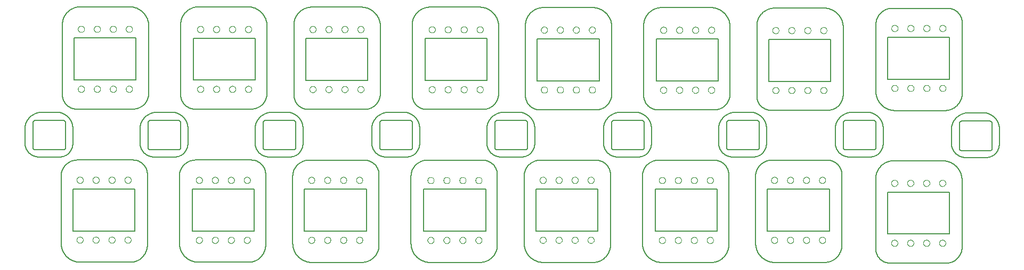
<source format=gbr>
G04 EAGLE Gerber RS-274X export*
G75*
%MOMM*%
%FSLAX34Y34*%
%LPD*%
%INStiffener_Top*%
%IPPOS*%
%AMOC8*
5,1,8,0,0,1.08239X$1,22.5*%
G01*
%ADD10C,0.152400*%
%ADD11C,0.101600*%


D10*
X423990Y246634D02*
X423990Y313309D01*
X522415Y313309D02*
X522415Y246634D01*
X423990Y246634D01*
X423990Y313309D02*
X522415Y313309D01*
D11*
X506282Y232347D02*
X506284Y232488D01*
X506290Y232630D01*
X506300Y232771D01*
X506314Y232912D01*
X506332Y233052D01*
X506354Y233192D01*
X506379Y233331D01*
X506409Y233469D01*
X506443Y233606D01*
X506480Y233743D01*
X506521Y233878D01*
X506566Y234012D01*
X506615Y234145D01*
X506668Y234276D01*
X506724Y234406D01*
X506784Y234534D01*
X506847Y234661D01*
X506914Y234785D01*
X506984Y234908D01*
X507058Y235028D01*
X507135Y235147D01*
X507216Y235263D01*
X507300Y235377D01*
X507387Y235489D01*
X507477Y235598D01*
X507570Y235704D01*
X507666Y235808D01*
X507765Y235909D01*
X507867Y236007D01*
X507971Y236103D01*
X508078Y236195D01*
X508188Y236284D01*
X508300Y236371D01*
X508415Y236454D01*
X508531Y236533D01*
X508650Y236610D01*
X508772Y236683D01*
X508895Y236752D01*
X509020Y236818D01*
X509147Y236881D01*
X509275Y236940D01*
X509405Y236995D01*
X509537Y237047D01*
X509670Y237094D01*
X509805Y237138D01*
X509940Y237179D01*
X510077Y237215D01*
X510215Y237248D01*
X510353Y237276D01*
X510492Y237301D01*
X510632Y237322D01*
X510773Y237339D01*
X510913Y237352D01*
X511055Y237361D01*
X511196Y237366D01*
X511337Y237367D01*
X511479Y237364D01*
X511620Y237357D01*
X511761Y237346D01*
X511902Y237331D01*
X512042Y237312D01*
X512181Y237289D01*
X512320Y237263D01*
X512458Y237232D01*
X512596Y237197D01*
X512732Y237159D01*
X512867Y237117D01*
X513000Y237071D01*
X513133Y237021D01*
X513264Y236968D01*
X513393Y236911D01*
X513521Y236850D01*
X513647Y236786D01*
X513771Y236718D01*
X513893Y236647D01*
X514013Y236572D01*
X514131Y236494D01*
X514247Y236412D01*
X514360Y236328D01*
X514471Y236240D01*
X514580Y236149D01*
X514685Y236055D01*
X514789Y235959D01*
X514889Y235859D01*
X514986Y235757D01*
X515081Y235651D01*
X515173Y235544D01*
X515261Y235433D01*
X515347Y235321D01*
X515429Y235205D01*
X515508Y235088D01*
X515583Y234968D01*
X515655Y234847D01*
X515724Y234723D01*
X515789Y234598D01*
X515851Y234470D01*
X515909Y234341D01*
X515963Y234211D01*
X516014Y234079D01*
X516061Y233945D01*
X516104Y233811D01*
X516143Y233675D01*
X516179Y233538D01*
X516210Y233400D01*
X516238Y233261D01*
X516262Y233122D01*
X516282Y232982D01*
X516298Y232841D01*
X516310Y232700D01*
X516318Y232559D01*
X516322Y232418D01*
X516322Y232276D01*
X516318Y232135D01*
X516310Y231994D01*
X516298Y231853D01*
X516282Y231712D01*
X516262Y231572D01*
X516238Y231433D01*
X516210Y231294D01*
X516179Y231156D01*
X516143Y231019D01*
X516104Y230883D01*
X516061Y230749D01*
X516014Y230615D01*
X515963Y230483D01*
X515909Y230353D01*
X515851Y230224D01*
X515789Y230096D01*
X515724Y229971D01*
X515655Y229847D01*
X515583Y229726D01*
X515508Y229606D01*
X515429Y229489D01*
X515347Y229373D01*
X515261Y229261D01*
X515173Y229150D01*
X515081Y229043D01*
X514986Y228937D01*
X514889Y228835D01*
X514789Y228735D01*
X514685Y228639D01*
X514580Y228545D01*
X514471Y228454D01*
X514360Y228366D01*
X514247Y228282D01*
X514131Y228200D01*
X514013Y228122D01*
X513893Y228047D01*
X513771Y227976D01*
X513647Y227908D01*
X513521Y227844D01*
X513393Y227783D01*
X513264Y227726D01*
X513133Y227673D01*
X513000Y227623D01*
X512867Y227577D01*
X512732Y227535D01*
X512596Y227497D01*
X512458Y227462D01*
X512320Y227431D01*
X512181Y227405D01*
X512042Y227382D01*
X511902Y227363D01*
X511761Y227348D01*
X511620Y227337D01*
X511479Y227330D01*
X511337Y227327D01*
X511196Y227328D01*
X511055Y227333D01*
X510913Y227342D01*
X510773Y227355D01*
X510632Y227372D01*
X510492Y227393D01*
X510353Y227418D01*
X510215Y227446D01*
X510077Y227479D01*
X509940Y227515D01*
X509805Y227556D01*
X509670Y227600D01*
X509537Y227647D01*
X509405Y227699D01*
X509275Y227754D01*
X509147Y227813D01*
X509020Y227876D01*
X508895Y227942D01*
X508772Y228011D01*
X508650Y228084D01*
X508531Y228161D01*
X508415Y228240D01*
X508300Y228323D01*
X508188Y228410D01*
X508078Y228499D01*
X507971Y228591D01*
X507867Y228687D01*
X507765Y228785D01*
X507666Y228886D01*
X507570Y228990D01*
X507477Y229096D01*
X507387Y229205D01*
X507300Y229317D01*
X507216Y229431D01*
X507135Y229547D01*
X507058Y229666D01*
X506984Y229786D01*
X506914Y229909D01*
X506847Y230033D01*
X506784Y230160D01*
X506724Y230288D01*
X506668Y230418D01*
X506615Y230549D01*
X506566Y230682D01*
X506521Y230816D01*
X506480Y230951D01*
X506443Y231088D01*
X506409Y231225D01*
X506379Y231363D01*
X506354Y231502D01*
X506332Y231642D01*
X506314Y231782D01*
X506300Y231923D01*
X506290Y232064D01*
X506284Y232206D01*
X506282Y232347D01*
X480882Y232347D02*
X480884Y232488D01*
X480890Y232630D01*
X480900Y232771D01*
X480914Y232912D01*
X480932Y233052D01*
X480954Y233192D01*
X480979Y233331D01*
X481009Y233469D01*
X481043Y233606D01*
X481080Y233743D01*
X481121Y233878D01*
X481166Y234012D01*
X481215Y234145D01*
X481268Y234276D01*
X481324Y234406D01*
X481384Y234534D01*
X481447Y234661D01*
X481514Y234785D01*
X481584Y234908D01*
X481658Y235028D01*
X481735Y235147D01*
X481816Y235263D01*
X481900Y235377D01*
X481987Y235489D01*
X482077Y235598D01*
X482170Y235704D01*
X482266Y235808D01*
X482365Y235909D01*
X482467Y236007D01*
X482571Y236103D01*
X482678Y236195D01*
X482788Y236284D01*
X482900Y236371D01*
X483015Y236454D01*
X483131Y236533D01*
X483250Y236610D01*
X483372Y236683D01*
X483495Y236752D01*
X483620Y236818D01*
X483747Y236881D01*
X483875Y236940D01*
X484005Y236995D01*
X484137Y237047D01*
X484270Y237094D01*
X484405Y237138D01*
X484540Y237179D01*
X484677Y237215D01*
X484815Y237248D01*
X484953Y237276D01*
X485092Y237301D01*
X485232Y237322D01*
X485373Y237339D01*
X485513Y237352D01*
X485655Y237361D01*
X485796Y237366D01*
X485937Y237367D01*
X486079Y237364D01*
X486220Y237357D01*
X486361Y237346D01*
X486502Y237331D01*
X486642Y237312D01*
X486781Y237289D01*
X486920Y237263D01*
X487058Y237232D01*
X487196Y237197D01*
X487332Y237159D01*
X487467Y237117D01*
X487600Y237071D01*
X487733Y237021D01*
X487864Y236968D01*
X487993Y236911D01*
X488121Y236850D01*
X488247Y236786D01*
X488371Y236718D01*
X488493Y236647D01*
X488613Y236572D01*
X488731Y236494D01*
X488847Y236412D01*
X488960Y236328D01*
X489071Y236240D01*
X489180Y236149D01*
X489285Y236055D01*
X489389Y235959D01*
X489489Y235859D01*
X489586Y235757D01*
X489681Y235651D01*
X489773Y235544D01*
X489861Y235433D01*
X489947Y235321D01*
X490029Y235205D01*
X490108Y235088D01*
X490183Y234968D01*
X490255Y234847D01*
X490324Y234723D01*
X490389Y234598D01*
X490451Y234470D01*
X490509Y234341D01*
X490563Y234211D01*
X490614Y234079D01*
X490661Y233945D01*
X490704Y233811D01*
X490743Y233675D01*
X490779Y233538D01*
X490810Y233400D01*
X490838Y233261D01*
X490862Y233122D01*
X490882Y232982D01*
X490898Y232841D01*
X490910Y232700D01*
X490918Y232559D01*
X490922Y232418D01*
X490922Y232276D01*
X490918Y232135D01*
X490910Y231994D01*
X490898Y231853D01*
X490882Y231712D01*
X490862Y231572D01*
X490838Y231433D01*
X490810Y231294D01*
X490779Y231156D01*
X490743Y231019D01*
X490704Y230883D01*
X490661Y230749D01*
X490614Y230615D01*
X490563Y230483D01*
X490509Y230353D01*
X490451Y230224D01*
X490389Y230096D01*
X490324Y229971D01*
X490255Y229847D01*
X490183Y229726D01*
X490108Y229606D01*
X490029Y229489D01*
X489947Y229373D01*
X489861Y229261D01*
X489773Y229150D01*
X489681Y229043D01*
X489586Y228937D01*
X489489Y228835D01*
X489389Y228735D01*
X489285Y228639D01*
X489180Y228545D01*
X489071Y228454D01*
X488960Y228366D01*
X488847Y228282D01*
X488731Y228200D01*
X488613Y228122D01*
X488493Y228047D01*
X488371Y227976D01*
X488247Y227908D01*
X488121Y227844D01*
X487993Y227783D01*
X487864Y227726D01*
X487733Y227673D01*
X487600Y227623D01*
X487467Y227577D01*
X487332Y227535D01*
X487196Y227497D01*
X487058Y227462D01*
X486920Y227431D01*
X486781Y227405D01*
X486642Y227382D01*
X486502Y227363D01*
X486361Y227348D01*
X486220Y227337D01*
X486079Y227330D01*
X485937Y227327D01*
X485796Y227328D01*
X485655Y227333D01*
X485513Y227342D01*
X485373Y227355D01*
X485232Y227372D01*
X485092Y227393D01*
X484953Y227418D01*
X484815Y227446D01*
X484677Y227479D01*
X484540Y227515D01*
X484405Y227556D01*
X484270Y227600D01*
X484137Y227647D01*
X484005Y227699D01*
X483875Y227754D01*
X483747Y227813D01*
X483620Y227876D01*
X483495Y227942D01*
X483372Y228011D01*
X483250Y228084D01*
X483131Y228161D01*
X483015Y228240D01*
X482900Y228323D01*
X482788Y228410D01*
X482678Y228499D01*
X482571Y228591D01*
X482467Y228687D01*
X482365Y228785D01*
X482266Y228886D01*
X482170Y228990D01*
X482077Y229096D01*
X481987Y229205D01*
X481900Y229317D01*
X481816Y229431D01*
X481735Y229547D01*
X481658Y229666D01*
X481584Y229786D01*
X481514Y229909D01*
X481447Y230033D01*
X481384Y230160D01*
X481324Y230288D01*
X481268Y230418D01*
X481215Y230549D01*
X481166Y230682D01*
X481121Y230816D01*
X481080Y230951D01*
X481043Y231088D01*
X481009Y231225D01*
X480979Y231363D01*
X480954Y231502D01*
X480932Y231642D01*
X480914Y231782D01*
X480900Y231923D01*
X480890Y232064D01*
X480884Y232206D01*
X480882Y232347D01*
X455482Y232347D02*
X455484Y232488D01*
X455490Y232630D01*
X455500Y232771D01*
X455514Y232912D01*
X455532Y233052D01*
X455554Y233192D01*
X455579Y233331D01*
X455609Y233469D01*
X455643Y233606D01*
X455680Y233743D01*
X455721Y233878D01*
X455766Y234012D01*
X455815Y234145D01*
X455868Y234276D01*
X455924Y234406D01*
X455984Y234534D01*
X456047Y234661D01*
X456114Y234785D01*
X456184Y234908D01*
X456258Y235028D01*
X456335Y235147D01*
X456416Y235263D01*
X456500Y235377D01*
X456587Y235489D01*
X456677Y235598D01*
X456770Y235704D01*
X456866Y235808D01*
X456965Y235909D01*
X457067Y236007D01*
X457171Y236103D01*
X457278Y236195D01*
X457388Y236284D01*
X457500Y236371D01*
X457615Y236454D01*
X457731Y236533D01*
X457850Y236610D01*
X457972Y236683D01*
X458095Y236752D01*
X458220Y236818D01*
X458347Y236881D01*
X458475Y236940D01*
X458605Y236995D01*
X458737Y237047D01*
X458870Y237094D01*
X459005Y237138D01*
X459140Y237179D01*
X459277Y237215D01*
X459415Y237248D01*
X459553Y237276D01*
X459692Y237301D01*
X459832Y237322D01*
X459973Y237339D01*
X460113Y237352D01*
X460255Y237361D01*
X460396Y237366D01*
X460537Y237367D01*
X460679Y237364D01*
X460820Y237357D01*
X460961Y237346D01*
X461102Y237331D01*
X461242Y237312D01*
X461381Y237289D01*
X461520Y237263D01*
X461658Y237232D01*
X461796Y237197D01*
X461932Y237159D01*
X462067Y237117D01*
X462200Y237071D01*
X462333Y237021D01*
X462464Y236968D01*
X462593Y236911D01*
X462721Y236850D01*
X462847Y236786D01*
X462971Y236718D01*
X463093Y236647D01*
X463213Y236572D01*
X463331Y236494D01*
X463447Y236412D01*
X463560Y236328D01*
X463671Y236240D01*
X463780Y236149D01*
X463885Y236055D01*
X463989Y235959D01*
X464089Y235859D01*
X464186Y235757D01*
X464281Y235651D01*
X464373Y235544D01*
X464461Y235433D01*
X464547Y235321D01*
X464629Y235205D01*
X464708Y235088D01*
X464783Y234968D01*
X464855Y234847D01*
X464924Y234723D01*
X464989Y234598D01*
X465051Y234470D01*
X465109Y234341D01*
X465163Y234211D01*
X465214Y234079D01*
X465261Y233945D01*
X465304Y233811D01*
X465343Y233675D01*
X465379Y233538D01*
X465410Y233400D01*
X465438Y233261D01*
X465462Y233122D01*
X465482Y232982D01*
X465498Y232841D01*
X465510Y232700D01*
X465518Y232559D01*
X465522Y232418D01*
X465522Y232276D01*
X465518Y232135D01*
X465510Y231994D01*
X465498Y231853D01*
X465482Y231712D01*
X465462Y231572D01*
X465438Y231433D01*
X465410Y231294D01*
X465379Y231156D01*
X465343Y231019D01*
X465304Y230883D01*
X465261Y230749D01*
X465214Y230615D01*
X465163Y230483D01*
X465109Y230353D01*
X465051Y230224D01*
X464989Y230096D01*
X464924Y229971D01*
X464855Y229847D01*
X464783Y229726D01*
X464708Y229606D01*
X464629Y229489D01*
X464547Y229373D01*
X464461Y229261D01*
X464373Y229150D01*
X464281Y229043D01*
X464186Y228937D01*
X464089Y228835D01*
X463989Y228735D01*
X463885Y228639D01*
X463780Y228545D01*
X463671Y228454D01*
X463560Y228366D01*
X463447Y228282D01*
X463331Y228200D01*
X463213Y228122D01*
X463093Y228047D01*
X462971Y227976D01*
X462847Y227908D01*
X462721Y227844D01*
X462593Y227783D01*
X462464Y227726D01*
X462333Y227673D01*
X462200Y227623D01*
X462067Y227577D01*
X461932Y227535D01*
X461796Y227497D01*
X461658Y227462D01*
X461520Y227431D01*
X461381Y227405D01*
X461242Y227382D01*
X461102Y227363D01*
X460961Y227348D01*
X460820Y227337D01*
X460679Y227330D01*
X460537Y227327D01*
X460396Y227328D01*
X460255Y227333D01*
X460113Y227342D01*
X459973Y227355D01*
X459832Y227372D01*
X459692Y227393D01*
X459553Y227418D01*
X459415Y227446D01*
X459277Y227479D01*
X459140Y227515D01*
X459005Y227556D01*
X458870Y227600D01*
X458737Y227647D01*
X458605Y227699D01*
X458475Y227754D01*
X458347Y227813D01*
X458220Y227876D01*
X458095Y227942D01*
X457972Y228011D01*
X457850Y228084D01*
X457731Y228161D01*
X457615Y228240D01*
X457500Y228323D01*
X457388Y228410D01*
X457278Y228499D01*
X457171Y228591D01*
X457067Y228687D01*
X456965Y228785D01*
X456866Y228886D01*
X456770Y228990D01*
X456677Y229096D01*
X456587Y229205D01*
X456500Y229317D01*
X456416Y229431D01*
X456335Y229547D01*
X456258Y229666D01*
X456184Y229786D01*
X456114Y229909D01*
X456047Y230033D01*
X455984Y230160D01*
X455924Y230288D01*
X455868Y230418D01*
X455815Y230549D01*
X455766Y230682D01*
X455721Y230816D01*
X455680Y230951D01*
X455643Y231088D01*
X455609Y231225D01*
X455579Y231363D01*
X455554Y231502D01*
X455532Y231642D01*
X455514Y231782D01*
X455500Y231923D01*
X455490Y232064D01*
X455484Y232206D01*
X455482Y232347D01*
X430082Y232347D02*
X430084Y232488D01*
X430090Y232630D01*
X430100Y232771D01*
X430114Y232912D01*
X430132Y233052D01*
X430154Y233192D01*
X430179Y233331D01*
X430209Y233469D01*
X430243Y233606D01*
X430280Y233743D01*
X430321Y233878D01*
X430366Y234012D01*
X430415Y234145D01*
X430468Y234276D01*
X430524Y234406D01*
X430584Y234534D01*
X430647Y234661D01*
X430714Y234785D01*
X430784Y234908D01*
X430858Y235028D01*
X430935Y235147D01*
X431016Y235263D01*
X431100Y235377D01*
X431187Y235489D01*
X431277Y235598D01*
X431370Y235704D01*
X431466Y235808D01*
X431565Y235909D01*
X431667Y236007D01*
X431771Y236103D01*
X431878Y236195D01*
X431988Y236284D01*
X432100Y236371D01*
X432215Y236454D01*
X432331Y236533D01*
X432450Y236610D01*
X432572Y236683D01*
X432695Y236752D01*
X432820Y236818D01*
X432947Y236881D01*
X433075Y236940D01*
X433205Y236995D01*
X433337Y237047D01*
X433470Y237094D01*
X433605Y237138D01*
X433740Y237179D01*
X433877Y237215D01*
X434015Y237248D01*
X434153Y237276D01*
X434292Y237301D01*
X434432Y237322D01*
X434573Y237339D01*
X434713Y237352D01*
X434855Y237361D01*
X434996Y237366D01*
X435137Y237367D01*
X435279Y237364D01*
X435420Y237357D01*
X435561Y237346D01*
X435702Y237331D01*
X435842Y237312D01*
X435981Y237289D01*
X436120Y237263D01*
X436258Y237232D01*
X436396Y237197D01*
X436532Y237159D01*
X436667Y237117D01*
X436800Y237071D01*
X436933Y237021D01*
X437064Y236968D01*
X437193Y236911D01*
X437321Y236850D01*
X437447Y236786D01*
X437571Y236718D01*
X437693Y236647D01*
X437813Y236572D01*
X437931Y236494D01*
X438047Y236412D01*
X438160Y236328D01*
X438271Y236240D01*
X438380Y236149D01*
X438485Y236055D01*
X438589Y235959D01*
X438689Y235859D01*
X438786Y235757D01*
X438881Y235651D01*
X438973Y235544D01*
X439061Y235433D01*
X439147Y235321D01*
X439229Y235205D01*
X439308Y235088D01*
X439383Y234968D01*
X439455Y234847D01*
X439524Y234723D01*
X439589Y234598D01*
X439651Y234470D01*
X439709Y234341D01*
X439763Y234211D01*
X439814Y234079D01*
X439861Y233945D01*
X439904Y233811D01*
X439943Y233675D01*
X439979Y233538D01*
X440010Y233400D01*
X440038Y233261D01*
X440062Y233122D01*
X440082Y232982D01*
X440098Y232841D01*
X440110Y232700D01*
X440118Y232559D01*
X440122Y232418D01*
X440122Y232276D01*
X440118Y232135D01*
X440110Y231994D01*
X440098Y231853D01*
X440082Y231712D01*
X440062Y231572D01*
X440038Y231433D01*
X440010Y231294D01*
X439979Y231156D01*
X439943Y231019D01*
X439904Y230883D01*
X439861Y230749D01*
X439814Y230615D01*
X439763Y230483D01*
X439709Y230353D01*
X439651Y230224D01*
X439589Y230096D01*
X439524Y229971D01*
X439455Y229847D01*
X439383Y229726D01*
X439308Y229606D01*
X439229Y229489D01*
X439147Y229373D01*
X439061Y229261D01*
X438973Y229150D01*
X438881Y229043D01*
X438786Y228937D01*
X438689Y228835D01*
X438589Y228735D01*
X438485Y228639D01*
X438380Y228545D01*
X438271Y228454D01*
X438160Y228366D01*
X438047Y228282D01*
X437931Y228200D01*
X437813Y228122D01*
X437693Y228047D01*
X437571Y227976D01*
X437447Y227908D01*
X437321Y227844D01*
X437193Y227783D01*
X437064Y227726D01*
X436933Y227673D01*
X436800Y227623D01*
X436667Y227577D01*
X436532Y227535D01*
X436396Y227497D01*
X436258Y227462D01*
X436120Y227431D01*
X435981Y227405D01*
X435842Y227382D01*
X435702Y227363D01*
X435561Y227348D01*
X435420Y227337D01*
X435279Y227330D01*
X435137Y227327D01*
X434996Y227328D01*
X434855Y227333D01*
X434713Y227342D01*
X434573Y227355D01*
X434432Y227372D01*
X434292Y227393D01*
X434153Y227418D01*
X434015Y227446D01*
X433877Y227479D01*
X433740Y227515D01*
X433605Y227556D01*
X433470Y227600D01*
X433337Y227647D01*
X433205Y227699D01*
X433075Y227754D01*
X432947Y227813D01*
X432820Y227876D01*
X432695Y227942D01*
X432572Y228011D01*
X432450Y228084D01*
X432331Y228161D01*
X432215Y228240D01*
X432100Y228323D01*
X431988Y228410D01*
X431878Y228499D01*
X431771Y228591D01*
X431667Y228687D01*
X431565Y228785D01*
X431466Y228886D01*
X431370Y228990D01*
X431277Y229096D01*
X431187Y229205D01*
X431100Y229317D01*
X431016Y229431D01*
X430935Y229547D01*
X430858Y229666D01*
X430784Y229786D01*
X430714Y229909D01*
X430647Y230033D01*
X430584Y230160D01*
X430524Y230288D01*
X430468Y230418D01*
X430415Y230549D01*
X430366Y230682D01*
X430321Y230816D01*
X430280Y230951D01*
X430243Y231088D01*
X430209Y231225D01*
X430179Y231363D01*
X430154Y231502D01*
X430132Y231642D01*
X430114Y231782D01*
X430100Y231923D01*
X430090Y232064D01*
X430084Y232206D01*
X430082Y232347D01*
X506282Y327597D02*
X506284Y327738D01*
X506290Y327880D01*
X506300Y328021D01*
X506314Y328162D01*
X506332Y328302D01*
X506354Y328442D01*
X506379Y328581D01*
X506409Y328719D01*
X506443Y328856D01*
X506480Y328993D01*
X506521Y329128D01*
X506566Y329262D01*
X506615Y329395D01*
X506668Y329526D01*
X506724Y329656D01*
X506784Y329784D01*
X506847Y329911D01*
X506914Y330035D01*
X506984Y330158D01*
X507058Y330278D01*
X507135Y330397D01*
X507216Y330513D01*
X507300Y330627D01*
X507387Y330739D01*
X507477Y330848D01*
X507570Y330954D01*
X507666Y331058D01*
X507765Y331159D01*
X507867Y331257D01*
X507971Y331353D01*
X508078Y331445D01*
X508188Y331534D01*
X508300Y331621D01*
X508415Y331704D01*
X508531Y331783D01*
X508650Y331860D01*
X508772Y331933D01*
X508895Y332002D01*
X509020Y332068D01*
X509147Y332131D01*
X509275Y332190D01*
X509405Y332245D01*
X509537Y332297D01*
X509670Y332344D01*
X509805Y332388D01*
X509940Y332429D01*
X510077Y332465D01*
X510215Y332498D01*
X510353Y332526D01*
X510492Y332551D01*
X510632Y332572D01*
X510773Y332589D01*
X510913Y332602D01*
X511055Y332611D01*
X511196Y332616D01*
X511337Y332617D01*
X511479Y332614D01*
X511620Y332607D01*
X511761Y332596D01*
X511902Y332581D01*
X512042Y332562D01*
X512181Y332539D01*
X512320Y332513D01*
X512458Y332482D01*
X512596Y332447D01*
X512732Y332409D01*
X512867Y332367D01*
X513000Y332321D01*
X513133Y332271D01*
X513264Y332218D01*
X513393Y332161D01*
X513521Y332100D01*
X513647Y332036D01*
X513771Y331968D01*
X513893Y331897D01*
X514013Y331822D01*
X514131Y331744D01*
X514247Y331662D01*
X514360Y331578D01*
X514471Y331490D01*
X514580Y331399D01*
X514685Y331305D01*
X514789Y331209D01*
X514889Y331109D01*
X514986Y331007D01*
X515081Y330901D01*
X515173Y330794D01*
X515261Y330683D01*
X515347Y330571D01*
X515429Y330455D01*
X515508Y330338D01*
X515583Y330218D01*
X515655Y330097D01*
X515724Y329973D01*
X515789Y329848D01*
X515851Y329720D01*
X515909Y329591D01*
X515963Y329461D01*
X516014Y329329D01*
X516061Y329195D01*
X516104Y329061D01*
X516143Y328925D01*
X516179Y328788D01*
X516210Y328650D01*
X516238Y328511D01*
X516262Y328372D01*
X516282Y328232D01*
X516298Y328091D01*
X516310Y327950D01*
X516318Y327809D01*
X516322Y327668D01*
X516322Y327526D01*
X516318Y327385D01*
X516310Y327244D01*
X516298Y327103D01*
X516282Y326962D01*
X516262Y326822D01*
X516238Y326683D01*
X516210Y326544D01*
X516179Y326406D01*
X516143Y326269D01*
X516104Y326133D01*
X516061Y325999D01*
X516014Y325865D01*
X515963Y325733D01*
X515909Y325603D01*
X515851Y325474D01*
X515789Y325346D01*
X515724Y325221D01*
X515655Y325097D01*
X515583Y324976D01*
X515508Y324856D01*
X515429Y324739D01*
X515347Y324623D01*
X515261Y324511D01*
X515173Y324400D01*
X515081Y324293D01*
X514986Y324187D01*
X514889Y324085D01*
X514789Y323985D01*
X514685Y323889D01*
X514580Y323795D01*
X514471Y323704D01*
X514360Y323616D01*
X514247Y323532D01*
X514131Y323450D01*
X514013Y323372D01*
X513893Y323297D01*
X513771Y323226D01*
X513647Y323158D01*
X513521Y323094D01*
X513393Y323033D01*
X513264Y322976D01*
X513133Y322923D01*
X513000Y322873D01*
X512867Y322827D01*
X512732Y322785D01*
X512596Y322747D01*
X512458Y322712D01*
X512320Y322681D01*
X512181Y322655D01*
X512042Y322632D01*
X511902Y322613D01*
X511761Y322598D01*
X511620Y322587D01*
X511479Y322580D01*
X511337Y322577D01*
X511196Y322578D01*
X511055Y322583D01*
X510913Y322592D01*
X510773Y322605D01*
X510632Y322622D01*
X510492Y322643D01*
X510353Y322668D01*
X510215Y322696D01*
X510077Y322729D01*
X509940Y322765D01*
X509805Y322806D01*
X509670Y322850D01*
X509537Y322897D01*
X509405Y322949D01*
X509275Y323004D01*
X509147Y323063D01*
X509020Y323126D01*
X508895Y323192D01*
X508772Y323261D01*
X508650Y323334D01*
X508531Y323411D01*
X508415Y323490D01*
X508300Y323573D01*
X508188Y323660D01*
X508078Y323749D01*
X507971Y323841D01*
X507867Y323937D01*
X507765Y324035D01*
X507666Y324136D01*
X507570Y324240D01*
X507477Y324346D01*
X507387Y324455D01*
X507300Y324567D01*
X507216Y324681D01*
X507135Y324797D01*
X507058Y324916D01*
X506984Y325036D01*
X506914Y325159D01*
X506847Y325283D01*
X506784Y325410D01*
X506724Y325538D01*
X506668Y325668D01*
X506615Y325799D01*
X506566Y325932D01*
X506521Y326066D01*
X506480Y326201D01*
X506443Y326338D01*
X506409Y326475D01*
X506379Y326613D01*
X506354Y326752D01*
X506332Y326892D01*
X506314Y327032D01*
X506300Y327173D01*
X506290Y327314D01*
X506284Y327456D01*
X506282Y327597D01*
X480882Y327597D02*
X480884Y327738D01*
X480890Y327880D01*
X480900Y328021D01*
X480914Y328162D01*
X480932Y328302D01*
X480954Y328442D01*
X480979Y328581D01*
X481009Y328719D01*
X481043Y328856D01*
X481080Y328993D01*
X481121Y329128D01*
X481166Y329262D01*
X481215Y329395D01*
X481268Y329526D01*
X481324Y329656D01*
X481384Y329784D01*
X481447Y329911D01*
X481514Y330035D01*
X481584Y330158D01*
X481658Y330278D01*
X481735Y330397D01*
X481816Y330513D01*
X481900Y330627D01*
X481987Y330739D01*
X482077Y330848D01*
X482170Y330954D01*
X482266Y331058D01*
X482365Y331159D01*
X482467Y331257D01*
X482571Y331353D01*
X482678Y331445D01*
X482788Y331534D01*
X482900Y331621D01*
X483015Y331704D01*
X483131Y331783D01*
X483250Y331860D01*
X483372Y331933D01*
X483495Y332002D01*
X483620Y332068D01*
X483747Y332131D01*
X483875Y332190D01*
X484005Y332245D01*
X484137Y332297D01*
X484270Y332344D01*
X484405Y332388D01*
X484540Y332429D01*
X484677Y332465D01*
X484815Y332498D01*
X484953Y332526D01*
X485092Y332551D01*
X485232Y332572D01*
X485373Y332589D01*
X485513Y332602D01*
X485655Y332611D01*
X485796Y332616D01*
X485937Y332617D01*
X486079Y332614D01*
X486220Y332607D01*
X486361Y332596D01*
X486502Y332581D01*
X486642Y332562D01*
X486781Y332539D01*
X486920Y332513D01*
X487058Y332482D01*
X487196Y332447D01*
X487332Y332409D01*
X487467Y332367D01*
X487600Y332321D01*
X487733Y332271D01*
X487864Y332218D01*
X487993Y332161D01*
X488121Y332100D01*
X488247Y332036D01*
X488371Y331968D01*
X488493Y331897D01*
X488613Y331822D01*
X488731Y331744D01*
X488847Y331662D01*
X488960Y331578D01*
X489071Y331490D01*
X489180Y331399D01*
X489285Y331305D01*
X489389Y331209D01*
X489489Y331109D01*
X489586Y331007D01*
X489681Y330901D01*
X489773Y330794D01*
X489861Y330683D01*
X489947Y330571D01*
X490029Y330455D01*
X490108Y330338D01*
X490183Y330218D01*
X490255Y330097D01*
X490324Y329973D01*
X490389Y329848D01*
X490451Y329720D01*
X490509Y329591D01*
X490563Y329461D01*
X490614Y329329D01*
X490661Y329195D01*
X490704Y329061D01*
X490743Y328925D01*
X490779Y328788D01*
X490810Y328650D01*
X490838Y328511D01*
X490862Y328372D01*
X490882Y328232D01*
X490898Y328091D01*
X490910Y327950D01*
X490918Y327809D01*
X490922Y327668D01*
X490922Y327526D01*
X490918Y327385D01*
X490910Y327244D01*
X490898Y327103D01*
X490882Y326962D01*
X490862Y326822D01*
X490838Y326683D01*
X490810Y326544D01*
X490779Y326406D01*
X490743Y326269D01*
X490704Y326133D01*
X490661Y325999D01*
X490614Y325865D01*
X490563Y325733D01*
X490509Y325603D01*
X490451Y325474D01*
X490389Y325346D01*
X490324Y325221D01*
X490255Y325097D01*
X490183Y324976D01*
X490108Y324856D01*
X490029Y324739D01*
X489947Y324623D01*
X489861Y324511D01*
X489773Y324400D01*
X489681Y324293D01*
X489586Y324187D01*
X489489Y324085D01*
X489389Y323985D01*
X489285Y323889D01*
X489180Y323795D01*
X489071Y323704D01*
X488960Y323616D01*
X488847Y323532D01*
X488731Y323450D01*
X488613Y323372D01*
X488493Y323297D01*
X488371Y323226D01*
X488247Y323158D01*
X488121Y323094D01*
X487993Y323033D01*
X487864Y322976D01*
X487733Y322923D01*
X487600Y322873D01*
X487467Y322827D01*
X487332Y322785D01*
X487196Y322747D01*
X487058Y322712D01*
X486920Y322681D01*
X486781Y322655D01*
X486642Y322632D01*
X486502Y322613D01*
X486361Y322598D01*
X486220Y322587D01*
X486079Y322580D01*
X485937Y322577D01*
X485796Y322578D01*
X485655Y322583D01*
X485513Y322592D01*
X485373Y322605D01*
X485232Y322622D01*
X485092Y322643D01*
X484953Y322668D01*
X484815Y322696D01*
X484677Y322729D01*
X484540Y322765D01*
X484405Y322806D01*
X484270Y322850D01*
X484137Y322897D01*
X484005Y322949D01*
X483875Y323004D01*
X483747Y323063D01*
X483620Y323126D01*
X483495Y323192D01*
X483372Y323261D01*
X483250Y323334D01*
X483131Y323411D01*
X483015Y323490D01*
X482900Y323573D01*
X482788Y323660D01*
X482678Y323749D01*
X482571Y323841D01*
X482467Y323937D01*
X482365Y324035D01*
X482266Y324136D01*
X482170Y324240D01*
X482077Y324346D01*
X481987Y324455D01*
X481900Y324567D01*
X481816Y324681D01*
X481735Y324797D01*
X481658Y324916D01*
X481584Y325036D01*
X481514Y325159D01*
X481447Y325283D01*
X481384Y325410D01*
X481324Y325538D01*
X481268Y325668D01*
X481215Y325799D01*
X481166Y325932D01*
X481121Y326066D01*
X481080Y326201D01*
X481043Y326338D01*
X481009Y326475D01*
X480979Y326613D01*
X480954Y326752D01*
X480932Y326892D01*
X480914Y327032D01*
X480900Y327173D01*
X480890Y327314D01*
X480884Y327456D01*
X480882Y327597D01*
X455482Y327597D02*
X455484Y327738D01*
X455490Y327880D01*
X455500Y328021D01*
X455514Y328162D01*
X455532Y328302D01*
X455554Y328442D01*
X455579Y328581D01*
X455609Y328719D01*
X455643Y328856D01*
X455680Y328993D01*
X455721Y329128D01*
X455766Y329262D01*
X455815Y329395D01*
X455868Y329526D01*
X455924Y329656D01*
X455984Y329784D01*
X456047Y329911D01*
X456114Y330035D01*
X456184Y330158D01*
X456258Y330278D01*
X456335Y330397D01*
X456416Y330513D01*
X456500Y330627D01*
X456587Y330739D01*
X456677Y330848D01*
X456770Y330954D01*
X456866Y331058D01*
X456965Y331159D01*
X457067Y331257D01*
X457171Y331353D01*
X457278Y331445D01*
X457388Y331534D01*
X457500Y331621D01*
X457615Y331704D01*
X457731Y331783D01*
X457850Y331860D01*
X457972Y331933D01*
X458095Y332002D01*
X458220Y332068D01*
X458347Y332131D01*
X458475Y332190D01*
X458605Y332245D01*
X458737Y332297D01*
X458870Y332344D01*
X459005Y332388D01*
X459140Y332429D01*
X459277Y332465D01*
X459415Y332498D01*
X459553Y332526D01*
X459692Y332551D01*
X459832Y332572D01*
X459973Y332589D01*
X460113Y332602D01*
X460255Y332611D01*
X460396Y332616D01*
X460537Y332617D01*
X460679Y332614D01*
X460820Y332607D01*
X460961Y332596D01*
X461102Y332581D01*
X461242Y332562D01*
X461381Y332539D01*
X461520Y332513D01*
X461658Y332482D01*
X461796Y332447D01*
X461932Y332409D01*
X462067Y332367D01*
X462200Y332321D01*
X462333Y332271D01*
X462464Y332218D01*
X462593Y332161D01*
X462721Y332100D01*
X462847Y332036D01*
X462971Y331968D01*
X463093Y331897D01*
X463213Y331822D01*
X463331Y331744D01*
X463447Y331662D01*
X463560Y331578D01*
X463671Y331490D01*
X463780Y331399D01*
X463885Y331305D01*
X463989Y331209D01*
X464089Y331109D01*
X464186Y331007D01*
X464281Y330901D01*
X464373Y330794D01*
X464461Y330683D01*
X464547Y330571D01*
X464629Y330455D01*
X464708Y330338D01*
X464783Y330218D01*
X464855Y330097D01*
X464924Y329973D01*
X464989Y329848D01*
X465051Y329720D01*
X465109Y329591D01*
X465163Y329461D01*
X465214Y329329D01*
X465261Y329195D01*
X465304Y329061D01*
X465343Y328925D01*
X465379Y328788D01*
X465410Y328650D01*
X465438Y328511D01*
X465462Y328372D01*
X465482Y328232D01*
X465498Y328091D01*
X465510Y327950D01*
X465518Y327809D01*
X465522Y327668D01*
X465522Y327526D01*
X465518Y327385D01*
X465510Y327244D01*
X465498Y327103D01*
X465482Y326962D01*
X465462Y326822D01*
X465438Y326683D01*
X465410Y326544D01*
X465379Y326406D01*
X465343Y326269D01*
X465304Y326133D01*
X465261Y325999D01*
X465214Y325865D01*
X465163Y325733D01*
X465109Y325603D01*
X465051Y325474D01*
X464989Y325346D01*
X464924Y325221D01*
X464855Y325097D01*
X464783Y324976D01*
X464708Y324856D01*
X464629Y324739D01*
X464547Y324623D01*
X464461Y324511D01*
X464373Y324400D01*
X464281Y324293D01*
X464186Y324187D01*
X464089Y324085D01*
X463989Y323985D01*
X463885Y323889D01*
X463780Y323795D01*
X463671Y323704D01*
X463560Y323616D01*
X463447Y323532D01*
X463331Y323450D01*
X463213Y323372D01*
X463093Y323297D01*
X462971Y323226D01*
X462847Y323158D01*
X462721Y323094D01*
X462593Y323033D01*
X462464Y322976D01*
X462333Y322923D01*
X462200Y322873D01*
X462067Y322827D01*
X461932Y322785D01*
X461796Y322747D01*
X461658Y322712D01*
X461520Y322681D01*
X461381Y322655D01*
X461242Y322632D01*
X461102Y322613D01*
X460961Y322598D01*
X460820Y322587D01*
X460679Y322580D01*
X460537Y322577D01*
X460396Y322578D01*
X460255Y322583D01*
X460113Y322592D01*
X459973Y322605D01*
X459832Y322622D01*
X459692Y322643D01*
X459553Y322668D01*
X459415Y322696D01*
X459277Y322729D01*
X459140Y322765D01*
X459005Y322806D01*
X458870Y322850D01*
X458737Y322897D01*
X458605Y322949D01*
X458475Y323004D01*
X458347Y323063D01*
X458220Y323126D01*
X458095Y323192D01*
X457972Y323261D01*
X457850Y323334D01*
X457731Y323411D01*
X457615Y323490D01*
X457500Y323573D01*
X457388Y323660D01*
X457278Y323749D01*
X457171Y323841D01*
X457067Y323937D01*
X456965Y324035D01*
X456866Y324136D01*
X456770Y324240D01*
X456677Y324346D01*
X456587Y324455D01*
X456500Y324567D01*
X456416Y324681D01*
X456335Y324797D01*
X456258Y324916D01*
X456184Y325036D01*
X456114Y325159D01*
X456047Y325283D01*
X455984Y325410D01*
X455924Y325538D01*
X455868Y325668D01*
X455815Y325799D01*
X455766Y325932D01*
X455721Y326066D01*
X455680Y326201D01*
X455643Y326338D01*
X455609Y326475D01*
X455579Y326613D01*
X455554Y326752D01*
X455532Y326892D01*
X455514Y327032D01*
X455500Y327173D01*
X455490Y327314D01*
X455484Y327456D01*
X455482Y327597D01*
X430082Y327597D02*
X430084Y327738D01*
X430090Y327880D01*
X430100Y328021D01*
X430114Y328162D01*
X430132Y328302D01*
X430154Y328442D01*
X430179Y328581D01*
X430209Y328719D01*
X430243Y328856D01*
X430280Y328993D01*
X430321Y329128D01*
X430366Y329262D01*
X430415Y329395D01*
X430468Y329526D01*
X430524Y329656D01*
X430584Y329784D01*
X430647Y329911D01*
X430714Y330035D01*
X430784Y330158D01*
X430858Y330278D01*
X430935Y330397D01*
X431016Y330513D01*
X431100Y330627D01*
X431187Y330739D01*
X431277Y330848D01*
X431370Y330954D01*
X431466Y331058D01*
X431565Y331159D01*
X431667Y331257D01*
X431771Y331353D01*
X431878Y331445D01*
X431988Y331534D01*
X432100Y331621D01*
X432215Y331704D01*
X432331Y331783D01*
X432450Y331860D01*
X432572Y331933D01*
X432695Y332002D01*
X432820Y332068D01*
X432947Y332131D01*
X433075Y332190D01*
X433205Y332245D01*
X433337Y332297D01*
X433470Y332344D01*
X433605Y332388D01*
X433740Y332429D01*
X433877Y332465D01*
X434015Y332498D01*
X434153Y332526D01*
X434292Y332551D01*
X434432Y332572D01*
X434573Y332589D01*
X434713Y332602D01*
X434855Y332611D01*
X434996Y332616D01*
X435137Y332617D01*
X435279Y332614D01*
X435420Y332607D01*
X435561Y332596D01*
X435702Y332581D01*
X435842Y332562D01*
X435981Y332539D01*
X436120Y332513D01*
X436258Y332482D01*
X436396Y332447D01*
X436532Y332409D01*
X436667Y332367D01*
X436800Y332321D01*
X436933Y332271D01*
X437064Y332218D01*
X437193Y332161D01*
X437321Y332100D01*
X437447Y332036D01*
X437571Y331968D01*
X437693Y331897D01*
X437813Y331822D01*
X437931Y331744D01*
X438047Y331662D01*
X438160Y331578D01*
X438271Y331490D01*
X438380Y331399D01*
X438485Y331305D01*
X438589Y331209D01*
X438689Y331109D01*
X438786Y331007D01*
X438881Y330901D01*
X438973Y330794D01*
X439061Y330683D01*
X439147Y330571D01*
X439229Y330455D01*
X439308Y330338D01*
X439383Y330218D01*
X439455Y330097D01*
X439524Y329973D01*
X439589Y329848D01*
X439651Y329720D01*
X439709Y329591D01*
X439763Y329461D01*
X439814Y329329D01*
X439861Y329195D01*
X439904Y329061D01*
X439943Y328925D01*
X439979Y328788D01*
X440010Y328650D01*
X440038Y328511D01*
X440062Y328372D01*
X440082Y328232D01*
X440098Y328091D01*
X440110Y327950D01*
X440118Y327809D01*
X440122Y327668D01*
X440122Y327526D01*
X440118Y327385D01*
X440110Y327244D01*
X440098Y327103D01*
X440082Y326962D01*
X440062Y326822D01*
X440038Y326683D01*
X440010Y326544D01*
X439979Y326406D01*
X439943Y326269D01*
X439904Y326133D01*
X439861Y325999D01*
X439814Y325865D01*
X439763Y325733D01*
X439709Y325603D01*
X439651Y325474D01*
X439589Y325346D01*
X439524Y325221D01*
X439455Y325097D01*
X439383Y324976D01*
X439308Y324856D01*
X439229Y324739D01*
X439147Y324623D01*
X439061Y324511D01*
X438973Y324400D01*
X438881Y324293D01*
X438786Y324187D01*
X438689Y324085D01*
X438589Y323985D01*
X438485Y323889D01*
X438380Y323795D01*
X438271Y323704D01*
X438160Y323616D01*
X438047Y323532D01*
X437931Y323450D01*
X437813Y323372D01*
X437693Y323297D01*
X437571Y323226D01*
X437447Y323158D01*
X437321Y323094D01*
X437193Y323033D01*
X437064Y322976D01*
X436933Y322923D01*
X436800Y322873D01*
X436667Y322827D01*
X436532Y322785D01*
X436396Y322747D01*
X436258Y322712D01*
X436120Y322681D01*
X435981Y322655D01*
X435842Y322632D01*
X435702Y322613D01*
X435561Y322598D01*
X435420Y322587D01*
X435279Y322580D01*
X435137Y322577D01*
X434996Y322578D01*
X434855Y322583D01*
X434713Y322592D01*
X434573Y322605D01*
X434432Y322622D01*
X434292Y322643D01*
X434153Y322668D01*
X434015Y322696D01*
X433877Y322729D01*
X433740Y322765D01*
X433605Y322806D01*
X433470Y322850D01*
X433337Y322897D01*
X433205Y322949D01*
X433075Y323004D01*
X432947Y323063D01*
X432820Y323126D01*
X432695Y323192D01*
X432572Y323261D01*
X432450Y323334D01*
X432331Y323411D01*
X432215Y323490D01*
X432100Y323573D01*
X431988Y323660D01*
X431878Y323749D01*
X431771Y323841D01*
X431667Y323937D01*
X431565Y324035D01*
X431466Y324136D01*
X431370Y324240D01*
X431277Y324346D01*
X431187Y324455D01*
X431100Y324567D01*
X431016Y324681D01*
X430935Y324797D01*
X430858Y324916D01*
X430784Y325036D01*
X430714Y325159D01*
X430647Y325283D01*
X430584Y325410D01*
X430524Y325538D01*
X430468Y325668D01*
X430415Y325799D01*
X430366Y325932D01*
X430321Y326066D01*
X430280Y326201D01*
X430243Y326338D01*
X430209Y326475D01*
X430179Y326613D01*
X430154Y326752D01*
X430132Y326892D01*
X430114Y327032D01*
X430100Y327173D01*
X430090Y327314D01*
X430084Y327456D01*
X430082Y327597D01*
D10*
X234506Y313563D02*
X234506Y246888D01*
X332931Y246888D02*
X332931Y313563D01*
X332931Y246888D02*
X234506Y246888D01*
X234506Y313563D02*
X332931Y313563D01*
D11*
X316798Y232601D02*
X316800Y232742D01*
X316806Y232884D01*
X316816Y233025D01*
X316830Y233166D01*
X316848Y233306D01*
X316870Y233446D01*
X316895Y233585D01*
X316925Y233723D01*
X316959Y233860D01*
X316996Y233997D01*
X317037Y234132D01*
X317082Y234266D01*
X317131Y234399D01*
X317184Y234530D01*
X317240Y234660D01*
X317300Y234788D01*
X317363Y234915D01*
X317430Y235039D01*
X317500Y235162D01*
X317574Y235282D01*
X317651Y235401D01*
X317732Y235517D01*
X317816Y235631D01*
X317903Y235743D01*
X317993Y235852D01*
X318086Y235958D01*
X318182Y236062D01*
X318281Y236163D01*
X318383Y236261D01*
X318487Y236357D01*
X318594Y236449D01*
X318704Y236538D01*
X318816Y236625D01*
X318931Y236708D01*
X319047Y236787D01*
X319166Y236864D01*
X319288Y236937D01*
X319411Y237006D01*
X319536Y237072D01*
X319663Y237135D01*
X319791Y237194D01*
X319921Y237249D01*
X320053Y237301D01*
X320186Y237348D01*
X320321Y237392D01*
X320456Y237433D01*
X320593Y237469D01*
X320731Y237502D01*
X320869Y237530D01*
X321008Y237555D01*
X321148Y237576D01*
X321289Y237593D01*
X321429Y237606D01*
X321571Y237615D01*
X321712Y237620D01*
X321853Y237621D01*
X321995Y237618D01*
X322136Y237611D01*
X322277Y237600D01*
X322418Y237585D01*
X322558Y237566D01*
X322697Y237543D01*
X322836Y237517D01*
X322974Y237486D01*
X323112Y237451D01*
X323248Y237413D01*
X323383Y237371D01*
X323516Y237325D01*
X323649Y237275D01*
X323780Y237222D01*
X323909Y237165D01*
X324037Y237104D01*
X324163Y237040D01*
X324287Y236972D01*
X324409Y236901D01*
X324529Y236826D01*
X324647Y236748D01*
X324763Y236666D01*
X324876Y236582D01*
X324987Y236494D01*
X325096Y236403D01*
X325201Y236309D01*
X325305Y236213D01*
X325405Y236113D01*
X325502Y236011D01*
X325597Y235905D01*
X325689Y235798D01*
X325777Y235687D01*
X325863Y235575D01*
X325945Y235459D01*
X326024Y235342D01*
X326099Y235222D01*
X326171Y235101D01*
X326240Y234977D01*
X326305Y234852D01*
X326367Y234724D01*
X326425Y234595D01*
X326479Y234465D01*
X326530Y234333D01*
X326577Y234199D01*
X326620Y234065D01*
X326659Y233929D01*
X326695Y233792D01*
X326726Y233654D01*
X326754Y233515D01*
X326778Y233376D01*
X326798Y233236D01*
X326814Y233095D01*
X326826Y232954D01*
X326834Y232813D01*
X326838Y232672D01*
X326838Y232530D01*
X326834Y232389D01*
X326826Y232248D01*
X326814Y232107D01*
X326798Y231966D01*
X326778Y231826D01*
X326754Y231687D01*
X326726Y231548D01*
X326695Y231410D01*
X326659Y231273D01*
X326620Y231137D01*
X326577Y231003D01*
X326530Y230869D01*
X326479Y230737D01*
X326425Y230607D01*
X326367Y230478D01*
X326305Y230350D01*
X326240Y230225D01*
X326171Y230101D01*
X326099Y229980D01*
X326024Y229860D01*
X325945Y229743D01*
X325863Y229627D01*
X325777Y229515D01*
X325689Y229404D01*
X325597Y229297D01*
X325502Y229191D01*
X325405Y229089D01*
X325305Y228989D01*
X325201Y228893D01*
X325096Y228799D01*
X324987Y228708D01*
X324876Y228620D01*
X324763Y228536D01*
X324647Y228454D01*
X324529Y228376D01*
X324409Y228301D01*
X324287Y228230D01*
X324163Y228162D01*
X324037Y228098D01*
X323909Y228037D01*
X323780Y227980D01*
X323649Y227927D01*
X323516Y227877D01*
X323383Y227831D01*
X323248Y227789D01*
X323112Y227751D01*
X322974Y227716D01*
X322836Y227685D01*
X322697Y227659D01*
X322558Y227636D01*
X322418Y227617D01*
X322277Y227602D01*
X322136Y227591D01*
X321995Y227584D01*
X321853Y227581D01*
X321712Y227582D01*
X321571Y227587D01*
X321429Y227596D01*
X321289Y227609D01*
X321148Y227626D01*
X321008Y227647D01*
X320869Y227672D01*
X320731Y227700D01*
X320593Y227733D01*
X320456Y227769D01*
X320321Y227810D01*
X320186Y227854D01*
X320053Y227901D01*
X319921Y227953D01*
X319791Y228008D01*
X319663Y228067D01*
X319536Y228130D01*
X319411Y228196D01*
X319288Y228265D01*
X319166Y228338D01*
X319047Y228415D01*
X318931Y228494D01*
X318816Y228577D01*
X318704Y228664D01*
X318594Y228753D01*
X318487Y228845D01*
X318383Y228941D01*
X318281Y229039D01*
X318182Y229140D01*
X318086Y229244D01*
X317993Y229350D01*
X317903Y229459D01*
X317816Y229571D01*
X317732Y229685D01*
X317651Y229801D01*
X317574Y229920D01*
X317500Y230040D01*
X317430Y230163D01*
X317363Y230287D01*
X317300Y230414D01*
X317240Y230542D01*
X317184Y230672D01*
X317131Y230803D01*
X317082Y230936D01*
X317037Y231070D01*
X316996Y231205D01*
X316959Y231342D01*
X316925Y231479D01*
X316895Y231617D01*
X316870Y231756D01*
X316848Y231896D01*
X316830Y232036D01*
X316816Y232177D01*
X316806Y232318D01*
X316800Y232460D01*
X316798Y232601D01*
X291398Y232601D02*
X291400Y232742D01*
X291406Y232884D01*
X291416Y233025D01*
X291430Y233166D01*
X291448Y233306D01*
X291470Y233446D01*
X291495Y233585D01*
X291525Y233723D01*
X291559Y233860D01*
X291596Y233997D01*
X291637Y234132D01*
X291682Y234266D01*
X291731Y234399D01*
X291784Y234530D01*
X291840Y234660D01*
X291900Y234788D01*
X291963Y234915D01*
X292030Y235039D01*
X292100Y235162D01*
X292174Y235282D01*
X292251Y235401D01*
X292332Y235517D01*
X292416Y235631D01*
X292503Y235743D01*
X292593Y235852D01*
X292686Y235958D01*
X292782Y236062D01*
X292881Y236163D01*
X292983Y236261D01*
X293087Y236357D01*
X293194Y236449D01*
X293304Y236538D01*
X293416Y236625D01*
X293531Y236708D01*
X293647Y236787D01*
X293766Y236864D01*
X293888Y236937D01*
X294011Y237006D01*
X294136Y237072D01*
X294263Y237135D01*
X294391Y237194D01*
X294521Y237249D01*
X294653Y237301D01*
X294786Y237348D01*
X294921Y237392D01*
X295056Y237433D01*
X295193Y237469D01*
X295331Y237502D01*
X295469Y237530D01*
X295608Y237555D01*
X295748Y237576D01*
X295889Y237593D01*
X296029Y237606D01*
X296171Y237615D01*
X296312Y237620D01*
X296453Y237621D01*
X296595Y237618D01*
X296736Y237611D01*
X296877Y237600D01*
X297018Y237585D01*
X297158Y237566D01*
X297297Y237543D01*
X297436Y237517D01*
X297574Y237486D01*
X297712Y237451D01*
X297848Y237413D01*
X297983Y237371D01*
X298116Y237325D01*
X298249Y237275D01*
X298380Y237222D01*
X298509Y237165D01*
X298637Y237104D01*
X298763Y237040D01*
X298887Y236972D01*
X299009Y236901D01*
X299129Y236826D01*
X299247Y236748D01*
X299363Y236666D01*
X299476Y236582D01*
X299587Y236494D01*
X299696Y236403D01*
X299801Y236309D01*
X299905Y236213D01*
X300005Y236113D01*
X300102Y236011D01*
X300197Y235905D01*
X300289Y235798D01*
X300377Y235687D01*
X300463Y235575D01*
X300545Y235459D01*
X300624Y235342D01*
X300699Y235222D01*
X300771Y235101D01*
X300840Y234977D01*
X300905Y234852D01*
X300967Y234724D01*
X301025Y234595D01*
X301079Y234465D01*
X301130Y234333D01*
X301177Y234199D01*
X301220Y234065D01*
X301259Y233929D01*
X301295Y233792D01*
X301326Y233654D01*
X301354Y233515D01*
X301378Y233376D01*
X301398Y233236D01*
X301414Y233095D01*
X301426Y232954D01*
X301434Y232813D01*
X301438Y232672D01*
X301438Y232530D01*
X301434Y232389D01*
X301426Y232248D01*
X301414Y232107D01*
X301398Y231966D01*
X301378Y231826D01*
X301354Y231687D01*
X301326Y231548D01*
X301295Y231410D01*
X301259Y231273D01*
X301220Y231137D01*
X301177Y231003D01*
X301130Y230869D01*
X301079Y230737D01*
X301025Y230607D01*
X300967Y230478D01*
X300905Y230350D01*
X300840Y230225D01*
X300771Y230101D01*
X300699Y229980D01*
X300624Y229860D01*
X300545Y229743D01*
X300463Y229627D01*
X300377Y229515D01*
X300289Y229404D01*
X300197Y229297D01*
X300102Y229191D01*
X300005Y229089D01*
X299905Y228989D01*
X299801Y228893D01*
X299696Y228799D01*
X299587Y228708D01*
X299476Y228620D01*
X299363Y228536D01*
X299247Y228454D01*
X299129Y228376D01*
X299009Y228301D01*
X298887Y228230D01*
X298763Y228162D01*
X298637Y228098D01*
X298509Y228037D01*
X298380Y227980D01*
X298249Y227927D01*
X298116Y227877D01*
X297983Y227831D01*
X297848Y227789D01*
X297712Y227751D01*
X297574Y227716D01*
X297436Y227685D01*
X297297Y227659D01*
X297158Y227636D01*
X297018Y227617D01*
X296877Y227602D01*
X296736Y227591D01*
X296595Y227584D01*
X296453Y227581D01*
X296312Y227582D01*
X296171Y227587D01*
X296029Y227596D01*
X295889Y227609D01*
X295748Y227626D01*
X295608Y227647D01*
X295469Y227672D01*
X295331Y227700D01*
X295193Y227733D01*
X295056Y227769D01*
X294921Y227810D01*
X294786Y227854D01*
X294653Y227901D01*
X294521Y227953D01*
X294391Y228008D01*
X294263Y228067D01*
X294136Y228130D01*
X294011Y228196D01*
X293888Y228265D01*
X293766Y228338D01*
X293647Y228415D01*
X293531Y228494D01*
X293416Y228577D01*
X293304Y228664D01*
X293194Y228753D01*
X293087Y228845D01*
X292983Y228941D01*
X292881Y229039D01*
X292782Y229140D01*
X292686Y229244D01*
X292593Y229350D01*
X292503Y229459D01*
X292416Y229571D01*
X292332Y229685D01*
X292251Y229801D01*
X292174Y229920D01*
X292100Y230040D01*
X292030Y230163D01*
X291963Y230287D01*
X291900Y230414D01*
X291840Y230542D01*
X291784Y230672D01*
X291731Y230803D01*
X291682Y230936D01*
X291637Y231070D01*
X291596Y231205D01*
X291559Y231342D01*
X291525Y231479D01*
X291495Y231617D01*
X291470Y231756D01*
X291448Y231896D01*
X291430Y232036D01*
X291416Y232177D01*
X291406Y232318D01*
X291400Y232460D01*
X291398Y232601D01*
X265998Y232601D02*
X266000Y232742D01*
X266006Y232884D01*
X266016Y233025D01*
X266030Y233166D01*
X266048Y233306D01*
X266070Y233446D01*
X266095Y233585D01*
X266125Y233723D01*
X266159Y233860D01*
X266196Y233997D01*
X266237Y234132D01*
X266282Y234266D01*
X266331Y234399D01*
X266384Y234530D01*
X266440Y234660D01*
X266500Y234788D01*
X266563Y234915D01*
X266630Y235039D01*
X266700Y235162D01*
X266774Y235282D01*
X266851Y235401D01*
X266932Y235517D01*
X267016Y235631D01*
X267103Y235743D01*
X267193Y235852D01*
X267286Y235958D01*
X267382Y236062D01*
X267481Y236163D01*
X267583Y236261D01*
X267687Y236357D01*
X267794Y236449D01*
X267904Y236538D01*
X268016Y236625D01*
X268131Y236708D01*
X268247Y236787D01*
X268366Y236864D01*
X268488Y236937D01*
X268611Y237006D01*
X268736Y237072D01*
X268863Y237135D01*
X268991Y237194D01*
X269121Y237249D01*
X269253Y237301D01*
X269386Y237348D01*
X269521Y237392D01*
X269656Y237433D01*
X269793Y237469D01*
X269931Y237502D01*
X270069Y237530D01*
X270208Y237555D01*
X270348Y237576D01*
X270489Y237593D01*
X270629Y237606D01*
X270771Y237615D01*
X270912Y237620D01*
X271053Y237621D01*
X271195Y237618D01*
X271336Y237611D01*
X271477Y237600D01*
X271618Y237585D01*
X271758Y237566D01*
X271897Y237543D01*
X272036Y237517D01*
X272174Y237486D01*
X272312Y237451D01*
X272448Y237413D01*
X272583Y237371D01*
X272716Y237325D01*
X272849Y237275D01*
X272980Y237222D01*
X273109Y237165D01*
X273237Y237104D01*
X273363Y237040D01*
X273487Y236972D01*
X273609Y236901D01*
X273729Y236826D01*
X273847Y236748D01*
X273963Y236666D01*
X274076Y236582D01*
X274187Y236494D01*
X274296Y236403D01*
X274401Y236309D01*
X274505Y236213D01*
X274605Y236113D01*
X274702Y236011D01*
X274797Y235905D01*
X274889Y235798D01*
X274977Y235687D01*
X275063Y235575D01*
X275145Y235459D01*
X275224Y235342D01*
X275299Y235222D01*
X275371Y235101D01*
X275440Y234977D01*
X275505Y234852D01*
X275567Y234724D01*
X275625Y234595D01*
X275679Y234465D01*
X275730Y234333D01*
X275777Y234199D01*
X275820Y234065D01*
X275859Y233929D01*
X275895Y233792D01*
X275926Y233654D01*
X275954Y233515D01*
X275978Y233376D01*
X275998Y233236D01*
X276014Y233095D01*
X276026Y232954D01*
X276034Y232813D01*
X276038Y232672D01*
X276038Y232530D01*
X276034Y232389D01*
X276026Y232248D01*
X276014Y232107D01*
X275998Y231966D01*
X275978Y231826D01*
X275954Y231687D01*
X275926Y231548D01*
X275895Y231410D01*
X275859Y231273D01*
X275820Y231137D01*
X275777Y231003D01*
X275730Y230869D01*
X275679Y230737D01*
X275625Y230607D01*
X275567Y230478D01*
X275505Y230350D01*
X275440Y230225D01*
X275371Y230101D01*
X275299Y229980D01*
X275224Y229860D01*
X275145Y229743D01*
X275063Y229627D01*
X274977Y229515D01*
X274889Y229404D01*
X274797Y229297D01*
X274702Y229191D01*
X274605Y229089D01*
X274505Y228989D01*
X274401Y228893D01*
X274296Y228799D01*
X274187Y228708D01*
X274076Y228620D01*
X273963Y228536D01*
X273847Y228454D01*
X273729Y228376D01*
X273609Y228301D01*
X273487Y228230D01*
X273363Y228162D01*
X273237Y228098D01*
X273109Y228037D01*
X272980Y227980D01*
X272849Y227927D01*
X272716Y227877D01*
X272583Y227831D01*
X272448Y227789D01*
X272312Y227751D01*
X272174Y227716D01*
X272036Y227685D01*
X271897Y227659D01*
X271758Y227636D01*
X271618Y227617D01*
X271477Y227602D01*
X271336Y227591D01*
X271195Y227584D01*
X271053Y227581D01*
X270912Y227582D01*
X270771Y227587D01*
X270629Y227596D01*
X270489Y227609D01*
X270348Y227626D01*
X270208Y227647D01*
X270069Y227672D01*
X269931Y227700D01*
X269793Y227733D01*
X269656Y227769D01*
X269521Y227810D01*
X269386Y227854D01*
X269253Y227901D01*
X269121Y227953D01*
X268991Y228008D01*
X268863Y228067D01*
X268736Y228130D01*
X268611Y228196D01*
X268488Y228265D01*
X268366Y228338D01*
X268247Y228415D01*
X268131Y228494D01*
X268016Y228577D01*
X267904Y228664D01*
X267794Y228753D01*
X267687Y228845D01*
X267583Y228941D01*
X267481Y229039D01*
X267382Y229140D01*
X267286Y229244D01*
X267193Y229350D01*
X267103Y229459D01*
X267016Y229571D01*
X266932Y229685D01*
X266851Y229801D01*
X266774Y229920D01*
X266700Y230040D01*
X266630Y230163D01*
X266563Y230287D01*
X266500Y230414D01*
X266440Y230542D01*
X266384Y230672D01*
X266331Y230803D01*
X266282Y230936D01*
X266237Y231070D01*
X266196Y231205D01*
X266159Y231342D01*
X266125Y231479D01*
X266095Y231617D01*
X266070Y231756D01*
X266048Y231896D01*
X266030Y232036D01*
X266016Y232177D01*
X266006Y232318D01*
X266000Y232460D01*
X265998Y232601D01*
X240598Y232601D02*
X240600Y232742D01*
X240606Y232884D01*
X240616Y233025D01*
X240630Y233166D01*
X240648Y233306D01*
X240670Y233446D01*
X240695Y233585D01*
X240725Y233723D01*
X240759Y233860D01*
X240796Y233997D01*
X240837Y234132D01*
X240882Y234266D01*
X240931Y234399D01*
X240984Y234530D01*
X241040Y234660D01*
X241100Y234788D01*
X241163Y234915D01*
X241230Y235039D01*
X241300Y235162D01*
X241374Y235282D01*
X241451Y235401D01*
X241532Y235517D01*
X241616Y235631D01*
X241703Y235743D01*
X241793Y235852D01*
X241886Y235958D01*
X241982Y236062D01*
X242081Y236163D01*
X242183Y236261D01*
X242287Y236357D01*
X242394Y236449D01*
X242504Y236538D01*
X242616Y236625D01*
X242731Y236708D01*
X242847Y236787D01*
X242966Y236864D01*
X243088Y236937D01*
X243211Y237006D01*
X243336Y237072D01*
X243463Y237135D01*
X243591Y237194D01*
X243721Y237249D01*
X243853Y237301D01*
X243986Y237348D01*
X244121Y237392D01*
X244256Y237433D01*
X244393Y237469D01*
X244531Y237502D01*
X244669Y237530D01*
X244808Y237555D01*
X244948Y237576D01*
X245089Y237593D01*
X245229Y237606D01*
X245371Y237615D01*
X245512Y237620D01*
X245653Y237621D01*
X245795Y237618D01*
X245936Y237611D01*
X246077Y237600D01*
X246218Y237585D01*
X246358Y237566D01*
X246497Y237543D01*
X246636Y237517D01*
X246774Y237486D01*
X246912Y237451D01*
X247048Y237413D01*
X247183Y237371D01*
X247316Y237325D01*
X247449Y237275D01*
X247580Y237222D01*
X247709Y237165D01*
X247837Y237104D01*
X247963Y237040D01*
X248087Y236972D01*
X248209Y236901D01*
X248329Y236826D01*
X248447Y236748D01*
X248563Y236666D01*
X248676Y236582D01*
X248787Y236494D01*
X248896Y236403D01*
X249001Y236309D01*
X249105Y236213D01*
X249205Y236113D01*
X249302Y236011D01*
X249397Y235905D01*
X249489Y235798D01*
X249577Y235687D01*
X249663Y235575D01*
X249745Y235459D01*
X249824Y235342D01*
X249899Y235222D01*
X249971Y235101D01*
X250040Y234977D01*
X250105Y234852D01*
X250167Y234724D01*
X250225Y234595D01*
X250279Y234465D01*
X250330Y234333D01*
X250377Y234199D01*
X250420Y234065D01*
X250459Y233929D01*
X250495Y233792D01*
X250526Y233654D01*
X250554Y233515D01*
X250578Y233376D01*
X250598Y233236D01*
X250614Y233095D01*
X250626Y232954D01*
X250634Y232813D01*
X250638Y232672D01*
X250638Y232530D01*
X250634Y232389D01*
X250626Y232248D01*
X250614Y232107D01*
X250598Y231966D01*
X250578Y231826D01*
X250554Y231687D01*
X250526Y231548D01*
X250495Y231410D01*
X250459Y231273D01*
X250420Y231137D01*
X250377Y231003D01*
X250330Y230869D01*
X250279Y230737D01*
X250225Y230607D01*
X250167Y230478D01*
X250105Y230350D01*
X250040Y230225D01*
X249971Y230101D01*
X249899Y229980D01*
X249824Y229860D01*
X249745Y229743D01*
X249663Y229627D01*
X249577Y229515D01*
X249489Y229404D01*
X249397Y229297D01*
X249302Y229191D01*
X249205Y229089D01*
X249105Y228989D01*
X249001Y228893D01*
X248896Y228799D01*
X248787Y228708D01*
X248676Y228620D01*
X248563Y228536D01*
X248447Y228454D01*
X248329Y228376D01*
X248209Y228301D01*
X248087Y228230D01*
X247963Y228162D01*
X247837Y228098D01*
X247709Y228037D01*
X247580Y227980D01*
X247449Y227927D01*
X247316Y227877D01*
X247183Y227831D01*
X247048Y227789D01*
X246912Y227751D01*
X246774Y227716D01*
X246636Y227685D01*
X246497Y227659D01*
X246358Y227636D01*
X246218Y227617D01*
X246077Y227602D01*
X245936Y227591D01*
X245795Y227584D01*
X245653Y227581D01*
X245512Y227582D01*
X245371Y227587D01*
X245229Y227596D01*
X245089Y227609D01*
X244948Y227626D01*
X244808Y227647D01*
X244669Y227672D01*
X244531Y227700D01*
X244393Y227733D01*
X244256Y227769D01*
X244121Y227810D01*
X243986Y227854D01*
X243853Y227901D01*
X243721Y227953D01*
X243591Y228008D01*
X243463Y228067D01*
X243336Y228130D01*
X243211Y228196D01*
X243088Y228265D01*
X242966Y228338D01*
X242847Y228415D01*
X242731Y228494D01*
X242616Y228577D01*
X242504Y228664D01*
X242394Y228753D01*
X242287Y228845D01*
X242183Y228941D01*
X242081Y229039D01*
X241982Y229140D01*
X241886Y229244D01*
X241793Y229350D01*
X241703Y229459D01*
X241616Y229571D01*
X241532Y229685D01*
X241451Y229801D01*
X241374Y229920D01*
X241300Y230040D01*
X241230Y230163D01*
X241163Y230287D01*
X241100Y230414D01*
X241040Y230542D01*
X240984Y230672D01*
X240931Y230803D01*
X240882Y230936D01*
X240837Y231070D01*
X240796Y231205D01*
X240759Y231342D01*
X240725Y231479D01*
X240695Y231617D01*
X240670Y231756D01*
X240648Y231896D01*
X240630Y232036D01*
X240616Y232177D01*
X240606Y232318D01*
X240600Y232460D01*
X240598Y232601D01*
X316798Y327851D02*
X316800Y327992D01*
X316806Y328134D01*
X316816Y328275D01*
X316830Y328416D01*
X316848Y328556D01*
X316870Y328696D01*
X316895Y328835D01*
X316925Y328973D01*
X316959Y329110D01*
X316996Y329247D01*
X317037Y329382D01*
X317082Y329516D01*
X317131Y329649D01*
X317184Y329780D01*
X317240Y329910D01*
X317300Y330038D01*
X317363Y330165D01*
X317430Y330289D01*
X317500Y330412D01*
X317574Y330532D01*
X317651Y330651D01*
X317732Y330767D01*
X317816Y330881D01*
X317903Y330993D01*
X317993Y331102D01*
X318086Y331208D01*
X318182Y331312D01*
X318281Y331413D01*
X318383Y331511D01*
X318487Y331607D01*
X318594Y331699D01*
X318704Y331788D01*
X318816Y331875D01*
X318931Y331958D01*
X319047Y332037D01*
X319166Y332114D01*
X319288Y332187D01*
X319411Y332256D01*
X319536Y332322D01*
X319663Y332385D01*
X319791Y332444D01*
X319921Y332499D01*
X320053Y332551D01*
X320186Y332598D01*
X320321Y332642D01*
X320456Y332683D01*
X320593Y332719D01*
X320731Y332752D01*
X320869Y332780D01*
X321008Y332805D01*
X321148Y332826D01*
X321289Y332843D01*
X321429Y332856D01*
X321571Y332865D01*
X321712Y332870D01*
X321853Y332871D01*
X321995Y332868D01*
X322136Y332861D01*
X322277Y332850D01*
X322418Y332835D01*
X322558Y332816D01*
X322697Y332793D01*
X322836Y332767D01*
X322974Y332736D01*
X323112Y332701D01*
X323248Y332663D01*
X323383Y332621D01*
X323516Y332575D01*
X323649Y332525D01*
X323780Y332472D01*
X323909Y332415D01*
X324037Y332354D01*
X324163Y332290D01*
X324287Y332222D01*
X324409Y332151D01*
X324529Y332076D01*
X324647Y331998D01*
X324763Y331916D01*
X324876Y331832D01*
X324987Y331744D01*
X325096Y331653D01*
X325201Y331559D01*
X325305Y331463D01*
X325405Y331363D01*
X325502Y331261D01*
X325597Y331155D01*
X325689Y331048D01*
X325777Y330937D01*
X325863Y330825D01*
X325945Y330709D01*
X326024Y330592D01*
X326099Y330472D01*
X326171Y330351D01*
X326240Y330227D01*
X326305Y330102D01*
X326367Y329974D01*
X326425Y329845D01*
X326479Y329715D01*
X326530Y329583D01*
X326577Y329449D01*
X326620Y329315D01*
X326659Y329179D01*
X326695Y329042D01*
X326726Y328904D01*
X326754Y328765D01*
X326778Y328626D01*
X326798Y328486D01*
X326814Y328345D01*
X326826Y328204D01*
X326834Y328063D01*
X326838Y327922D01*
X326838Y327780D01*
X326834Y327639D01*
X326826Y327498D01*
X326814Y327357D01*
X326798Y327216D01*
X326778Y327076D01*
X326754Y326937D01*
X326726Y326798D01*
X326695Y326660D01*
X326659Y326523D01*
X326620Y326387D01*
X326577Y326253D01*
X326530Y326119D01*
X326479Y325987D01*
X326425Y325857D01*
X326367Y325728D01*
X326305Y325600D01*
X326240Y325475D01*
X326171Y325351D01*
X326099Y325230D01*
X326024Y325110D01*
X325945Y324993D01*
X325863Y324877D01*
X325777Y324765D01*
X325689Y324654D01*
X325597Y324547D01*
X325502Y324441D01*
X325405Y324339D01*
X325305Y324239D01*
X325201Y324143D01*
X325096Y324049D01*
X324987Y323958D01*
X324876Y323870D01*
X324763Y323786D01*
X324647Y323704D01*
X324529Y323626D01*
X324409Y323551D01*
X324287Y323480D01*
X324163Y323412D01*
X324037Y323348D01*
X323909Y323287D01*
X323780Y323230D01*
X323649Y323177D01*
X323516Y323127D01*
X323383Y323081D01*
X323248Y323039D01*
X323112Y323001D01*
X322974Y322966D01*
X322836Y322935D01*
X322697Y322909D01*
X322558Y322886D01*
X322418Y322867D01*
X322277Y322852D01*
X322136Y322841D01*
X321995Y322834D01*
X321853Y322831D01*
X321712Y322832D01*
X321571Y322837D01*
X321429Y322846D01*
X321289Y322859D01*
X321148Y322876D01*
X321008Y322897D01*
X320869Y322922D01*
X320731Y322950D01*
X320593Y322983D01*
X320456Y323019D01*
X320321Y323060D01*
X320186Y323104D01*
X320053Y323151D01*
X319921Y323203D01*
X319791Y323258D01*
X319663Y323317D01*
X319536Y323380D01*
X319411Y323446D01*
X319288Y323515D01*
X319166Y323588D01*
X319047Y323665D01*
X318931Y323744D01*
X318816Y323827D01*
X318704Y323914D01*
X318594Y324003D01*
X318487Y324095D01*
X318383Y324191D01*
X318281Y324289D01*
X318182Y324390D01*
X318086Y324494D01*
X317993Y324600D01*
X317903Y324709D01*
X317816Y324821D01*
X317732Y324935D01*
X317651Y325051D01*
X317574Y325170D01*
X317500Y325290D01*
X317430Y325413D01*
X317363Y325537D01*
X317300Y325664D01*
X317240Y325792D01*
X317184Y325922D01*
X317131Y326053D01*
X317082Y326186D01*
X317037Y326320D01*
X316996Y326455D01*
X316959Y326592D01*
X316925Y326729D01*
X316895Y326867D01*
X316870Y327006D01*
X316848Y327146D01*
X316830Y327286D01*
X316816Y327427D01*
X316806Y327568D01*
X316800Y327710D01*
X316798Y327851D01*
X291398Y327851D02*
X291400Y327992D01*
X291406Y328134D01*
X291416Y328275D01*
X291430Y328416D01*
X291448Y328556D01*
X291470Y328696D01*
X291495Y328835D01*
X291525Y328973D01*
X291559Y329110D01*
X291596Y329247D01*
X291637Y329382D01*
X291682Y329516D01*
X291731Y329649D01*
X291784Y329780D01*
X291840Y329910D01*
X291900Y330038D01*
X291963Y330165D01*
X292030Y330289D01*
X292100Y330412D01*
X292174Y330532D01*
X292251Y330651D01*
X292332Y330767D01*
X292416Y330881D01*
X292503Y330993D01*
X292593Y331102D01*
X292686Y331208D01*
X292782Y331312D01*
X292881Y331413D01*
X292983Y331511D01*
X293087Y331607D01*
X293194Y331699D01*
X293304Y331788D01*
X293416Y331875D01*
X293531Y331958D01*
X293647Y332037D01*
X293766Y332114D01*
X293888Y332187D01*
X294011Y332256D01*
X294136Y332322D01*
X294263Y332385D01*
X294391Y332444D01*
X294521Y332499D01*
X294653Y332551D01*
X294786Y332598D01*
X294921Y332642D01*
X295056Y332683D01*
X295193Y332719D01*
X295331Y332752D01*
X295469Y332780D01*
X295608Y332805D01*
X295748Y332826D01*
X295889Y332843D01*
X296029Y332856D01*
X296171Y332865D01*
X296312Y332870D01*
X296453Y332871D01*
X296595Y332868D01*
X296736Y332861D01*
X296877Y332850D01*
X297018Y332835D01*
X297158Y332816D01*
X297297Y332793D01*
X297436Y332767D01*
X297574Y332736D01*
X297712Y332701D01*
X297848Y332663D01*
X297983Y332621D01*
X298116Y332575D01*
X298249Y332525D01*
X298380Y332472D01*
X298509Y332415D01*
X298637Y332354D01*
X298763Y332290D01*
X298887Y332222D01*
X299009Y332151D01*
X299129Y332076D01*
X299247Y331998D01*
X299363Y331916D01*
X299476Y331832D01*
X299587Y331744D01*
X299696Y331653D01*
X299801Y331559D01*
X299905Y331463D01*
X300005Y331363D01*
X300102Y331261D01*
X300197Y331155D01*
X300289Y331048D01*
X300377Y330937D01*
X300463Y330825D01*
X300545Y330709D01*
X300624Y330592D01*
X300699Y330472D01*
X300771Y330351D01*
X300840Y330227D01*
X300905Y330102D01*
X300967Y329974D01*
X301025Y329845D01*
X301079Y329715D01*
X301130Y329583D01*
X301177Y329449D01*
X301220Y329315D01*
X301259Y329179D01*
X301295Y329042D01*
X301326Y328904D01*
X301354Y328765D01*
X301378Y328626D01*
X301398Y328486D01*
X301414Y328345D01*
X301426Y328204D01*
X301434Y328063D01*
X301438Y327922D01*
X301438Y327780D01*
X301434Y327639D01*
X301426Y327498D01*
X301414Y327357D01*
X301398Y327216D01*
X301378Y327076D01*
X301354Y326937D01*
X301326Y326798D01*
X301295Y326660D01*
X301259Y326523D01*
X301220Y326387D01*
X301177Y326253D01*
X301130Y326119D01*
X301079Y325987D01*
X301025Y325857D01*
X300967Y325728D01*
X300905Y325600D01*
X300840Y325475D01*
X300771Y325351D01*
X300699Y325230D01*
X300624Y325110D01*
X300545Y324993D01*
X300463Y324877D01*
X300377Y324765D01*
X300289Y324654D01*
X300197Y324547D01*
X300102Y324441D01*
X300005Y324339D01*
X299905Y324239D01*
X299801Y324143D01*
X299696Y324049D01*
X299587Y323958D01*
X299476Y323870D01*
X299363Y323786D01*
X299247Y323704D01*
X299129Y323626D01*
X299009Y323551D01*
X298887Y323480D01*
X298763Y323412D01*
X298637Y323348D01*
X298509Y323287D01*
X298380Y323230D01*
X298249Y323177D01*
X298116Y323127D01*
X297983Y323081D01*
X297848Y323039D01*
X297712Y323001D01*
X297574Y322966D01*
X297436Y322935D01*
X297297Y322909D01*
X297158Y322886D01*
X297018Y322867D01*
X296877Y322852D01*
X296736Y322841D01*
X296595Y322834D01*
X296453Y322831D01*
X296312Y322832D01*
X296171Y322837D01*
X296029Y322846D01*
X295889Y322859D01*
X295748Y322876D01*
X295608Y322897D01*
X295469Y322922D01*
X295331Y322950D01*
X295193Y322983D01*
X295056Y323019D01*
X294921Y323060D01*
X294786Y323104D01*
X294653Y323151D01*
X294521Y323203D01*
X294391Y323258D01*
X294263Y323317D01*
X294136Y323380D01*
X294011Y323446D01*
X293888Y323515D01*
X293766Y323588D01*
X293647Y323665D01*
X293531Y323744D01*
X293416Y323827D01*
X293304Y323914D01*
X293194Y324003D01*
X293087Y324095D01*
X292983Y324191D01*
X292881Y324289D01*
X292782Y324390D01*
X292686Y324494D01*
X292593Y324600D01*
X292503Y324709D01*
X292416Y324821D01*
X292332Y324935D01*
X292251Y325051D01*
X292174Y325170D01*
X292100Y325290D01*
X292030Y325413D01*
X291963Y325537D01*
X291900Y325664D01*
X291840Y325792D01*
X291784Y325922D01*
X291731Y326053D01*
X291682Y326186D01*
X291637Y326320D01*
X291596Y326455D01*
X291559Y326592D01*
X291525Y326729D01*
X291495Y326867D01*
X291470Y327006D01*
X291448Y327146D01*
X291430Y327286D01*
X291416Y327427D01*
X291406Y327568D01*
X291400Y327710D01*
X291398Y327851D01*
X265998Y327851D02*
X266000Y327992D01*
X266006Y328134D01*
X266016Y328275D01*
X266030Y328416D01*
X266048Y328556D01*
X266070Y328696D01*
X266095Y328835D01*
X266125Y328973D01*
X266159Y329110D01*
X266196Y329247D01*
X266237Y329382D01*
X266282Y329516D01*
X266331Y329649D01*
X266384Y329780D01*
X266440Y329910D01*
X266500Y330038D01*
X266563Y330165D01*
X266630Y330289D01*
X266700Y330412D01*
X266774Y330532D01*
X266851Y330651D01*
X266932Y330767D01*
X267016Y330881D01*
X267103Y330993D01*
X267193Y331102D01*
X267286Y331208D01*
X267382Y331312D01*
X267481Y331413D01*
X267583Y331511D01*
X267687Y331607D01*
X267794Y331699D01*
X267904Y331788D01*
X268016Y331875D01*
X268131Y331958D01*
X268247Y332037D01*
X268366Y332114D01*
X268488Y332187D01*
X268611Y332256D01*
X268736Y332322D01*
X268863Y332385D01*
X268991Y332444D01*
X269121Y332499D01*
X269253Y332551D01*
X269386Y332598D01*
X269521Y332642D01*
X269656Y332683D01*
X269793Y332719D01*
X269931Y332752D01*
X270069Y332780D01*
X270208Y332805D01*
X270348Y332826D01*
X270489Y332843D01*
X270629Y332856D01*
X270771Y332865D01*
X270912Y332870D01*
X271053Y332871D01*
X271195Y332868D01*
X271336Y332861D01*
X271477Y332850D01*
X271618Y332835D01*
X271758Y332816D01*
X271897Y332793D01*
X272036Y332767D01*
X272174Y332736D01*
X272312Y332701D01*
X272448Y332663D01*
X272583Y332621D01*
X272716Y332575D01*
X272849Y332525D01*
X272980Y332472D01*
X273109Y332415D01*
X273237Y332354D01*
X273363Y332290D01*
X273487Y332222D01*
X273609Y332151D01*
X273729Y332076D01*
X273847Y331998D01*
X273963Y331916D01*
X274076Y331832D01*
X274187Y331744D01*
X274296Y331653D01*
X274401Y331559D01*
X274505Y331463D01*
X274605Y331363D01*
X274702Y331261D01*
X274797Y331155D01*
X274889Y331048D01*
X274977Y330937D01*
X275063Y330825D01*
X275145Y330709D01*
X275224Y330592D01*
X275299Y330472D01*
X275371Y330351D01*
X275440Y330227D01*
X275505Y330102D01*
X275567Y329974D01*
X275625Y329845D01*
X275679Y329715D01*
X275730Y329583D01*
X275777Y329449D01*
X275820Y329315D01*
X275859Y329179D01*
X275895Y329042D01*
X275926Y328904D01*
X275954Y328765D01*
X275978Y328626D01*
X275998Y328486D01*
X276014Y328345D01*
X276026Y328204D01*
X276034Y328063D01*
X276038Y327922D01*
X276038Y327780D01*
X276034Y327639D01*
X276026Y327498D01*
X276014Y327357D01*
X275998Y327216D01*
X275978Y327076D01*
X275954Y326937D01*
X275926Y326798D01*
X275895Y326660D01*
X275859Y326523D01*
X275820Y326387D01*
X275777Y326253D01*
X275730Y326119D01*
X275679Y325987D01*
X275625Y325857D01*
X275567Y325728D01*
X275505Y325600D01*
X275440Y325475D01*
X275371Y325351D01*
X275299Y325230D01*
X275224Y325110D01*
X275145Y324993D01*
X275063Y324877D01*
X274977Y324765D01*
X274889Y324654D01*
X274797Y324547D01*
X274702Y324441D01*
X274605Y324339D01*
X274505Y324239D01*
X274401Y324143D01*
X274296Y324049D01*
X274187Y323958D01*
X274076Y323870D01*
X273963Y323786D01*
X273847Y323704D01*
X273729Y323626D01*
X273609Y323551D01*
X273487Y323480D01*
X273363Y323412D01*
X273237Y323348D01*
X273109Y323287D01*
X272980Y323230D01*
X272849Y323177D01*
X272716Y323127D01*
X272583Y323081D01*
X272448Y323039D01*
X272312Y323001D01*
X272174Y322966D01*
X272036Y322935D01*
X271897Y322909D01*
X271758Y322886D01*
X271618Y322867D01*
X271477Y322852D01*
X271336Y322841D01*
X271195Y322834D01*
X271053Y322831D01*
X270912Y322832D01*
X270771Y322837D01*
X270629Y322846D01*
X270489Y322859D01*
X270348Y322876D01*
X270208Y322897D01*
X270069Y322922D01*
X269931Y322950D01*
X269793Y322983D01*
X269656Y323019D01*
X269521Y323060D01*
X269386Y323104D01*
X269253Y323151D01*
X269121Y323203D01*
X268991Y323258D01*
X268863Y323317D01*
X268736Y323380D01*
X268611Y323446D01*
X268488Y323515D01*
X268366Y323588D01*
X268247Y323665D01*
X268131Y323744D01*
X268016Y323827D01*
X267904Y323914D01*
X267794Y324003D01*
X267687Y324095D01*
X267583Y324191D01*
X267481Y324289D01*
X267382Y324390D01*
X267286Y324494D01*
X267193Y324600D01*
X267103Y324709D01*
X267016Y324821D01*
X266932Y324935D01*
X266851Y325051D01*
X266774Y325170D01*
X266700Y325290D01*
X266630Y325413D01*
X266563Y325537D01*
X266500Y325664D01*
X266440Y325792D01*
X266384Y325922D01*
X266331Y326053D01*
X266282Y326186D01*
X266237Y326320D01*
X266196Y326455D01*
X266159Y326592D01*
X266125Y326729D01*
X266095Y326867D01*
X266070Y327006D01*
X266048Y327146D01*
X266030Y327286D01*
X266016Y327427D01*
X266006Y327568D01*
X266000Y327710D01*
X265998Y327851D01*
X240598Y327851D02*
X240600Y327992D01*
X240606Y328134D01*
X240616Y328275D01*
X240630Y328416D01*
X240648Y328556D01*
X240670Y328696D01*
X240695Y328835D01*
X240725Y328973D01*
X240759Y329110D01*
X240796Y329247D01*
X240837Y329382D01*
X240882Y329516D01*
X240931Y329649D01*
X240984Y329780D01*
X241040Y329910D01*
X241100Y330038D01*
X241163Y330165D01*
X241230Y330289D01*
X241300Y330412D01*
X241374Y330532D01*
X241451Y330651D01*
X241532Y330767D01*
X241616Y330881D01*
X241703Y330993D01*
X241793Y331102D01*
X241886Y331208D01*
X241982Y331312D01*
X242081Y331413D01*
X242183Y331511D01*
X242287Y331607D01*
X242394Y331699D01*
X242504Y331788D01*
X242616Y331875D01*
X242731Y331958D01*
X242847Y332037D01*
X242966Y332114D01*
X243088Y332187D01*
X243211Y332256D01*
X243336Y332322D01*
X243463Y332385D01*
X243591Y332444D01*
X243721Y332499D01*
X243853Y332551D01*
X243986Y332598D01*
X244121Y332642D01*
X244256Y332683D01*
X244393Y332719D01*
X244531Y332752D01*
X244669Y332780D01*
X244808Y332805D01*
X244948Y332826D01*
X245089Y332843D01*
X245229Y332856D01*
X245371Y332865D01*
X245512Y332870D01*
X245653Y332871D01*
X245795Y332868D01*
X245936Y332861D01*
X246077Y332850D01*
X246218Y332835D01*
X246358Y332816D01*
X246497Y332793D01*
X246636Y332767D01*
X246774Y332736D01*
X246912Y332701D01*
X247048Y332663D01*
X247183Y332621D01*
X247316Y332575D01*
X247449Y332525D01*
X247580Y332472D01*
X247709Y332415D01*
X247837Y332354D01*
X247963Y332290D01*
X248087Y332222D01*
X248209Y332151D01*
X248329Y332076D01*
X248447Y331998D01*
X248563Y331916D01*
X248676Y331832D01*
X248787Y331744D01*
X248896Y331653D01*
X249001Y331559D01*
X249105Y331463D01*
X249205Y331363D01*
X249302Y331261D01*
X249397Y331155D01*
X249489Y331048D01*
X249577Y330937D01*
X249663Y330825D01*
X249745Y330709D01*
X249824Y330592D01*
X249899Y330472D01*
X249971Y330351D01*
X250040Y330227D01*
X250105Y330102D01*
X250167Y329974D01*
X250225Y329845D01*
X250279Y329715D01*
X250330Y329583D01*
X250377Y329449D01*
X250420Y329315D01*
X250459Y329179D01*
X250495Y329042D01*
X250526Y328904D01*
X250554Y328765D01*
X250578Y328626D01*
X250598Y328486D01*
X250614Y328345D01*
X250626Y328204D01*
X250634Y328063D01*
X250638Y327922D01*
X250638Y327780D01*
X250634Y327639D01*
X250626Y327498D01*
X250614Y327357D01*
X250598Y327216D01*
X250578Y327076D01*
X250554Y326937D01*
X250526Y326798D01*
X250495Y326660D01*
X250459Y326523D01*
X250420Y326387D01*
X250377Y326253D01*
X250330Y326119D01*
X250279Y325987D01*
X250225Y325857D01*
X250167Y325728D01*
X250105Y325600D01*
X250040Y325475D01*
X249971Y325351D01*
X249899Y325230D01*
X249824Y325110D01*
X249745Y324993D01*
X249663Y324877D01*
X249577Y324765D01*
X249489Y324654D01*
X249397Y324547D01*
X249302Y324441D01*
X249205Y324339D01*
X249105Y324239D01*
X249001Y324143D01*
X248896Y324049D01*
X248787Y323958D01*
X248676Y323870D01*
X248563Y323786D01*
X248447Y323704D01*
X248329Y323626D01*
X248209Y323551D01*
X248087Y323480D01*
X247963Y323412D01*
X247837Y323348D01*
X247709Y323287D01*
X247580Y323230D01*
X247449Y323177D01*
X247316Y323127D01*
X247183Y323081D01*
X247048Y323039D01*
X246912Y323001D01*
X246774Y322966D01*
X246636Y322935D01*
X246497Y322909D01*
X246358Y322886D01*
X246218Y322867D01*
X246077Y322852D01*
X245936Y322841D01*
X245795Y322834D01*
X245653Y322831D01*
X245512Y322832D01*
X245371Y322837D01*
X245229Y322846D01*
X245089Y322859D01*
X244948Y322876D01*
X244808Y322897D01*
X244669Y322922D01*
X244531Y322950D01*
X244393Y322983D01*
X244256Y323019D01*
X244121Y323060D01*
X243986Y323104D01*
X243853Y323151D01*
X243721Y323203D01*
X243591Y323258D01*
X243463Y323317D01*
X243336Y323380D01*
X243211Y323446D01*
X243088Y323515D01*
X242966Y323588D01*
X242847Y323665D01*
X242731Y323744D01*
X242616Y323827D01*
X242504Y323914D01*
X242394Y324003D01*
X242287Y324095D01*
X242183Y324191D01*
X242081Y324289D01*
X241982Y324390D01*
X241886Y324494D01*
X241793Y324600D01*
X241703Y324709D01*
X241616Y324821D01*
X241532Y324935D01*
X241451Y325051D01*
X241374Y325170D01*
X241300Y325290D01*
X241230Y325413D01*
X241163Y325537D01*
X241100Y325664D01*
X241040Y325792D01*
X240984Y325922D01*
X240931Y326053D01*
X240882Y326186D01*
X240837Y326320D01*
X240796Y326455D01*
X240759Y326592D01*
X240725Y326729D01*
X240695Y326867D01*
X240670Y327006D01*
X240648Y327146D01*
X240630Y327286D01*
X240616Y327427D01*
X240606Y327568D01*
X240600Y327710D01*
X240598Y327851D01*
D10*
X215900Y335280D02*
X215908Y335955D01*
X215933Y336630D01*
X215973Y337304D01*
X216030Y337977D01*
X216104Y338648D01*
X216193Y339317D01*
X216299Y339984D01*
X216421Y340648D01*
X216558Y341309D01*
X216712Y341966D01*
X216881Y342620D01*
X217067Y343269D01*
X217267Y343914D01*
X217484Y344554D01*
X217716Y345188D01*
X217963Y345816D01*
X218225Y346438D01*
X218502Y347054D01*
X218794Y347663D01*
X219100Y348264D01*
X219421Y348858D01*
X219757Y349444D01*
X220106Y350022D01*
X220469Y350591D01*
X220846Y351152D01*
X221236Y351703D01*
X221639Y352244D01*
X222056Y352776D01*
X222485Y353297D01*
X222927Y353808D01*
X223380Y354308D01*
X223846Y354796D01*
X224324Y355274D01*
X224812Y355740D01*
X225312Y356193D01*
X225823Y356635D01*
X226344Y357064D01*
X226876Y357481D01*
X227417Y357884D01*
X227968Y358274D01*
X228529Y358651D01*
X229098Y359014D01*
X229676Y359363D01*
X230262Y359699D01*
X230856Y360020D01*
X231457Y360326D01*
X232066Y360618D01*
X232682Y360895D01*
X233304Y361157D01*
X233932Y361404D01*
X234566Y361636D01*
X235206Y361853D01*
X235851Y362053D01*
X236500Y362239D01*
X237154Y362408D01*
X237811Y362562D01*
X238472Y362699D01*
X239136Y362821D01*
X239803Y362927D01*
X240472Y363016D01*
X241143Y363090D01*
X241816Y363147D01*
X242490Y363187D01*
X243165Y363212D01*
X243840Y363220D01*
X322580Y363220D01*
X323317Y363211D01*
X324053Y363184D01*
X324788Y363140D01*
X325522Y363078D01*
X326254Y362998D01*
X326984Y362900D01*
X327712Y362785D01*
X328436Y362652D01*
X329157Y362502D01*
X329874Y362334D01*
X330587Y362149D01*
X331296Y361947D01*
X331999Y361728D01*
X332697Y361492D01*
X333388Y361239D01*
X334074Y360970D01*
X334753Y360684D01*
X335424Y360382D01*
X336088Y360063D01*
X336745Y359729D01*
X337393Y359379D01*
X338032Y359013D01*
X338662Y358632D01*
X339283Y358236D01*
X339895Y357825D01*
X340496Y357399D01*
X341086Y356959D01*
X341666Y356504D01*
X342235Y356036D01*
X342792Y355555D01*
X343337Y355060D01*
X343871Y354551D01*
X344391Y354031D01*
X344900Y353497D01*
X345395Y352952D01*
X345876Y352395D01*
X346344Y351826D01*
X346799Y351246D01*
X347239Y350656D01*
X347665Y350055D01*
X348076Y349443D01*
X348472Y348822D01*
X348853Y348192D01*
X349219Y347553D01*
X349569Y346905D01*
X349903Y346248D01*
X350222Y345584D01*
X350524Y344913D01*
X350810Y344234D01*
X351079Y343548D01*
X351332Y342857D01*
X351568Y342159D01*
X351787Y341456D01*
X351989Y340747D01*
X352174Y340034D01*
X352342Y339317D01*
X352492Y338596D01*
X352625Y337872D01*
X352740Y337144D01*
X352838Y336414D01*
X352918Y335682D01*
X352980Y334948D01*
X353024Y334213D01*
X353051Y333477D01*
X353060Y332740D01*
X238760Y200660D02*
X238208Y200667D01*
X237656Y200687D01*
X237104Y200720D01*
X236554Y200767D01*
X236005Y200827D01*
X235457Y200900D01*
X234911Y200986D01*
X234368Y201086D01*
X233827Y201199D01*
X233289Y201324D01*
X232755Y201463D01*
X232223Y201615D01*
X231696Y201779D01*
X231173Y201956D01*
X230654Y202146D01*
X230140Y202348D01*
X229631Y202562D01*
X229127Y202789D01*
X228629Y203028D01*
X228136Y203278D01*
X227650Y203541D01*
X227171Y203815D01*
X226698Y204101D01*
X226232Y204398D01*
X225774Y204707D01*
X225323Y205026D01*
X224880Y205356D01*
X224445Y205697D01*
X224019Y206048D01*
X223601Y206409D01*
X223192Y206780D01*
X222792Y207161D01*
X222401Y207552D01*
X222020Y207952D01*
X221649Y208361D01*
X221288Y208779D01*
X220937Y209205D01*
X220596Y209640D01*
X220266Y210083D01*
X219947Y210534D01*
X219638Y210992D01*
X219341Y211458D01*
X219055Y211931D01*
X218781Y212410D01*
X218518Y212896D01*
X218268Y213389D01*
X218029Y213887D01*
X217802Y214391D01*
X217588Y214900D01*
X217386Y215414D01*
X217196Y215933D01*
X217019Y216456D01*
X216855Y216983D01*
X216703Y217515D01*
X216564Y218049D01*
X216439Y218587D01*
X216326Y219128D01*
X216226Y219671D01*
X216140Y220217D01*
X216067Y220765D01*
X216007Y221314D01*
X215960Y221864D01*
X215927Y222416D01*
X215907Y222968D01*
X215900Y223520D01*
X215900Y335280D01*
X238760Y200660D02*
X327660Y200660D01*
X328274Y200667D01*
X328887Y200690D01*
X329500Y200727D01*
X330111Y200779D01*
X330722Y200845D01*
X331330Y200927D01*
X331936Y201023D01*
X332540Y201133D01*
X333141Y201258D01*
X333739Y201398D01*
X334333Y201552D01*
X334923Y201721D01*
X335509Y201903D01*
X336090Y202100D01*
X336667Y202311D01*
X337238Y202535D01*
X337804Y202773D01*
X338364Y203025D01*
X338917Y203291D01*
X339464Y203569D01*
X340004Y203861D01*
X340537Y204166D01*
X341062Y204484D01*
X341580Y204814D01*
X342089Y205156D01*
X342590Y205511D01*
X343082Y205878D01*
X343565Y206256D01*
X344039Y206646D01*
X344503Y207048D01*
X344958Y207460D01*
X345402Y207884D01*
X345836Y208318D01*
X346260Y208762D01*
X346672Y209217D01*
X347074Y209681D01*
X347464Y210155D01*
X347842Y210638D01*
X348209Y211130D01*
X348564Y211631D01*
X348906Y212140D01*
X349236Y212658D01*
X349554Y213183D01*
X349859Y213716D01*
X350151Y214256D01*
X350429Y214803D01*
X350695Y215356D01*
X350947Y215916D01*
X351185Y216482D01*
X351409Y217053D01*
X351620Y217630D01*
X351817Y218211D01*
X351999Y218797D01*
X352168Y219387D01*
X352322Y219981D01*
X352462Y220579D01*
X352587Y221180D01*
X352697Y221784D01*
X352793Y222390D01*
X352875Y222998D01*
X352941Y223609D01*
X352993Y224220D01*
X353030Y224833D01*
X353053Y225446D01*
X353060Y226060D01*
X353060Y332740D01*
X403860Y335280D02*
X403868Y335955D01*
X403893Y336630D01*
X403933Y337304D01*
X403990Y337977D01*
X404064Y338648D01*
X404153Y339317D01*
X404259Y339984D01*
X404381Y340648D01*
X404518Y341309D01*
X404672Y341966D01*
X404841Y342620D01*
X405027Y343269D01*
X405227Y343914D01*
X405444Y344554D01*
X405676Y345188D01*
X405923Y345816D01*
X406185Y346438D01*
X406462Y347054D01*
X406754Y347663D01*
X407060Y348264D01*
X407381Y348858D01*
X407717Y349444D01*
X408066Y350022D01*
X408429Y350591D01*
X408806Y351152D01*
X409196Y351703D01*
X409599Y352244D01*
X410016Y352776D01*
X410445Y353297D01*
X410887Y353808D01*
X411340Y354308D01*
X411806Y354796D01*
X412284Y355274D01*
X412772Y355740D01*
X413272Y356193D01*
X413783Y356635D01*
X414304Y357064D01*
X414836Y357481D01*
X415377Y357884D01*
X415928Y358274D01*
X416489Y358651D01*
X417058Y359014D01*
X417636Y359363D01*
X418222Y359699D01*
X418816Y360020D01*
X419417Y360326D01*
X420026Y360618D01*
X420642Y360895D01*
X421264Y361157D01*
X421892Y361404D01*
X422526Y361636D01*
X423166Y361853D01*
X423811Y362053D01*
X424460Y362239D01*
X425114Y362408D01*
X425771Y362562D01*
X426432Y362699D01*
X427096Y362821D01*
X427763Y362927D01*
X428432Y363016D01*
X429103Y363090D01*
X429776Y363147D01*
X430450Y363187D01*
X431125Y363212D01*
X431800Y363220D01*
X510540Y363220D01*
X511277Y363211D01*
X512013Y363184D01*
X512748Y363140D01*
X513482Y363078D01*
X514214Y362998D01*
X514944Y362900D01*
X515672Y362785D01*
X516396Y362652D01*
X517117Y362502D01*
X517834Y362334D01*
X518547Y362149D01*
X519256Y361947D01*
X519959Y361728D01*
X520657Y361492D01*
X521348Y361239D01*
X522034Y360970D01*
X522713Y360684D01*
X523384Y360382D01*
X524048Y360063D01*
X524705Y359729D01*
X525353Y359379D01*
X525992Y359013D01*
X526622Y358632D01*
X527243Y358236D01*
X527855Y357825D01*
X528456Y357399D01*
X529046Y356959D01*
X529626Y356504D01*
X530195Y356036D01*
X530752Y355555D01*
X531297Y355060D01*
X531831Y354551D01*
X532351Y354031D01*
X532860Y353497D01*
X533355Y352952D01*
X533836Y352395D01*
X534304Y351826D01*
X534759Y351246D01*
X535199Y350656D01*
X535625Y350055D01*
X536036Y349443D01*
X536432Y348822D01*
X536813Y348192D01*
X537179Y347553D01*
X537529Y346905D01*
X537863Y346248D01*
X538182Y345584D01*
X538484Y344913D01*
X538770Y344234D01*
X539039Y343548D01*
X539292Y342857D01*
X539528Y342159D01*
X539747Y341456D01*
X539949Y340747D01*
X540134Y340034D01*
X540302Y339317D01*
X540452Y338596D01*
X540585Y337872D01*
X540700Y337144D01*
X540798Y336414D01*
X540878Y335682D01*
X540940Y334948D01*
X540984Y334213D01*
X541011Y333477D01*
X541020Y332740D01*
X426720Y200660D02*
X426168Y200667D01*
X425616Y200687D01*
X425064Y200720D01*
X424514Y200767D01*
X423965Y200827D01*
X423417Y200900D01*
X422871Y200986D01*
X422328Y201086D01*
X421787Y201199D01*
X421249Y201324D01*
X420715Y201463D01*
X420183Y201615D01*
X419656Y201779D01*
X419133Y201956D01*
X418614Y202146D01*
X418100Y202348D01*
X417591Y202562D01*
X417087Y202789D01*
X416589Y203028D01*
X416096Y203278D01*
X415610Y203541D01*
X415131Y203815D01*
X414658Y204101D01*
X414192Y204398D01*
X413734Y204707D01*
X413283Y205026D01*
X412840Y205356D01*
X412405Y205697D01*
X411979Y206048D01*
X411561Y206409D01*
X411152Y206780D01*
X410752Y207161D01*
X410361Y207552D01*
X409980Y207952D01*
X409609Y208361D01*
X409248Y208779D01*
X408897Y209205D01*
X408556Y209640D01*
X408226Y210083D01*
X407907Y210534D01*
X407598Y210992D01*
X407301Y211458D01*
X407015Y211931D01*
X406741Y212410D01*
X406478Y212896D01*
X406228Y213389D01*
X405989Y213887D01*
X405762Y214391D01*
X405548Y214900D01*
X405346Y215414D01*
X405156Y215933D01*
X404979Y216456D01*
X404815Y216983D01*
X404663Y217515D01*
X404524Y218049D01*
X404399Y218587D01*
X404286Y219128D01*
X404186Y219671D01*
X404100Y220217D01*
X404027Y220765D01*
X403967Y221314D01*
X403920Y221864D01*
X403887Y222416D01*
X403867Y222968D01*
X403860Y223520D01*
X403860Y335280D01*
X426720Y200660D02*
X515620Y200660D01*
X516234Y200667D01*
X516847Y200690D01*
X517460Y200727D01*
X518071Y200779D01*
X518682Y200845D01*
X519290Y200927D01*
X519896Y201023D01*
X520500Y201133D01*
X521101Y201258D01*
X521699Y201398D01*
X522293Y201552D01*
X522883Y201721D01*
X523469Y201903D01*
X524050Y202100D01*
X524627Y202311D01*
X525198Y202535D01*
X525764Y202773D01*
X526324Y203025D01*
X526877Y203291D01*
X527424Y203569D01*
X527964Y203861D01*
X528497Y204166D01*
X529022Y204484D01*
X529540Y204814D01*
X530049Y205156D01*
X530550Y205511D01*
X531042Y205878D01*
X531525Y206256D01*
X531999Y206646D01*
X532463Y207048D01*
X532918Y207460D01*
X533362Y207884D01*
X533796Y208318D01*
X534220Y208762D01*
X534632Y209217D01*
X535034Y209681D01*
X535424Y210155D01*
X535802Y210638D01*
X536169Y211130D01*
X536524Y211631D01*
X536866Y212140D01*
X537196Y212658D01*
X537514Y213183D01*
X537819Y213716D01*
X538111Y214256D01*
X538389Y214803D01*
X538655Y215356D01*
X538907Y215916D01*
X539145Y216482D01*
X539369Y217053D01*
X539580Y217630D01*
X539777Y218211D01*
X539959Y218797D01*
X540128Y219387D01*
X540282Y219981D01*
X540422Y220579D01*
X540547Y221180D01*
X540657Y221784D01*
X540753Y222390D01*
X540835Y222998D01*
X540901Y223609D01*
X540953Y224220D01*
X540990Y224833D01*
X541013Y225446D01*
X541020Y226060D01*
X541020Y332740D01*
X792036Y312801D02*
X792036Y246126D01*
X890461Y246126D02*
X890461Y312801D01*
X890461Y246126D02*
X792036Y246126D01*
X792036Y312801D02*
X890461Y312801D01*
D11*
X874328Y231839D02*
X874330Y231980D01*
X874336Y232122D01*
X874346Y232263D01*
X874360Y232404D01*
X874378Y232544D01*
X874400Y232684D01*
X874425Y232823D01*
X874455Y232961D01*
X874489Y233098D01*
X874526Y233235D01*
X874567Y233370D01*
X874612Y233504D01*
X874661Y233637D01*
X874714Y233768D01*
X874770Y233898D01*
X874830Y234026D01*
X874893Y234153D01*
X874960Y234277D01*
X875030Y234400D01*
X875104Y234520D01*
X875181Y234639D01*
X875262Y234755D01*
X875346Y234869D01*
X875433Y234981D01*
X875523Y235090D01*
X875616Y235196D01*
X875712Y235300D01*
X875811Y235401D01*
X875913Y235499D01*
X876017Y235595D01*
X876124Y235687D01*
X876234Y235776D01*
X876346Y235863D01*
X876461Y235946D01*
X876577Y236025D01*
X876696Y236102D01*
X876818Y236175D01*
X876941Y236244D01*
X877066Y236310D01*
X877193Y236373D01*
X877321Y236432D01*
X877451Y236487D01*
X877583Y236539D01*
X877716Y236586D01*
X877851Y236630D01*
X877986Y236671D01*
X878123Y236707D01*
X878261Y236740D01*
X878399Y236768D01*
X878538Y236793D01*
X878678Y236814D01*
X878819Y236831D01*
X878959Y236844D01*
X879101Y236853D01*
X879242Y236858D01*
X879383Y236859D01*
X879525Y236856D01*
X879666Y236849D01*
X879807Y236838D01*
X879948Y236823D01*
X880088Y236804D01*
X880227Y236781D01*
X880366Y236755D01*
X880504Y236724D01*
X880642Y236689D01*
X880778Y236651D01*
X880913Y236609D01*
X881046Y236563D01*
X881179Y236513D01*
X881310Y236460D01*
X881439Y236403D01*
X881567Y236342D01*
X881693Y236278D01*
X881817Y236210D01*
X881939Y236139D01*
X882059Y236064D01*
X882177Y235986D01*
X882293Y235904D01*
X882406Y235820D01*
X882517Y235732D01*
X882626Y235641D01*
X882731Y235547D01*
X882835Y235451D01*
X882935Y235351D01*
X883032Y235249D01*
X883127Y235143D01*
X883219Y235036D01*
X883307Y234925D01*
X883393Y234813D01*
X883475Y234697D01*
X883554Y234580D01*
X883629Y234460D01*
X883701Y234339D01*
X883770Y234215D01*
X883835Y234090D01*
X883897Y233962D01*
X883955Y233833D01*
X884009Y233703D01*
X884060Y233571D01*
X884107Y233437D01*
X884150Y233303D01*
X884189Y233167D01*
X884225Y233030D01*
X884256Y232892D01*
X884284Y232753D01*
X884308Y232614D01*
X884328Y232474D01*
X884344Y232333D01*
X884356Y232192D01*
X884364Y232051D01*
X884368Y231910D01*
X884368Y231768D01*
X884364Y231627D01*
X884356Y231486D01*
X884344Y231345D01*
X884328Y231204D01*
X884308Y231064D01*
X884284Y230925D01*
X884256Y230786D01*
X884225Y230648D01*
X884189Y230511D01*
X884150Y230375D01*
X884107Y230241D01*
X884060Y230107D01*
X884009Y229975D01*
X883955Y229845D01*
X883897Y229716D01*
X883835Y229588D01*
X883770Y229463D01*
X883701Y229339D01*
X883629Y229218D01*
X883554Y229098D01*
X883475Y228981D01*
X883393Y228865D01*
X883307Y228753D01*
X883219Y228642D01*
X883127Y228535D01*
X883032Y228429D01*
X882935Y228327D01*
X882835Y228227D01*
X882731Y228131D01*
X882626Y228037D01*
X882517Y227946D01*
X882406Y227858D01*
X882293Y227774D01*
X882177Y227692D01*
X882059Y227614D01*
X881939Y227539D01*
X881817Y227468D01*
X881693Y227400D01*
X881567Y227336D01*
X881439Y227275D01*
X881310Y227218D01*
X881179Y227165D01*
X881046Y227115D01*
X880913Y227069D01*
X880778Y227027D01*
X880642Y226989D01*
X880504Y226954D01*
X880366Y226923D01*
X880227Y226897D01*
X880088Y226874D01*
X879948Y226855D01*
X879807Y226840D01*
X879666Y226829D01*
X879525Y226822D01*
X879383Y226819D01*
X879242Y226820D01*
X879101Y226825D01*
X878959Y226834D01*
X878819Y226847D01*
X878678Y226864D01*
X878538Y226885D01*
X878399Y226910D01*
X878261Y226938D01*
X878123Y226971D01*
X877986Y227007D01*
X877851Y227048D01*
X877716Y227092D01*
X877583Y227139D01*
X877451Y227191D01*
X877321Y227246D01*
X877193Y227305D01*
X877066Y227368D01*
X876941Y227434D01*
X876818Y227503D01*
X876696Y227576D01*
X876577Y227653D01*
X876461Y227732D01*
X876346Y227815D01*
X876234Y227902D01*
X876124Y227991D01*
X876017Y228083D01*
X875913Y228179D01*
X875811Y228277D01*
X875712Y228378D01*
X875616Y228482D01*
X875523Y228588D01*
X875433Y228697D01*
X875346Y228809D01*
X875262Y228923D01*
X875181Y229039D01*
X875104Y229158D01*
X875030Y229278D01*
X874960Y229401D01*
X874893Y229525D01*
X874830Y229652D01*
X874770Y229780D01*
X874714Y229910D01*
X874661Y230041D01*
X874612Y230174D01*
X874567Y230308D01*
X874526Y230443D01*
X874489Y230580D01*
X874455Y230717D01*
X874425Y230855D01*
X874400Y230994D01*
X874378Y231134D01*
X874360Y231274D01*
X874346Y231415D01*
X874336Y231556D01*
X874330Y231698D01*
X874328Y231839D01*
X848928Y231839D02*
X848930Y231980D01*
X848936Y232122D01*
X848946Y232263D01*
X848960Y232404D01*
X848978Y232544D01*
X849000Y232684D01*
X849025Y232823D01*
X849055Y232961D01*
X849089Y233098D01*
X849126Y233235D01*
X849167Y233370D01*
X849212Y233504D01*
X849261Y233637D01*
X849314Y233768D01*
X849370Y233898D01*
X849430Y234026D01*
X849493Y234153D01*
X849560Y234277D01*
X849630Y234400D01*
X849704Y234520D01*
X849781Y234639D01*
X849862Y234755D01*
X849946Y234869D01*
X850033Y234981D01*
X850123Y235090D01*
X850216Y235196D01*
X850312Y235300D01*
X850411Y235401D01*
X850513Y235499D01*
X850617Y235595D01*
X850724Y235687D01*
X850834Y235776D01*
X850946Y235863D01*
X851061Y235946D01*
X851177Y236025D01*
X851296Y236102D01*
X851418Y236175D01*
X851541Y236244D01*
X851666Y236310D01*
X851793Y236373D01*
X851921Y236432D01*
X852051Y236487D01*
X852183Y236539D01*
X852316Y236586D01*
X852451Y236630D01*
X852586Y236671D01*
X852723Y236707D01*
X852861Y236740D01*
X852999Y236768D01*
X853138Y236793D01*
X853278Y236814D01*
X853419Y236831D01*
X853559Y236844D01*
X853701Y236853D01*
X853842Y236858D01*
X853983Y236859D01*
X854125Y236856D01*
X854266Y236849D01*
X854407Y236838D01*
X854548Y236823D01*
X854688Y236804D01*
X854827Y236781D01*
X854966Y236755D01*
X855104Y236724D01*
X855242Y236689D01*
X855378Y236651D01*
X855513Y236609D01*
X855646Y236563D01*
X855779Y236513D01*
X855910Y236460D01*
X856039Y236403D01*
X856167Y236342D01*
X856293Y236278D01*
X856417Y236210D01*
X856539Y236139D01*
X856659Y236064D01*
X856777Y235986D01*
X856893Y235904D01*
X857006Y235820D01*
X857117Y235732D01*
X857226Y235641D01*
X857331Y235547D01*
X857435Y235451D01*
X857535Y235351D01*
X857632Y235249D01*
X857727Y235143D01*
X857819Y235036D01*
X857907Y234925D01*
X857993Y234813D01*
X858075Y234697D01*
X858154Y234580D01*
X858229Y234460D01*
X858301Y234339D01*
X858370Y234215D01*
X858435Y234090D01*
X858497Y233962D01*
X858555Y233833D01*
X858609Y233703D01*
X858660Y233571D01*
X858707Y233437D01*
X858750Y233303D01*
X858789Y233167D01*
X858825Y233030D01*
X858856Y232892D01*
X858884Y232753D01*
X858908Y232614D01*
X858928Y232474D01*
X858944Y232333D01*
X858956Y232192D01*
X858964Y232051D01*
X858968Y231910D01*
X858968Y231768D01*
X858964Y231627D01*
X858956Y231486D01*
X858944Y231345D01*
X858928Y231204D01*
X858908Y231064D01*
X858884Y230925D01*
X858856Y230786D01*
X858825Y230648D01*
X858789Y230511D01*
X858750Y230375D01*
X858707Y230241D01*
X858660Y230107D01*
X858609Y229975D01*
X858555Y229845D01*
X858497Y229716D01*
X858435Y229588D01*
X858370Y229463D01*
X858301Y229339D01*
X858229Y229218D01*
X858154Y229098D01*
X858075Y228981D01*
X857993Y228865D01*
X857907Y228753D01*
X857819Y228642D01*
X857727Y228535D01*
X857632Y228429D01*
X857535Y228327D01*
X857435Y228227D01*
X857331Y228131D01*
X857226Y228037D01*
X857117Y227946D01*
X857006Y227858D01*
X856893Y227774D01*
X856777Y227692D01*
X856659Y227614D01*
X856539Y227539D01*
X856417Y227468D01*
X856293Y227400D01*
X856167Y227336D01*
X856039Y227275D01*
X855910Y227218D01*
X855779Y227165D01*
X855646Y227115D01*
X855513Y227069D01*
X855378Y227027D01*
X855242Y226989D01*
X855104Y226954D01*
X854966Y226923D01*
X854827Y226897D01*
X854688Y226874D01*
X854548Y226855D01*
X854407Y226840D01*
X854266Y226829D01*
X854125Y226822D01*
X853983Y226819D01*
X853842Y226820D01*
X853701Y226825D01*
X853559Y226834D01*
X853419Y226847D01*
X853278Y226864D01*
X853138Y226885D01*
X852999Y226910D01*
X852861Y226938D01*
X852723Y226971D01*
X852586Y227007D01*
X852451Y227048D01*
X852316Y227092D01*
X852183Y227139D01*
X852051Y227191D01*
X851921Y227246D01*
X851793Y227305D01*
X851666Y227368D01*
X851541Y227434D01*
X851418Y227503D01*
X851296Y227576D01*
X851177Y227653D01*
X851061Y227732D01*
X850946Y227815D01*
X850834Y227902D01*
X850724Y227991D01*
X850617Y228083D01*
X850513Y228179D01*
X850411Y228277D01*
X850312Y228378D01*
X850216Y228482D01*
X850123Y228588D01*
X850033Y228697D01*
X849946Y228809D01*
X849862Y228923D01*
X849781Y229039D01*
X849704Y229158D01*
X849630Y229278D01*
X849560Y229401D01*
X849493Y229525D01*
X849430Y229652D01*
X849370Y229780D01*
X849314Y229910D01*
X849261Y230041D01*
X849212Y230174D01*
X849167Y230308D01*
X849126Y230443D01*
X849089Y230580D01*
X849055Y230717D01*
X849025Y230855D01*
X849000Y230994D01*
X848978Y231134D01*
X848960Y231274D01*
X848946Y231415D01*
X848936Y231556D01*
X848930Y231698D01*
X848928Y231839D01*
X823528Y231839D02*
X823530Y231980D01*
X823536Y232122D01*
X823546Y232263D01*
X823560Y232404D01*
X823578Y232544D01*
X823600Y232684D01*
X823625Y232823D01*
X823655Y232961D01*
X823689Y233098D01*
X823726Y233235D01*
X823767Y233370D01*
X823812Y233504D01*
X823861Y233637D01*
X823914Y233768D01*
X823970Y233898D01*
X824030Y234026D01*
X824093Y234153D01*
X824160Y234277D01*
X824230Y234400D01*
X824304Y234520D01*
X824381Y234639D01*
X824462Y234755D01*
X824546Y234869D01*
X824633Y234981D01*
X824723Y235090D01*
X824816Y235196D01*
X824912Y235300D01*
X825011Y235401D01*
X825113Y235499D01*
X825217Y235595D01*
X825324Y235687D01*
X825434Y235776D01*
X825546Y235863D01*
X825661Y235946D01*
X825777Y236025D01*
X825896Y236102D01*
X826018Y236175D01*
X826141Y236244D01*
X826266Y236310D01*
X826393Y236373D01*
X826521Y236432D01*
X826651Y236487D01*
X826783Y236539D01*
X826916Y236586D01*
X827051Y236630D01*
X827186Y236671D01*
X827323Y236707D01*
X827461Y236740D01*
X827599Y236768D01*
X827738Y236793D01*
X827878Y236814D01*
X828019Y236831D01*
X828159Y236844D01*
X828301Y236853D01*
X828442Y236858D01*
X828583Y236859D01*
X828725Y236856D01*
X828866Y236849D01*
X829007Y236838D01*
X829148Y236823D01*
X829288Y236804D01*
X829427Y236781D01*
X829566Y236755D01*
X829704Y236724D01*
X829842Y236689D01*
X829978Y236651D01*
X830113Y236609D01*
X830246Y236563D01*
X830379Y236513D01*
X830510Y236460D01*
X830639Y236403D01*
X830767Y236342D01*
X830893Y236278D01*
X831017Y236210D01*
X831139Y236139D01*
X831259Y236064D01*
X831377Y235986D01*
X831493Y235904D01*
X831606Y235820D01*
X831717Y235732D01*
X831826Y235641D01*
X831931Y235547D01*
X832035Y235451D01*
X832135Y235351D01*
X832232Y235249D01*
X832327Y235143D01*
X832419Y235036D01*
X832507Y234925D01*
X832593Y234813D01*
X832675Y234697D01*
X832754Y234580D01*
X832829Y234460D01*
X832901Y234339D01*
X832970Y234215D01*
X833035Y234090D01*
X833097Y233962D01*
X833155Y233833D01*
X833209Y233703D01*
X833260Y233571D01*
X833307Y233437D01*
X833350Y233303D01*
X833389Y233167D01*
X833425Y233030D01*
X833456Y232892D01*
X833484Y232753D01*
X833508Y232614D01*
X833528Y232474D01*
X833544Y232333D01*
X833556Y232192D01*
X833564Y232051D01*
X833568Y231910D01*
X833568Y231768D01*
X833564Y231627D01*
X833556Y231486D01*
X833544Y231345D01*
X833528Y231204D01*
X833508Y231064D01*
X833484Y230925D01*
X833456Y230786D01*
X833425Y230648D01*
X833389Y230511D01*
X833350Y230375D01*
X833307Y230241D01*
X833260Y230107D01*
X833209Y229975D01*
X833155Y229845D01*
X833097Y229716D01*
X833035Y229588D01*
X832970Y229463D01*
X832901Y229339D01*
X832829Y229218D01*
X832754Y229098D01*
X832675Y228981D01*
X832593Y228865D01*
X832507Y228753D01*
X832419Y228642D01*
X832327Y228535D01*
X832232Y228429D01*
X832135Y228327D01*
X832035Y228227D01*
X831931Y228131D01*
X831826Y228037D01*
X831717Y227946D01*
X831606Y227858D01*
X831493Y227774D01*
X831377Y227692D01*
X831259Y227614D01*
X831139Y227539D01*
X831017Y227468D01*
X830893Y227400D01*
X830767Y227336D01*
X830639Y227275D01*
X830510Y227218D01*
X830379Y227165D01*
X830246Y227115D01*
X830113Y227069D01*
X829978Y227027D01*
X829842Y226989D01*
X829704Y226954D01*
X829566Y226923D01*
X829427Y226897D01*
X829288Y226874D01*
X829148Y226855D01*
X829007Y226840D01*
X828866Y226829D01*
X828725Y226822D01*
X828583Y226819D01*
X828442Y226820D01*
X828301Y226825D01*
X828159Y226834D01*
X828019Y226847D01*
X827878Y226864D01*
X827738Y226885D01*
X827599Y226910D01*
X827461Y226938D01*
X827323Y226971D01*
X827186Y227007D01*
X827051Y227048D01*
X826916Y227092D01*
X826783Y227139D01*
X826651Y227191D01*
X826521Y227246D01*
X826393Y227305D01*
X826266Y227368D01*
X826141Y227434D01*
X826018Y227503D01*
X825896Y227576D01*
X825777Y227653D01*
X825661Y227732D01*
X825546Y227815D01*
X825434Y227902D01*
X825324Y227991D01*
X825217Y228083D01*
X825113Y228179D01*
X825011Y228277D01*
X824912Y228378D01*
X824816Y228482D01*
X824723Y228588D01*
X824633Y228697D01*
X824546Y228809D01*
X824462Y228923D01*
X824381Y229039D01*
X824304Y229158D01*
X824230Y229278D01*
X824160Y229401D01*
X824093Y229525D01*
X824030Y229652D01*
X823970Y229780D01*
X823914Y229910D01*
X823861Y230041D01*
X823812Y230174D01*
X823767Y230308D01*
X823726Y230443D01*
X823689Y230580D01*
X823655Y230717D01*
X823625Y230855D01*
X823600Y230994D01*
X823578Y231134D01*
X823560Y231274D01*
X823546Y231415D01*
X823536Y231556D01*
X823530Y231698D01*
X823528Y231839D01*
X798128Y231839D02*
X798130Y231980D01*
X798136Y232122D01*
X798146Y232263D01*
X798160Y232404D01*
X798178Y232544D01*
X798200Y232684D01*
X798225Y232823D01*
X798255Y232961D01*
X798289Y233098D01*
X798326Y233235D01*
X798367Y233370D01*
X798412Y233504D01*
X798461Y233637D01*
X798514Y233768D01*
X798570Y233898D01*
X798630Y234026D01*
X798693Y234153D01*
X798760Y234277D01*
X798830Y234400D01*
X798904Y234520D01*
X798981Y234639D01*
X799062Y234755D01*
X799146Y234869D01*
X799233Y234981D01*
X799323Y235090D01*
X799416Y235196D01*
X799512Y235300D01*
X799611Y235401D01*
X799713Y235499D01*
X799817Y235595D01*
X799924Y235687D01*
X800034Y235776D01*
X800146Y235863D01*
X800261Y235946D01*
X800377Y236025D01*
X800496Y236102D01*
X800618Y236175D01*
X800741Y236244D01*
X800866Y236310D01*
X800993Y236373D01*
X801121Y236432D01*
X801251Y236487D01*
X801383Y236539D01*
X801516Y236586D01*
X801651Y236630D01*
X801786Y236671D01*
X801923Y236707D01*
X802061Y236740D01*
X802199Y236768D01*
X802338Y236793D01*
X802478Y236814D01*
X802619Y236831D01*
X802759Y236844D01*
X802901Y236853D01*
X803042Y236858D01*
X803183Y236859D01*
X803325Y236856D01*
X803466Y236849D01*
X803607Y236838D01*
X803748Y236823D01*
X803888Y236804D01*
X804027Y236781D01*
X804166Y236755D01*
X804304Y236724D01*
X804442Y236689D01*
X804578Y236651D01*
X804713Y236609D01*
X804846Y236563D01*
X804979Y236513D01*
X805110Y236460D01*
X805239Y236403D01*
X805367Y236342D01*
X805493Y236278D01*
X805617Y236210D01*
X805739Y236139D01*
X805859Y236064D01*
X805977Y235986D01*
X806093Y235904D01*
X806206Y235820D01*
X806317Y235732D01*
X806426Y235641D01*
X806531Y235547D01*
X806635Y235451D01*
X806735Y235351D01*
X806832Y235249D01*
X806927Y235143D01*
X807019Y235036D01*
X807107Y234925D01*
X807193Y234813D01*
X807275Y234697D01*
X807354Y234580D01*
X807429Y234460D01*
X807501Y234339D01*
X807570Y234215D01*
X807635Y234090D01*
X807697Y233962D01*
X807755Y233833D01*
X807809Y233703D01*
X807860Y233571D01*
X807907Y233437D01*
X807950Y233303D01*
X807989Y233167D01*
X808025Y233030D01*
X808056Y232892D01*
X808084Y232753D01*
X808108Y232614D01*
X808128Y232474D01*
X808144Y232333D01*
X808156Y232192D01*
X808164Y232051D01*
X808168Y231910D01*
X808168Y231768D01*
X808164Y231627D01*
X808156Y231486D01*
X808144Y231345D01*
X808128Y231204D01*
X808108Y231064D01*
X808084Y230925D01*
X808056Y230786D01*
X808025Y230648D01*
X807989Y230511D01*
X807950Y230375D01*
X807907Y230241D01*
X807860Y230107D01*
X807809Y229975D01*
X807755Y229845D01*
X807697Y229716D01*
X807635Y229588D01*
X807570Y229463D01*
X807501Y229339D01*
X807429Y229218D01*
X807354Y229098D01*
X807275Y228981D01*
X807193Y228865D01*
X807107Y228753D01*
X807019Y228642D01*
X806927Y228535D01*
X806832Y228429D01*
X806735Y228327D01*
X806635Y228227D01*
X806531Y228131D01*
X806426Y228037D01*
X806317Y227946D01*
X806206Y227858D01*
X806093Y227774D01*
X805977Y227692D01*
X805859Y227614D01*
X805739Y227539D01*
X805617Y227468D01*
X805493Y227400D01*
X805367Y227336D01*
X805239Y227275D01*
X805110Y227218D01*
X804979Y227165D01*
X804846Y227115D01*
X804713Y227069D01*
X804578Y227027D01*
X804442Y226989D01*
X804304Y226954D01*
X804166Y226923D01*
X804027Y226897D01*
X803888Y226874D01*
X803748Y226855D01*
X803607Y226840D01*
X803466Y226829D01*
X803325Y226822D01*
X803183Y226819D01*
X803042Y226820D01*
X802901Y226825D01*
X802759Y226834D01*
X802619Y226847D01*
X802478Y226864D01*
X802338Y226885D01*
X802199Y226910D01*
X802061Y226938D01*
X801923Y226971D01*
X801786Y227007D01*
X801651Y227048D01*
X801516Y227092D01*
X801383Y227139D01*
X801251Y227191D01*
X801121Y227246D01*
X800993Y227305D01*
X800866Y227368D01*
X800741Y227434D01*
X800618Y227503D01*
X800496Y227576D01*
X800377Y227653D01*
X800261Y227732D01*
X800146Y227815D01*
X800034Y227902D01*
X799924Y227991D01*
X799817Y228083D01*
X799713Y228179D01*
X799611Y228277D01*
X799512Y228378D01*
X799416Y228482D01*
X799323Y228588D01*
X799233Y228697D01*
X799146Y228809D01*
X799062Y228923D01*
X798981Y229039D01*
X798904Y229158D01*
X798830Y229278D01*
X798760Y229401D01*
X798693Y229525D01*
X798630Y229652D01*
X798570Y229780D01*
X798514Y229910D01*
X798461Y230041D01*
X798412Y230174D01*
X798367Y230308D01*
X798326Y230443D01*
X798289Y230580D01*
X798255Y230717D01*
X798225Y230855D01*
X798200Y230994D01*
X798178Y231134D01*
X798160Y231274D01*
X798146Y231415D01*
X798136Y231556D01*
X798130Y231698D01*
X798128Y231839D01*
X874328Y327089D02*
X874330Y327230D01*
X874336Y327372D01*
X874346Y327513D01*
X874360Y327654D01*
X874378Y327794D01*
X874400Y327934D01*
X874425Y328073D01*
X874455Y328211D01*
X874489Y328348D01*
X874526Y328485D01*
X874567Y328620D01*
X874612Y328754D01*
X874661Y328887D01*
X874714Y329018D01*
X874770Y329148D01*
X874830Y329276D01*
X874893Y329403D01*
X874960Y329527D01*
X875030Y329650D01*
X875104Y329770D01*
X875181Y329889D01*
X875262Y330005D01*
X875346Y330119D01*
X875433Y330231D01*
X875523Y330340D01*
X875616Y330446D01*
X875712Y330550D01*
X875811Y330651D01*
X875913Y330749D01*
X876017Y330845D01*
X876124Y330937D01*
X876234Y331026D01*
X876346Y331113D01*
X876461Y331196D01*
X876577Y331275D01*
X876696Y331352D01*
X876818Y331425D01*
X876941Y331494D01*
X877066Y331560D01*
X877193Y331623D01*
X877321Y331682D01*
X877451Y331737D01*
X877583Y331789D01*
X877716Y331836D01*
X877851Y331880D01*
X877986Y331921D01*
X878123Y331957D01*
X878261Y331990D01*
X878399Y332018D01*
X878538Y332043D01*
X878678Y332064D01*
X878819Y332081D01*
X878959Y332094D01*
X879101Y332103D01*
X879242Y332108D01*
X879383Y332109D01*
X879525Y332106D01*
X879666Y332099D01*
X879807Y332088D01*
X879948Y332073D01*
X880088Y332054D01*
X880227Y332031D01*
X880366Y332005D01*
X880504Y331974D01*
X880642Y331939D01*
X880778Y331901D01*
X880913Y331859D01*
X881046Y331813D01*
X881179Y331763D01*
X881310Y331710D01*
X881439Y331653D01*
X881567Y331592D01*
X881693Y331528D01*
X881817Y331460D01*
X881939Y331389D01*
X882059Y331314D01*
X882177Y331236D01*
X882293Y331154D01*
X882406Y331070D01*
X882517Y330982D01*
X882626Y330891D01*
X882731Y330797D01*
X882835Y330701D01*
X882935Y330601D01*
X883032Y330499D01*
X883127Y330393D01*
X883219Y330286D01*
X883307Y330175D01*
X883393Y330063D01*
X883475Y329947D01*
X883554Y329830D01*
X883629Y329710D01*
X883701Y329589D01*
X883770Y329465D01*
X883835Y329340D01*
X883897Y329212D01*
X883955Y329083D01*
X884009Y328953D01*
X884060Y328821D01*
X884107Y328687D01*
X884150Y328553D01*
X884189Y328417D01*
X884225Y328280D01*
X884256Y328142D01*
X884284Y328003D01*
X884308Y327864D01*
X884328Y327724D01*
X884344Y327583D01*
X884356Y327442D01*
X884364Y327301D01*
X884368Y327160D01*
X884368Y327018D01*
X884364Y326877D01*
X884356Y326736D01*
X884344Y326595D01*
X884328Y326454D01*
X884308Y326314D01*
X884284Y326175D01*
X884256Y326036D01*
X884225Y325898D01*
X884189Y325761D01*
X884150Y325625D01*
X884107Y325491D01*
X884060Y325357D01*
X884009Y325225D01*
X883955Y325095D01*
X883897Y324966D01*
X883835Y324838D01*
X883770Y324713D01*
X883701Y324589D01*
X883629Y324468D01*
X883554Y324348D01*
X883475Y324231D01*
X883393Y324115D01*
X883307Y324003D01*
X883219Y323892D01*
X883127Y323785D01*
X883032Y323679D01*
X882935Y323577D01*
X882835Y323477D01*
X882731Y323381D01*
X882626Y323287D01*
X882517Y323196D01*
X882406Y323108D01*
X882293Y323024D01*
X882177Y322942D01*
X882059Y322864D01*
X881939Y322789D01*
X881817Y322718D01*
X881693Y322650D01*
X881567Y322586D01*
X881439Y322525D01*
X881310Y322468D01*
X881179Y322415D01*
X881046Y322365D01*
X880913Y322319D01*
X880778Y322277D01*
X880642Y322239D01*
X880504Y322204D01*
X880366Y322173D01*
X880227Y322147D01*
X880088Y322124D01*
X879948Y322105D01*
X879807Y322090D01*
X879666Y322079D01*
X879525Y322072D01*
X879383Y322069D01*
X879242Y322070D01*
X879101Y322075D01*
X878959Y322084D01*
X878819Y322097D01*
X878678Y322114D01*
X878538Y322135D01*
X878399Y322160D01*
X878261Y322188D01*
X878123Y322221D01*
X877986Y322257D01*
X877851Y322298D01*
X877716Y322342D01*
X877583Y322389D01*
X877451Y322441D01*
X877321Y322496D01*
X877193Y322555D01*
X877066Y322618D01*
X876941Y322684D01*
X876818Y322753D01*
X876696Y322826D01*
X876577Y322903D01*
X876461Y322982D01*
X876346Y323065D01*
X876234Y323152D01*
X876124Y323241D01*
X876017Y323333D01*
X875913Y323429D01*
X875811Y323527D01*
X875712Y323628D01*
X875616Y323732D01*
X875523Y323838D01*
X875433Y323947D01*
X875346Y324059D01*
X875262Y324173D01*
X875181Y324289D01*
X875104Y324408D01*
X875030Y324528D01*
X874960Y324651D01*
X874893Y324775D01*
X874830Y324902D01*
X874770Y325030D01*
X874714Y325160D01*
X874661Y325291D01*
X874612Y325424D01*
X874567Y325558D01*
X874526Y325693D01*
X874489Y325830D01*
X874455Y325967D01*
X874425Y326105D01*
X874400Y326244D01*
X874378Y326384D01*
X874360Y326524D01*
X874346Y326665D01*
X874336Y326806D01*
X874330Y326948D01*
X874328Y327089D01*
X848928Y327089D02*
X848930Y327230D01*
X848936Y327372D01*
X848946Y327513D01*
X848960Y327654D01*
X848978Y327794D01*
X849000Y327934D01*
X849025Y328073D01*
X849055Y328211D01*
X849089Y328348D01*
X849126Y328485D01*
X849167Y328620D01*
X849212Y328754D01*
X849261Y328887D01*
X849314Y329018D01*
X849370Y329148D01*
X849430Y329276D01*
X849493Y329403D01*
X849560Y329527D01*
X849630Y329650D01*
X849704Y329770D01*
X849781Y329889D01*
X849862Y330005D01*
X849946Y330119D01*
X850033Y330231D01*
X850123Y330340D01*
X850216Y330446D01*
X850312Y330550D01*
X850411Y330651D01*
X850513Y330749D01*
X850617Y330845D01*
X850724Y330937D01*
X850834Y331026D01*
X850946Y331113D01*
X851061Y331196D01*
X851177Y331275D01*
X851296Y331352D01*
X851418Y331425D01*
X851541Y331494D01*
X851666Y331560D01*
X851793Y331623D01*
X851921Y331682D01*
X852051Y331737D01*
X852183Y331789D01*
X852316Y331836D01*
X852451Y331880D01*
X852586Y331921D01*
X852723Y331957D01*
X852861Y331990D01*
X852999Y332018D01*
X853138Y332043D01*
X853278Y332064D01*
X853419Y332081D01*
X853559Y332094D01*
X853701Y332103D01*
X853842Y332108D01*
X853983Y332109D01*
X854125Y332106D01*
X854266Y332099D01*
X854407Y332088D01*
X854548Y332073D01*
X854688Y332054D01*
X854827Y332031D01*
X854966Y332005D01*
X855104Y331974D01*
X855242Y331939D01*
X855378Y331901D01*
X855513Y331859D01*
X855646Y331813D01*
X855779Y331763D01*
X855910Y331710D01*
X856039Y331653D01*
X856167Y331592D01*
X856293Y331528D01*
X856417Y331460D01*
X856539Y331389D01*
X856659Y331314D01*
X856777Y331236D01*
X856893Y331154D01*
X857006Y331070D01*
X857117Y330982D01*
X857226Y330891D01*
X857331Y330797D01*
X857435Y330701D01*
X857535Y330601D01*
X857632Y330499D01*
X857727Y330393D01*
X857819Y330286D01*
X857907Y330175D01*
X857993Y330063D01*
X858075Y329947D01*
X858154Y329830D01*
X858229Y329710D01*
X858301Y329589D01*
X858370Y329465D01*
X858435Y329340D01*
X858497Y329212D01*
X858555Y329083D01*
X858609Y328953D01*
X858660Y328821D01*
X858707Y328687D01*
X858750Y328553D01*
X858789Y328417D01*
X858825Y328280D01*
X858856Y328142D01*
X858884Y328003D01*
X858908Y327864D01*
X858928Y327724D01*
X858944Y327583D01*
X858956Y327442D01*
X858964Y327301D01*
X858968Y327160D01*
X858968Y327018D01*
X858964Y326877D01*
X858956Y326736D01*
X858944Y326595D01*
X858928Y326454D01*
X858908Y326314D01*
X858884Y326175D01*
X858856Y326036D01*
X858825Y325898D01*
X858789Y325761D01*
X858750Y325625D01*
X858707Y325491D01*
X858660Y325357D01*
X858609Y325225D01*
X858555Y325095D01*
X858497Y324966D01*
X858435Y324838D01*
X858370Y324713D01*
X858301Y324589D01*
X858229Y324468D01*
X858154Y324348D01*
X858075Y324231D01*
X857993Y324115D01*
X857907Y324003D01*
X857819Y323892D01*
X857727Y323785D01*
X857632Y323679D01*
X857535Y323577D01*
X857435Y323477D01*
X857331Y323381D01*
X857226Y323287D01*
X857117Y323196D01*
X857006Y323108D01*
X856893Y323024D01*
X856777Y322942D01*
X856659Y322864D01*
X856539Y322789D01*
X856417Y322718D01*
X856293Y322650D01*
X856167Y322586D01*
X856039Y322525D01*
X855910Y322468D01*
X855779Y322415D01*
X855646Y322365D01*
X855513Y322319D01*
X855378Y322277D01*
X855242Y322239D01*
X855104Y322204D01*
X854966Y322173D01*
X854827Y322147D01*
X854688Y322124D01*
X854548Y322105D01*
X854407Y322090D01*
X854266Y322079D01*
X854125Y322072D01*
X853983Y322069D01*
X853842Y322070D01*
X853701Y322075D01*
X853559Y322084D01*
X853419Y322097D01*
X853278Y322114D01*
X853138Y322135D01*
X852999Y322160D01*
X852861Y322188D01*
X852723Y322221D01*
X852586Y322257D01*
X852451Y322298D01*
X852316Y322342D01*
X852183Y322389D01*
X852051Y322441D01*
X851921Y322496D01*
X851793Y322555D01*
X851666Y322618D01*
X851541Y322684D01*
X851418Y322753D01*
X851296Y322826D01*
X851177Y322903D01*
X851061Y322982D01*
X850946Y323065D01*
X850834Y323152D01*
X850724Y323241D01*
X850617Y323333D01*
X850513Y323429D01*
X850411Y323527D01*
X850312Y323628D01*
X850216Y323732D01*
X850123Y323838D01*
X850033Y323947D01*
X849946Y324059D01*
X849862Y324173D01*
X849781Y324289D01*
X849704Y324408D01*
X849630Y324528D01*
X849560Y324651D01*
X849493Y324775D01*
X849430Y324902D01*
X849370Y325030D01*
X849314Y325160D01*
X849261Y325291D01*
X849212Y325424D01*
X849167Y325558D01*
X849126Y325693D01*
X849089Y325830D01*
X849055Y325967D01*
X849025Y326105D01*
X849000Y326244D01*
X848978Y326384D01*
X848960Y326524D01*
X848946Y326665D01*
X848936Y326806D01*
X848930Y326948D01*
X848928Y327089D01*
X823528Y327089D02*
X823530Y327230D01*
X823536Y327372D01*
X823546Y327513D01*
X823560Y327654D01*
X823578Y327794D01*
X823600Y327934D01*
X823625Y328073D01*
X823655Y328211D01*
X823689Y328348D01*
X823726Y328485D01*
X823767Y328620D01*
X823812Y328754D01*
X823861Y328887D01*
X823914Y329018D01*
X823970Y329148D01*
X824030Y329276D01*
X824093Y329403D01*
X824160Y329527D01*
X824230Y329650D01*
X824304Y329770D01*
X824381Y329889D01*
X824462Y330005D01*
X824546Y330119D01*
X824633Y330231D01*
X824723Y330340D01*
X824816Y330446D01*
X824912Y330550D01*
X825011Y330651D01*
X825113Y330749D01*
X825217Y330845D01*
X825324Y330937D01*
X825434Y331026D01*
X825546Y331113D01*
X825661Y331196D01*
X825777Y331275D01*
X825896Y331352D01*
X826018Y331425D01*
X826141Y331494D01*
X826266Y331560D01*
X826393Y331623D01*
X826521Y331682D01*
X826651Y331737D01*
X826783Y331789D01*
X826916Y331836D01*
X827051Y331880D01*
X827186Y331921D01*
X827323Y331957D01*
X827461Y331990D01*
X827599Y332018D01*
X827738Y332043D01*
X827878Y332064D01*
X828019Y332081D01*
X828159Y332094D01*
X828301Y332103D01*
X828442Y332108D01*
X828583Y332109D01*
X828725Y332106D01*
X828866Y332099D01*
X829007Y332088D01*
X829148Y332073D01*
X829288Y332054D01*
X829427Y332031D01*
X829566Y332005D01*
X829704Y331974D01*
X829842Y331939D01*
X829978Y331901D01*
X830113Y331859D01*
X830246Y331813D01*
X830379Y331763D01*
X830510Y331710D01*
X830639Y331653D01*
X830767Y331592D01*
X830893Y331528D01*
X831017Y331460D01*
X831139Y331389D01*
X831259Y331314D01*
X831377Y331236D01*
X831493Y331154D01*
X831606Y331070D01*
X831717Y330982D01*
X831826Y330891D01*
X831931Y330797D01*
X832035Y330701D01*
X832135Y330601D01*
X832232Y330499D01*
X832327Y330393D01*
X832419Y330286D01*
X832507Y330175D01*
X832593Y330063D01*
X832675Y329947D01*
X832754Y329830D01*
X832829Y329710D01*
X832901Y329589D01*
X832970Y329465D01*
X833035Y329340D01*
X833097Y329212D01*
X833155Y329083D01*
X833209Y328953D01*
X833260Y328821D01*
X833307Y328687D01*
X833350Y328553D01*
X833389Y328417D01*
X833425Y328280D01*
X833456Y328142D01*
X833484Y328003D01*
X833508Y327864D01*
X833528Y327724D01*
X833544Y327583D01*
X833556Y327442D01*
X833564Y327301D01*
X833568Y327160D01*
X833568Y327018D01*
X833564Y326877D01*
X833556Y326736D01*
X833544Y326595D01*
X833528Y326454D01*
X833508Y326314D01*
X833484Y326175D01*
X833456Y326036D01*
X833425Y325898D01*
X833389Y325761D01*
X833350Y325625D01*
X833307Y325491D01*
X833260Y325357D01*
X833209Y325225D01*
X833155Y325095D01*
X833097Y324966D01*
X833035Y324838D01*
X832970Y324713D01*
X832901Y324589D01*
X832829Y324468D01*
X832754Y324348D01*
X832675Y324231D01*
X832593Y324115D01*
X832507Y324003D01*
X832419Y323892D01*
X832327Y323785D01*
X832232Y323679D01*
X832135Y323577D01*
X832035Y323477D01*
X831931Y323381D01*
X831826Y323287D01*
X831717Y323196D01*
X831606Y323108D01*
X831493Y323024D01*
X831377Y322942D01*
X831259Y322864D01*
X831139Y322789D01*
X831017Y322718D01*
X830893Y322650D01*
X830767Y322586D01*
X830639Y322525D01*
X830510Y322468D01*
X830379Y322415D01*
X830246Y322365D01*
X830113Y322319D01*
X829978Y322277D01*
X829842Y322239D01*
X829704Y322204D01*
X829566Y322173D01*
X829427Y322147D01*
X829288Y322124D01*
X829148Y322105D01*
X829007Y322090D01*
X828866Y322079D01*
X828725Y322072D01*
X828583Y322069D01*
X828442Y322070D01*
X828301Y322075D01*
X828159Y322084D01*
X828019Y322097D01*
X827878Y322114D01*
X827738Y322135D01*
X827599Y322160D01*
X827461Y322188D01*
X827323Y322221D01*
X827186Y322257D01*
X827051Y322298D01*
X826916Y322342D01*
X826783Y322389D01*
X826651Y322441D01*
X826521Y322496D01*
X826393Y322555D01*
X826266Y322618D01*
X826141Y322684D01*
X826018Y322753D01*
X825896Y322826D01*
X825777Y322903D01*
X825661Y322982D01*
X825546Y323065D01*
X825434Y323152D01*
X825324Y323241D01*
X825217Y323333D01*
X825113Y323429D01*
X825011Y323527D01*
X824912Y323628D01*
X824816Y323732D01*
X824723Y323838D01*
X824633Y323947D01*
X824546Y324059D01*
X824462Y324173D01*
X824381Y324289D01*
X824304Y324408D01*
X824230Y324528D01*
X824160Y324651D01*
X824093Y324775D01*
X824030Y324902D01*
X823970Y325030D01*
X823914Y325160D01*
X823861Y325291D01*
X823812Y325424D01*
X823767Y325558D01*
X823726Y325693D01*
X823689Y325830D01*
X823655Y325967D01*
X823625Y326105D01*
X823600Y326244D01*
X823578Y326384D01*
X823560Y326524D01*
X823546Y326665D01*
X823536Y326806D01*
X823530Y326948D01*
X823528Y327089D01*
X798128Y327089D02*
X798130Y327230D01*
X798136Y327372D01*
X798146Y327513D01*
X798160Y327654D01*
X798178Y327794D01*
X798200Y327934D01*
X798225Y328073D01*
X798255Y328211D01*
X798289Y328348D01*
X798326Y328485D01*
X798367Y328620D01*
X798412Y328754D01*
X798461Y328887D01*
X798514Y329018D01*
X798570Y329148D01*
X798630Y329276D01*
X798693Y329403D01*
X798760Y329527D01*
X798830Y329650D01*
X798904Y329770D01*
X798981Y329889D01*
X799062Y330005D01*
X799146Y330119D01*
X799233Y330231D01*
X799323Y330340D01*
X799416Y330446D01*
X799512Y330550D01*
X799611Y330651D01*
X799713Y330749D01*
X799817Y330845D01*
X799924Y330937D01*
X800034Y331026D01*
X800146Y331113D01*
X800261Y331196D01*
X800377Y331275D01*
X800496Y331352D01*
X800618Y331425D01*
X800741Y331494D01*
X800866Y331560D01*
X800993Y331623D01*
X801121Y331682D01*
X801251Y331737D01*
X801383Y331789D01*
X801516Y331836D01*
X801651Y331880D01*
X801786Y331921D01*
X801923Y331957D01*
X802061Y331990D01*
X802199Y332018D01*
X802338Y332043D01*
X802478Y332064D01*
X802619Y332081D01*
X802759Y332094D01*
X802901Y332103D01*
X803042Y332108D01*
X803183Y332109D01*
X803325Y332106D01*
X803466Y332099D01*
X803607Y332088D01*
X803748Y332073D01*
X803888Y332054D01*
X804027Y332031D01*
X804166Y332005D01*
X804304Y331974D01*
X804442Y331939D01*
X804578Y331901D01*
X804713Y331859D01*
X804846Y331813D01*
X804979Y331763D01*
X805110Y331710D01*
X805239Y331653D01*
X805367Y331592D01*
X805493Y331528D01*
X805617Y331460D01*
X805739Y331389D01*
X805859Y331314D01*
X805977Y331236D01*
X806093Y331154D01*
X806206Y331070D01*
X806317Y330982D01*
X806426Y330891D01*
X806531Y330797D01*
X806635Y330701D01*
X806735Y330601D01*
X806832Y330499D01*
X806927Y330393D01*
X807019Y330286D01*
X807107Y330175D01*
X807193Y330063D01*
X807275Y329947D01*
X807354Y329830D01*
X807429Y329710D01*
X807501Y329589D01*
X807570Y329465D01*
X807635Y329340D01*
X807697Y329212D01*
X807755Y329083D01*
X807809Y328953D01*
X807860Y328821D01*
X807907Y328687D01*
X807950Y328553D01*
X807989Y328417D01*
X808025Y328280D01*
X808056Y328142D01*
X808084Y328003D01*
X808108Y327864D01*
X808128Y327724D01*
X808144Y327583D01*
X808156Y327442D01*
X808164Y327301D01*
X808168Y327160D01*
X808168Y327018D01*
X808164Y326877D01*
X808156Y326736D01*
X808144Y326595D01*
X808128Y326454D01*
X808108Y326314D01*
X808084Y326175D01*
X808056Y326036D01*
X808025Y325898D01*
X807989Y325761D01*
X807950Y325625D01*
X807907Y325491D01*
X807860Y325357D01*
X807809Y325225D01*
X807755Y325095D01*
X807697Y324966D01*
X807635Y324838D01*
X807570Y324713D01*
X807501Y324589D01*
X807429Y324468D01*
X807354Y324348D01*
X807275Y324231D01*
X807193Y324115D01*
X807107Y324003D01*
X807019Y323892D01*
X806927Y323785D01*
X806832Y323679D01*
X806735Y323577D01*
X806635Y323477D01*
X806531Y323381D01*
X806426Y323287D01*
X806317Y323196D01*
X806206Y323108D01*
X806093Y323024D01*
X805977Y322942D01*
X805859Y322864D01*
X805739Y322789D01*
X805617Y322718D01*
X805493Y322650D01*
X805367Y322586D01*
X805239Y322525D01*
X805110Y322468D01*
X804979Y322415D01*
X804846Y322365D01*
X804713Y322319D01*
X804578Y322277D01*
X804442Y322239D01*
X804304Y322204D01*
X804166Y322173D01*
X804027Y322147D01*
X803888Y322124D01*
X803748Y322105D01*
X803607Y322090D01*
X803466Y322079D01*
X803325Y322072D01*
X803183Y322069D01*
X803042Y322070D01*
X802901Y322075D01*
X802759Y322084D01*
X802619Y322097D01*
X802478Y322114D01*
X802338Y322135D01*
X802199Y322160D01*
X802061Y322188D01*
X801923Y322221D01*
X801786Y322257D01*
X801651Y322298D01*
X801516Y322342D01*
X801383Y322389D01*
X801251Y322441D01*
X801121Y322496D01*
X800993Y322555D01*
X800866Y322618D01*
X800741Y322684D01*
X800618Y322753D01*
X800496Y322826D01*
X800377Y322903D01*
X800261Y322982D01*
X800146Y323065D01*
X800034Y323152D01*
X799924Y323241D01*
X799817Y323333D01*
X799713Y323429D01*
X799611Y323527D01*
X799512Y323628D01*
X799416Y323732D01*
X799323Y323838D01*
X799233Y323947D01*
X799146Y324059D01*
X799062Y324173D01*
X798981Y324289D01*
X798904Y324408D01*
X798830Y324528D01*
X798760Y324651D01*
X798693Y324775D01*
X798630Y324902D01*
X798570Y325030D01*
X798514Y325160D01*
X798461Y325291D01*
X798412Y325424D01*
X798367Y325558D01*
X798326Y325693D01*
X798289Y325830D01*
X798255Y325967D01*
X798225Y326105D01*
X798200Y326244D01*
X798178Y326384D01*
X798160Y326524D01*
X798146Y326665D01*
X798136Y326806D01*
X798130Y326948D01*
X798128Y327089D01*
D10*
X602552Y313055D02*
X602552Y246380D01*
X700977Y246380D02*
X700977Y313055D01*
X700977Y246380D02*
X602552Y246380D01*
X602552Y313055D02*
X700977Y313055D01*
D11*
X684844Y232093D02*
X684846Y232234D01*
X684852Y232376D01*
X684862Y232517D01*
X684876Y232658D01*
X684894Y232798D01*
X684916Y232938D01*
X684941Y233077D01*
X684971Y233215D01*
X685005Y233352D01*
X685042Y233489D01*
X685083Y233624D01*
X685128Y233758D01*
X685177Y233891D01*
X685230Y234022D01*
X685286Y234152D01*
X685346Y234280D01*
X685409Y234407D01*
X685476Y234531D01*
X685546Y234654D01*
X685620Y234774D01*
X685697Y234893D01*
X685778Y235009D01*
X685862Y235123D01*
X685949Y235235D01*
X686039Y235344D01*
X686132Y235450D01*
X686228Y235554D01*
X686327Y235655D01*
X686429Y235753D01*
X686533Y235849D01*
X686640Y235941D01*
X686750Y236030D01*
X686862Y236117D01*
X686977Y236200D01*
X687093Y236279D01*
X687212Y236356D01*
X687334Y236429D01*
X687457Y236498D01*
X687582Y236564D01*
X687709Y236627D01*
X687837Y236686D01*
X687967Y236741D01*
X688099Y236793D01*
X688232Y236840D01*
X688367Y236884D01*
X688502Y236925D01*
X688639Y236961D01*
X688777Y236994D01*
X688915Y237022D01*
X689054Y237047D01*
X689194Y237068D01*
X689335Y237085D01*
X689475Y237098D01*
X689617Y237107D01*
X689758Y237112D01*
X689899Y237113D01*
X690041Y237110D01*
X690182Y237103D01*
X690323Y237092D01*
X690464Y237077D01*
X690604Y237058D01*
X690743Y237035D01*
X690882Y237009D01*
X691020Y236978D01*
X691158Y236943D01*
X691294Y236905D01*
X691429Y236863D01*
X691562Y236817D01*
X691695Y236767D01*
X691826Y236714D01*
X691955Y236657D01*
X692083Y236596D01*
X692209Y236532D01*
X692333Y236464D01*
X692455Y236393D01*
X692575Y236318D01*
X692693Y236240D01*
X692809Y236158D01*
X692922Y236074D01*
X693033Y235986D01*
X693142Y235895D01*
X693247Y235801D01*
X693351Y235705D01*
X693451Y235605D01*
X693548Y235503D01*
X693643Y235397D01*
X693735Y235290D01*
X693823Y235179D01*
X693909Y235067D01*
X693991Y234951D01*
X694070Y234834D01*
X694145Y234714D01*
X694217Y234593D01*
X694286Y234469D01*
X694351Y234344D01*
X694413Y234216D01*
X694471Y234087D01*
X694525Y233957D01*
X694576Y233825D01*
X694623Y233691D01*
X694666Y233557D01*
X694705Y233421D01*
X694741Y233284D01*
X694772Y233146D01*
X694800Y233007D01*
X694824Y232868D01*
X694844Y232728D01*
X694860Y232587D01*
X694872Y232446D01*
X694880Y232305D01*
X694884Y232164D01*
X694884Y232022D01*
X694880Y231881D01*
X694872Y231740D01*
X694860Y231599D01*
X694844Y231458D01*
X694824Y231318D01*
X694800Y231179D01*
X694772Y231040D01*
X694741Y230902D01*
X694705Y230765D01*
X694666Y230629D01*
X694623Y230495D01*
X694576Y230361D01*
X694525Y230229D01*
X694471Y230099D01*
X694413Y229970D01*
X694351Y229842D01*
X694286Y229717D01*
X694217Y229593D01*
X694145Y229472D01*
X694070Y229352D01*
X693991Y229235D01*
X693909Y229119D01*
X693823Y229007D01*
X693735Y228896D01*
X693643Y228789D01*
X693548Y228683D01*
X693451Y228581D01*
X693351Y228481D01*
X693247Y228385D01*
X693142Y228291D01*
X693033Y228200D01*
X692922Y228112D01*
X692809Y228028D01*
X692693Y227946D01*
X692575Y227868D01*
X692455Y227793D01*
X692333Y227722D01*
X692209Y227654D01*
X692083Y227590D01*
X691955Y227529D01*
X691826Y227472D01*
X691695Y227419D01*
X691562Y227369D01*
X691429Y227323D01*
X691294Y227281D01*
X691158Y227243D01*
X691020Y227208D01*
X690882Y227177D01*
X690743Y227151D01*
X690604Y227128D01*
X690464Y227109D01*
X690323Y227094D01*
X690182Y227083D01*
X690041Y227076D01*
X689899Y227073D01*
X689758Y227074D01*
X689617Y227079D01*
X689475Y227088D01*
X689335Y227101D01*
X689194Y227118D01*
X689054Y227139D01*
X688915Y227164D01*
X688777Y227192D01*
X688639Y227225D01*
X688502Y227261D01*
X688367Y227302D01*
X688232Y227346D01*
X688099Y227393D01*
X687967Y227445D01*
X687837Y227500D01*
X687709Y227559D01*
X687582Y227622D01*
X687457Y227688D01*
X687334Y227757D01*
X687212Y227830D01*
X687093Y227907D01*
X686977Y227986D01*
X686862Y228069D01*
X686750Y228156D01*
X686640Y228245D01*
X686533Y228337D01*
X686429Y228433D01*
X686327Y228531D01*
X686228Y228632D01*
X686132Y228736D01*
X686039Y228842D01*
X685949Y228951D01*
X685862Y229063D01*
X685778Y229177D01*
X685697Y229293D01*
X685620Y229412D01*
X685546Y229532D01*
X685476Y229655D01*
X685409Y229779D01*
X685346Y229906D01*
X685286Y230034D01*
X685230Y230164D01*
X685177Y230295D01*
X685128Y230428D01*
X685083Y230562D01*
X685042Y230697D01*
X685005Y230834D01*
X684971Y230971D01*
X684941Y231109D01*
X684916Y231248D01*
X684894Y231388D01*
X684876Y231528D01*
X684862Y231669D01*
X684852Y231810D01*
X684846Y231952D01*
X684844Y232093D01*
X659444Y232093D02*
X659446Y232234D01*
X659452Y232376D01*
X659462Y232517D01*
X659476Y232658D01*
X659494Y232798D01*
X659516Y232938D01*
X659541Y233077D01*
X659571Y233215D01*
X659605Y233352D01*
X659642Y233489D01*
X659683Y233624D01*
X659728Y233758D01*
X659777Y233891D01*
X659830Y234022D01*
X659886Y234152D01*
X659946Y234280D01*
X660009Y234407D01*
X660076Y234531D01*
X660146Y234654D01*
X660220Y234774D01*
X660297Y234893D01*
X660378Y235009D01*
X660462Y235123D01*
X660549Y235235D01*
X660639Y235344D01*
X660732Y235450D01*
X660828Y235554D01*
X660927Y235655D01*
X661029Y235753D01*
X661133Y235849D01*
X661240Y235941D01*
X661350Y236030D01*
X661462Y236117D01*
X661577Y236200D01*
X661693Y236279D01*
X661812Y236356D01*
X661934Y236429D01*
X662057Y236498D01*
X662182Y236564D01*
X662309Y236627D01*
X662437Y236686D01*
X662567Y236741D01*
X662699Y236793D01*
X662832Y236840D01*
X662967Y236884D01*
X663102Y236925D01*
X663239Y236961D01*
X663377Y236994D01*
X663515Y237022D01*
X663654Y237047D01*
X663794Y237068D01*
X663935Y237085D01*
X664075Y237098D01*
X664217Y237107D01*
X664358Y237112D01*
X664499Y237113D01*
X664641Y237110D01*
X664782Y237103D01*
X664923Y237092D01*
X665064Y237077D01*
X665204Y237058D01*
X665343Y237035D01*
X665482Y237009D01*
X665620Y236978D01*
X665758Y236943D01*
X665894Y236905D01*
X666029Y236863D01*
X666162Y236817D01*
X666295Y236767D01*
X666426Y236714D01*
X666555Y236657D01*
X666683Y236596D01*
X666809Y236532D01*
X666933Y236464D01*
X667055Y236393D01*
X667175Y236318D01*
X667293Y236240D01*
X667409Y236158D01*
X667522Y236074D01*
X667633Y235986D01*
X667742Y235895D01*
X667847Y235801D01*
X667951Y235705D01*
X668051Y235605D01*
X668148Y235503D01*
X668243Y235397D01*
X668335Y235290D01*
X668423Y235179D01*
X668509Y235067D01*
X668591Y234951D01*
X668670Y234834D01*
X668745Y234714D01*
X668817Y234593D01*
X668886Y234469D01*
X668951Y234344D01*
X669013Y234216D01*
X669071Y234087D01*
X669125Y233957D01*
X669176Y233825D01*
X669223Y233691D01*
X669266Y233557D01*
X669305Y233421D01*
X669341Y233284D01*
X669372Y233146D01*
X669400Y233007D01*
X669424Y232868D01*
X669444Y232728D01*
X669460Y232587D01*
X669472Y232446D01*
X669480Y232305D01*
X669484Y232164D01*
X669484Y232022D01*
X669480Y231881D01*
X669472Y231740D01*
X669460Y231599D01*
X669444Y231458D01*
X669424Y231318D01*
X669400Y231179D01*
X669372Y231040D01*
X669341Y230902D01*
X669305Y230765D01*
X669266Y230629D01*
X669223Y230495D01*
X669176Y230361D01*
X669125Y230229D01*
X669071Y230099D01*
X669013Y229970D01*
X668951Y229842D01*
X668886Y229717D01*
X668817Y229593D01*
X668745Y229472D01*
X668670Y229352D01*
X668591Y229235D01*
X668509Y229119D01*
X668423Y229007D01*
X668335Y228896D01*
X668243Y228789D01*
X668148Y228683D01*
X668051Y228581D01*
X667951Y228481D01*
X667847Y228385D01*
X667742Y228291D01*
X667633Y228200D01*
X667522Y228112D01*
X667409Y228028D01*
X667293Y227946D01*
X667175Y227868D01*
X667055Y227793D01*
X666933Y227722D01*
X666809Y227654D01*
X666683Y227590D01*
X666555Y227529D01*
X666426Y227472D01*
X666295Y227419D01*
X666162Y227369D01*
X666029Y227323D01*
X665894Y227281D01*
X665758Y227243D01*
X665620Y227208D01*
X665482Y227177D01*
X665343Y227151D01*
X665204Y227128D01*
X665064Y227109D01*
X664923Y227094D01*
X664782Y227083D01*
X664641Y227076D01*
X664499Y227073D01*
X664358Y227074D01*
X664217Y227079D01*
X664075Y227088D01*
X663935Y227101D01*
X663794Y227118D01*
X663654Y227139D01*
X663515Y227164D01*
X663377Y227192D01*
X663239Y227225D01*
X663102Y227261D01*
X662967Y227302D01*
X662832Y227346D01*
X662699Y227393D01*
X662567Y227445D01*
X662437Y227500D01*
X662309Y227559D01*
X662182Y227622D01*
X662057Y227688D01*
X661934Y227757D01*
X661812Y227830D01*
X661693Y227907D01*
X661577Y227986D01*
X661462Y228069D01*
X661350Y228156D01*
X661240Y228245D01*
X661133Y228337D01*
X661029Y228433D01*
X660927Y228531D01*
X660828Y228632D01*
X660732Y228736D01*
X660639Y228842D01*
X660549Y228951D01*
X660462Y229063D01*
X660378Y229177D01*
X660297Y229293D01*
X660220Y229412D01*
X660146Y229532D01*
X660076Y229655D01*
X660009Y229779D01*
X659946Y229906D01*
X659886Y230034D01*
X659830Y230164D01*
X659777Y230295D01*
X659728Y230428D01*
X659683Y230562D01*
X659642Y230697D01*
X659605Y230834D01*
X659571Y230971D01*
X659541Y231109D01*
X659516Y231248D01*
X659494Y231388D01*
X659476Y231528D01*
X659462Y231669D01*
X659452Y231810D01*
X659446Y231952D01*
X659444Y232093D01*
X634044Y232093D02*
X634046Y232234D01*
X634052Y232376D01*
X634062Y232517D01*
X634076Y232658D01*
X634094Y232798D01*
X634116Y232938D01*
X634141Y233077D01*
X634171Y233215D01*
X634205Y233352D01*
X634242Y233489D01*
X634283Y233624D01*
X634328Y233758D01*
X634377Y233891D01*
X634430Y234022D01*
X634486Y234152D01*
X634546Y234280D01*
X634609Y234407D01*
X634676Y234531D01*
X634746Y234654D01*
X634820Y234774D01*
X634897Y234893D01*
X634978Y235009D01*
X635062Y235123D01*
X635149Y235235D01*
X635239Y235344D01*
X635332Y235450D01*
X635428Y235554D01*
X635527Y235655D01*
X635629Y235753D01*
X635733Y235849D01*
X635840Y235941D01*
X635950Y236030D01*
X636062Y236117D01*
X636177Y236200D01*
X636293Y236279D01*
X636412Y236356D01*
X636534Y236429D01*
X636657Y236498D01*
X636782Y236564D01*
X636909Y236627D01*
X637037Y236686D01*
X637167Y236741D01*
X637299Y236793D01*
X637432Y236840D01*
X637567Y236884D01*
X637702Y236925D01*
X637839Y236961D01*
X637977Y236994D01*
X638115Y237022D01*
X638254Y237047D01*
X638394Y237068D01*
X638535Y237085D01*
X638675Y237098D01*
X638817Y237107D01*
X638958Y237112D01*
X639099Y237113D01*
X639241Y237110D01*
X639382Y237103D01*
X639523Y237092D01*
X639664Y237077D01*
X639804Y237058D01*
X639943Y237035D01*
X640082Y237009D01*
X640220Y236978D01*
X640358Y236943D01*
X640494Y236905D01*
X640629Y236863D01*
X640762Y236817D01*
X640895Y236767D01*
X641026Y236714D01*
X641155Y236657D01*
X641283Y236596D01*
X641409Y236532D01*
X641533Y236464D01*
X641655Y236393D01*
X641775Y236318D01*
X641893Y236240D01*
X642009Y236158D01*
X642122Y236074D01*
X642233Y235986D01*
X642342Y235895D01*
X642447Y235801D01*
X642551Y235705D01*
X642651Y235605D01*
X642748Y235503D01*
X642843Y235397D01*
X642935Y235290D01*
X643023Y235179D01*
X643109Y235067D01*
X643191Y234951D01*
X643270Y234834D01*
X643345Y234714D01*
X643417Y234593D01*
X643486Y234469D01*
X643551Y234344D01*
X643613Y234216D01*
X643671Y234087D01*
X643725Y233957D01*
X643776Y233825D01*
X643823Y233691D01*
X643866Y233557D01*
X643905Y233421D01*
X643941Y233284D01*
X643972Y233146D01*
X644000Y233007D01*
X644024Y232868D01*
X644044Y232728D01*
X644060Y232587D01*
X644072Y232446D01*
X644080Y232305D01*
X644084Y232164D01*
X644084Y232022D01*
X644080Y231881D01*
X644072Y231740D01*
X644060Y231599D01*
X644044Y231458D01*
X644024Y231318D01*
X644000Y231179D01*
X643972Y231040D01*
X643941Y230902D01*
X643905Y230765D01*
X643866Y230629D01*
X643823Y230495D01*
X643776Y230361D01*
X643725Y230229D01*
X643671Y230099D01*
X643613Y229970D01*
X643551Y229842D01*
X643486Y229717D01*
X643417Y229593D01*
X643345Y229472D01*
X643270Y229352D01*
X643191Y229235D01*
X643109Y229119D01*
X643023Y229007D01*
X642935Y228896D01*
X642843Y228789D01*
X642748Y228683D01*
X642651Y228581D01*
X642551Y228481D01*
X642447Y228385D01*
X642342Y228291D01*
X642233Y228200D01*
X642122Y228112D01*
X642009Y228028D01*
X641893Y227946D01*
X641775Y227868D01*
X641655Y227793D01*
X641533Y227722D01*
X641409Y227654D01*
X641283Y227590D01*
X641155Y227529D01*
X641026Y227472D01*
X640895Y227419D01*
X640762Y227369D01*
X640629Y227323D01*
X640494Y227281D01*
X640358Y227243D01*
X640220Y227208D01*
X640082Y227177D01*
X639943Y227151D01*
X639804Y227128D01*
X639664Y227109D01*
X639523Y227094D01*
X639382Y227083D01*
X639241Y227076D01*
X639099Y227073D01*
X638958Y227074D01*
X638817Y227079D01*
X638675Y227088D01*
X638535Y227101D01*
X638394Y227118D01*
X638254Y227139D01*
X638115Y227164D01*
X637977Y227192D01*
X637839Y227225D01*
X637702Y227261D01*
X637567Y227302D01*
X637432Y227346D01*
X637299Y227393D01*
X637167Y227445D01*
X637037Y227500D01*
X636909Y227559D01*
X636782Y227622D01*
X636657Y227688D01*
X636534Y227757D01*
X636412Y227830D01*
X636293Y227907D01*
X636177Y227986D01*
X636062Y228069D01*
X635950Y228156D01*
X635840Y228245D01*
X635733Y228337D01*
X635629Y228433D01*
X635527Y228531D01*
X635428Y228632D01*
X635332Y228736D01*
X635239Y228842D01*
X635149Y228951D01*
X635062Y229063D01*
X634978Y229177D01*
X634897Y229293D01*
X634820Y229412D01*
X634746Y229532D01*
X634676Y229655D01*
X634609Y229779D01*
X634546Y229906D01*
X634486Y230034D01*
X634430Y230164D01*
X634377Y230295D01*
X634328Y230428D01*
X634283Y230562D01*
X634242Y230697D01*
X634205Y230834D01*
X634171Y230971D01*
X634141Y231109D01*
X634116Y231248D01*
X634094Y231388D01*
X634076Y231528D01*
X634062Y231669D01*
X634052Y231810D01*
X634046Y231952D01*
X634044Y232093D01*
X608644Y232093D02*
X608646Y232234D01*
X608652Y232376D01*
X608662Y232517D01*
X608676Y232658D01*
X608694Y232798D01*
X608716Y232938D01*
X608741Y233077D01*
X608771Y233215D01*
X608805Y233352D01*
X608842Y233489D01*
X608883Y233624D01*
X608928Y233758D01*
X608977Y233891D01*
X609030Y234022D01*
X609086Y234152D01*
X609146Y234280D01*
X609209Y234407D01*
X609276Y234531D01*
X609346Y234654D01*
X609420Y234774D01*
X609497Y234893D01*
X609578Y235009D01*
X609662Y235123D01*
X609749Y235235D01*
X609839Y235344D01*
X609932Y235450D01*
X610028Y235554D01*
X610127Y235655D01*
X610229Y235753D01*
X610333Y235849D01*
X610440Y235941D01*
X610550Y236030D01*
X610662Y236117D01*
X610777Y236200D01*
X610893Y236279D01*
X611012Y236356D01*
X611134Y236429D01*
X611257Y236498D01*
X611382Y236564D01*
X611509Y236627D01*
X611637Y236686D01*
X611767Y236741D01*
X611899Y236793D01*
X612032Y236840D01*
X612167Y236884D01*
X612302Y236925D01*
X612439Y236961D01*
X612577Y236994D01*
X612715Y237022D01*
X612854Y237047D01*
X612994Y237068D01*
X613135Y237085D01*
X613275Y237098D01*
X613417Y237107D01*
X613558Y237112D01*
X613699Y237113D01*
X613841Y237110D01*
X613982Y237103D01*
X614123Y237092D01*
X614264Y237077D01*
X614404Y237058D01*
X614543Y237035D01*
X614682Y237009D01*
X614820Y236978D01*
X614958Y236943D01*
X615094Y236905D01*
X615229Y236863D01*
X615362Y236817D01*
X615495Y236767D01*
X615626Y236714D01*
X615755Y236657D01*
X615883Y236596D01*
X616009Y236532D01*
X616133Y236464D01*
X616255Y236393D01*
X616375Y236318D01*
X616493Y236240D01*
X616609Y236158D01*
X616722Y236074D01*
X616833Y235986D01*
X616942Y235895D01*
X617047Y235801D01*
X617151Y235705D01*
X617251Y235605D01*
X617348Y235503D01*
X617443Y235397D01*
X617535Y235290D01*
X617623Y235179D01*
X617709Y235067D01*
X617791Y234951D01*
X617870Y234834D01*
X617945Y234714D01*
X618017Y234593D01*
X618086Y234469D01*
X618151Y234344D01*
X618213Y234216D01*
X618271Y234087D01*
X618325Y233957D01*
X618376Y233825D01*
X618423Y233691D01*
X618466Y233557D01*
X618505Y233421D01*
X618541Y233284D01*
X618572Y233146D01*
X618600Y233007D01*
X618624Y232868D01*
X618644Y232728D01*
X618660Y232587D01*
X618672Y232446D01*
X618680Y232305D01*
X618684Y232164D01*
X618684Y232022D01*
X618680Y231881D01*
X618672Y231740D01*
X618660Y231599D01*
X618644Y231458D01*
X618624Y231318D01*
X618600Y231179D01*
X618572Y231040D01*
X618541Y230902D01*
X618505Y230765D01*
X618466Y230629D01*
X618423Y230495D01*
X618376Y230361D01*
X618325Y230229D01*
X618271Y230099D01*
X618213Y229970D01*
X618151Y229842D01*
X618086Y229717D01*
X618017Y229593D01*
X617945Y229472D01*
X617870Y229352D01*
X617791Y229235D01*
X617709Y229119D01*
X617623Y229007D01*
X617535Y228896D01*
X617443Y228789D01*
X617348Y228683D01*
X617251Y228581D01*
X617151Y228481D01*
X617047Y228385D01*
X616942Y228291D01*
X616833Y228200D01*
X616722Y228112D01*
X616609Y228028D01*
X616493Y227946D01*
X616375Y227868D01*
X616255Y227793D01*
X616133Y227722D01*
X616009Y227654D01*
X615883Y227590D01*
X615755Y227529D01*
X615626Y227472D01*
X615495Y227419D01*
X615362Y227369D01*
X615229Y227323D01*
X615094Y227281D01*
X614958Y227243D01*
X614820Y227208D01*
X614682Y227177D01*
X614543Y227151D01*
X614404Y227128D01*
X614264Y227109D01*
X614123Y227094D01*
X613982Y227083D01*
X613841Y227076D01*
X613699Y227073D01*
X613558Y227074D01*
X613417Y227079D01*
X613275Y227088D01*
X613135Y227101D01*
X612994Y227118D01*
X612854Y227139D01*
X612715Y227164D01*
X612577Y227192D01*
X612439Y227225D01*
X612302Y227261D01*
X612167Y227302D01*
X612032Y227346D01*
X611899Y227393D01*
X611767Y227445D01*
X611637Y227500D01*
X611509Y227559D01*
X611382Y227622D01*
X611257Y227688D01*
X611134Y227757D01*
X611012Y227830D01*
X610893Y227907D01*
X610777Y227986D01*
X610662Y228069D01*
X610550Y228156D01*
X610440Y228245D01*
X610333Y228337D01*
X610229Y228433D01*
X610127Y228531D01*
X610028Y228632D01*
X609932Y228736D01*
X609839Y228842D01*
X609749Y228951D01*
X609662Y229063D01*
X609578Y229177D01*
X609497Y229293D01*
X609420Y229412D01*
X609346Y229532D01*
X609276Y229655D01*
X609209Y229779D01*
X609146Y229906D01*
X609086Y230034D01*
X609030Y230164D01*
X608977Y230295D01*
X608928Y230428D01*
X608883Y230562D01*
X608842Y230697D01*
X608805Y230834D01*
X608771Y230971D01*
X608741Y231109D01*
X608716Y231248D01*
X608694Y231388D01*
X608676Y231528D01*
X608662Y231669D01*
X608652Y231810D01*
X608646Y231952D01*
X608644Y232093D01*
X684844Y327343D02*
X684846Y327484D01*
X684852Y327626D01*
X684862Y327767D01*
X684876Y327908D01*
X684894Y328048D01*
X684916Y328188D01*
X684941Y328327D01*
X684971Y328465D01*
X685005Y328602D01*
X685042Y328739D01*
X685083Y328874D01*
X685128Y329008D01*
X685177Y329141D01*
X685230Y329272D01*
X685286Y329402D01*
X685346Y329530D01*
X685409Y329657D01*
X685476Y329781D01*
X685546Y329904D01*
X685620Y330024D01*
X685697Y330143D01*
X685778Y330259D01*
X685862Y330373D01*
X685949Y330485D01*
X686039Y330594D01*
X686132Y330700D01*
X686228Y330804D01*
X686327Y330905D01*
X686429Y331003D01*
X686533Y331099D01*
X686640Y331191D01*
X686750Y331280D01*
X686862Y331367D01*
X686977Y331450D01*
X687093Y331529D01*
X687212Y331606D01*
X687334Y331679D01*
X687457Y331748D01*
X687582Y331814D01*
X687709Y331877D01*
X687837Y331936D01*
X687967Y331991D01*
X688099Y332043D01*
X688232Y332090D01*
X688367Y332134D01*
X688502Y332175D01*
X688639Y332211D01*
X688777Y332244D01*
X688915Y332272D01*
X689054Y332297D01*
X689194Y332318D01*
X689335Y332335D01*
X689475Y332348D01*
X689617Y332357D01*
X689758Y332362D01*
X689899Y332363D01*
X690041Y332360D01*
X690182Y332353D01*
X690323Y332342D01*
X690464Y332327D01*
X690604Y332308D01*
X690743Y332285D01*
X690882Y332259D01*
X691020Y332228D01*
X691158Y332193D01*
X691294Y332155D01*
X691429Y332113D01*
X691562Y332067D01*
X691695Y332017D01*
X691826Y331964D01*
X691955Y331907D01*
X692083Y331846D01*
X692209Y331782D01*
X692333Y331714D01*
X692455Y331643D01*
X692575Y331568D01*
X692693Y331490D01*
X692809Y331408D01*
X692922Y331324D01*
X693033Y331236D01*
X693142Y331145D01*
X693247Y331051D01*
X693351Y330955D01*
X693451Y330855D01*
X693548Y330753D01*
X693643Y330647D01*
X693735Y330540D01*
X693823Y330429D01*
X693909Y330317D01*
X693991Y330201D01*
X694070Y330084D01*
X694145Y329964D01*
X694217Y329843D01*
X694286Y329719D01*
X694351Y329594D01*
X694413Y329466D01*
X694471Y329337D01*
X694525Y329207D01*
X694576Y329075D01*
X694623Y328941D01*
X694666Y328807D01*
X694705Y328671D01*
X694741Y328534D01*
X694772Y328396D01*
X694800Y328257D01*
X694824Y328118D01*
X694844Y327978D01*
X694860Y327837D01*
X694872Y327696D01*
X694880Y327555D01*
X694884Y327414D01*
X694884Y327272D01*
X694880Y327131D01*
X694872Y326990D01*
X694860Y326849D01*
X694844Y326708D01*
X694824Y326568D01*
X694800Y326429D01*
X694772Y326290D01*
X694741Y326152D01*
X694705Y326015D01*
X694666Y325879D01*
X694623Y325745D01*
X694576Y325611D01*
X694525Y325479D01*
X694471Y325349D01*
X694413Y325220D01*
X694351Y325092D01*
X694286Y324967D01*
X694217Y324843D01*
X694145Y324722D01*
X694070Y324602D01*
X693991Y324485D01*
X693909Y324369D01*
X693823Y324257D01*
X693735Y324146D01*
X693643Y324039D01*
X693548Y323933D01*
X693451Y323831D01*
X693351Y323731D01*
X693247Y323635D01*
X693142Y323541D01*
X693033Y323450D01*
X692922Y323362D01*
X692809Y323278D01*
X692693Y323196D01*
X692575Y323118D01*
X692455Y323043D01*
X692333Y322972D01*
X692209Y322904D01*
X692083Y322840D01*
X691955Y322779D01*
X691826Y322722D01*
X691695Y322669D01*
X691562Y322619D01*
X691429Y322573D01*
X691294Y322531D01*
X691158Y322493D01*
X691020Y322458D01*
X690882Y322427D01*
X690743Y322401D01*
X690604Y322378D01*
X690464Y322359D01*
X690323Y322344D01*
X690182Y322333D01*
X690041Y322326D01*
X689899Y322323D01*
X689758Y322324D01*
X689617Y322329D01*
X689475Y322338D01*
X689335Y322351D01*
X689194Y322368D01*
X689054Y322389D01*
X688915Y322414D01*
X688777Y322442D01*
X688639Y322475D01*
X688502Y322511D01*
X688367Y322552D01*
X688232Y322596D01*
X688099Y322643D01*
X687967Y322695D01*
X687837Y322750D01*
X687709Y322809D01*
X687582Y322872D01*
X687457Y322938D01*
X687334Y323007D01*
X687212Y323080D01*
X687093Y323157D01*
X686977Y323236D01*
X686862Y323319D01*
X686750Y323406D01*
X686640Y323495D01*
X686533Y323587D01*
X686429Y323683D01*
X686327Y323781D01*
X686228Y323882D01*
X686132Y323986D01*
X686039Y324092D01*
X685949Y324201D01*
X685862Y324313D01*
X685778Y324427D01*
X685697Y324543D01*
X685620Y324662D01*
X685546Y324782D01*
X685476Y324905D01*
X685409Y325029D01*
X685346Y325156D01*
X685286Y325284D01*
X685230Y325414D01*
X685177Y325545D01*
X685128Y325678D01*
X685083Y325812D01*
X685042Y325947D01*
X685005Y326084D01*
X684971Y326221D01*
X684941Y326359D01*
X684916Y326498D01*
X684894Y326638D01*
X684876Y326778D01*
X684862Y326919D01*
X684852Y327060D01*
X684846Y327202D01*
X684844Y327343D01*
X659444Y327343D02*
X659446Y327484D01*
X659452Y327626D01*
X659462Y327767D01*
X659476Y327908D01*
X659494Y328048D01*
X659516Y328188D01*
X659541Y328327D01*
X659571Y328465D01*
X659605Y328602D01*
X659642Y328739D01*
X659683Y328874D01*
X659728Y329008D01*
X659777Y329141D01*
X659830Y329272D01*
X659886Y329402D01*
X659946Y329530D01*
X660009Y329657D01*
X660076Y329781D01*
X660146Y329904D01*
X660220Y330024D01*
X660297Y330143D01*
X660378Y330259D01*
X660462Y330373D01*
X660549Y330485D01*
X660639Y330594D01*
X660732Y330700D01*
X660828Y330804D01*
X660927Y330905D01*
X661029Y331003D01*
X661133Y331099D01*
X661240Y331191D01*
X661350Y331280D01*
X661462Y331367D01*
X661577Y331450D01*
X661693Y331529D01*
X661812Y331606D01*
X661934Y331679D01*
X662057Y331748D01*
X662182Y331814D01*
X662309Y331877D01*
X662437Y331936D01*
X662567Y331991D01*
X662699Y332043D01*
X662832Y332090D01*
X662967Y332134D01*
X663102Y332175D01*
X663239Y332211D01*
X663377Y332244D01*
X663515Y332272D01*
X663654Y332297D01*
X663794Y332318D01*
X663935Y332335D01*
X664075Y332348D01*
X664217Y332357D01*
X664358Y332362D01*
X664499Y332363D01*
X664641Y332360D01*
X664782Y332353D01*
X664923Y332342D01*
X665064Y332327D01*
X665204Y332308D01*
X665343Y332285D01*
X665482Y332259D01*
X665620Y332228D01*
X665758Y332193D01*
X665894Y332155D01*
X666029Y332113D01*
X666162Y332067D01*
X666295Y332017D01*
X666426Y331964D01*
X666555Y331907D01*
X666683Y331846D01*
X666809Y331782D01*
X666933Y331714D01*
X667055Y331643D01*
X667175Y331568D01*
X667293Y331490D01*
X667409Y331408D01*
X667522Y331324D01*
X667633Y331236D01*
X667742Y331145D01*
X667847Y331051D01*
X667951Y330955D01*
X668051Y330855D01*
X668148Y330753D01*
X668243Y330647D01*
X668335Y330540D01*
X668423Y330429D01*
X668509Y330317D01*
X668591Y330201D01*
X668670Y330084D01*
X668745Y329964D01*
X668817Y329843D01*
X668886Y329719D01*
X668951Y329594D01*
X669013Y329466D01*
X669071Y329337D01*
X669125Y329207D01*
X669176Y329075D01*
X669223Y328941D01*
X669266Y328807D01*
X669305Y328671D01*
X669341Y328534D01*
X669372Y328396D01*
X669400Y328257D01*
X669424Y328118D01*
X669444Y327978D01*
X669460Y327837D01*
X669472Y327696D01*
X669480Y327555D01*
X669484Y327414D01*
X669484Y327272D01*
X669480Y327131D01*
X669472Y326990D01*
X669460Y326849D01*
X669444Y326708D01*
X669424Y326568D01*
X669400Y326429D01*
X669372Y326290D01*
X669341Y326152D01*
X669305Y326015D01*
X669266Y325879D01*
X669223Y325745D01*
X669176Y325611D01*
X669125Y325479D01*
X669071Y325349D01*
X669013Y325220D01*
X668951Y325092D01*
X668886Y324967D01*
X668817Y324843D01*
X668745Y324722D01*
X668670Y324602D01*
X668591Y324485D01*
X668509Y324369D01*
X668423Y324257D01*
X668335Y324146D01*
X668243Y324039D01*
X668148Y323933D01*
X668051Y323831D01*
X667951Y323731D01*
X667847Y323635D01*
X667742Y323541D01*
X667633Y323450D01*
X667522Y323362D01*
X667409Y323278D01*
X667293Y323196D01*
X667175Y323118D01*
X667055Y323043D01*
X666933Y322972D01*
X666809Y322904D01*
X666683Y322840D01*
X666555Y322779D01*
X666426Y322722D01*
X666295Y322669D01*
X666162Y322619D01*
X666029Y322573D01*
X665894Y322531D01*
X665758Y322493D01*
X665620Y322458D01*
X665482Y322427D01*
X665343Y322401D01*
X665204Y322378D01*
X665064Y322359D01*
X664923Y322344D01*
X664782Y322333D01*
X664641Y322326D01*
X664499Y322323D01*
X664358Y322324D01*
X664217Y322329D01*
X664075Y322338D01*
X663935Y322351D01*
X663794Y322368D01*
X663654Y322389D01*
X663515Y322414D01*
X663377Y322442D01*
X663239Y322475D01*
X663102Y322511D01*
X662967Y322552D01*
X662832Y322596D01*
X662699Y322643D01*
X662567Y322695D01*
X662437Y322750D01*
X662309Y322809D01*
X662182Y322872D01*
X662057Y322938D01*
X661934Y323007D01*
X661812Y323080D01*
X661693Y323157D01*
X661577Y323236D01*
X661462Y323319D01*
X661350Y323406D01*
X661240Y323495D01*
X661133Y323587D01*
X661029Y323683D01*
X660927Y323781D01*
X660828Y323882D01*
X660732Y323986D01*
X660639Y324092D01*
X660549Y324201D01*
X660462Y324313D01*
X660378Y324427D01*
X660297Y324543D01*
X660220Y324662D01*
X660146Y324782D01*
X660076Y324905D01*
X660009Y325029D01*
X659946Y325156D01*
X659886Y325284D01*
X659830Y325414D01*
X659777Y325545D01*
X659728Y325678D01*
X659683Y325812D01*
X659642Y325947D01*
X659605Y326084D01*
X659571Y326221D01*
X659541Y326359D01*
X659516Y326498D01*
X659494Y326638D01*
X659476Y326778D01*
X659462Y326919D01*
X659452Y327060D01*
X659446Y327202D01*
X659444Y327343D01*
X634044Y327343D02*
X634046Y327484D01*
X634052Y327626D01*
X634062Y327767D01*
X634076Y327908D01*
X634094Y328048D01*
X634116Y328188D01*
X634141Y328327D01*
X634171Y328465D01*
X634205Y328602D01*
X634242Y328739D01*
X634283Y328874D01*
X634328Y329008D01*
X634377Y329141D01*
X634430Y329272D01*
X634486Y329402D01*
X634546Y329530D01*
X634609Y329657D01*
X634676Y329781D01*
X634746Y329904D01*
X634820Y330024D01*
X634897Y330143D01*
X634978Y330259D01*
X635062Y330373D01*
X635149Y330485D01*
X635239Y330594D01*
X635332Y330700D01*
X635428Y330804D01*
X635527Y330905D01*
X635629Y331003D01*
X635733Y331099D01*
X635840Y331191D01*
X635950Y331280D01*
X636062Y331367D01*
X636177Y331450D01*
X636293Y331529D01*
X636412Y331606D01*
X636534Y331679D01*
X636657Y331748D01*
X636782Y331814D01*
X636909Y331877D01*
X637037Y331936D01*
X637167Y331991D01*
X637299Y332043D01*
X637432Y332090D01*
X637567Y332134D01*
X637702Y332175D01*
X637839Y332211D01*
X637977Y332244D01*
X638115Y332272D01*
X638254Y332297D01*
X638394Y332318D01*
X638535Y332335D01*
X638675Y332348D01*
X638817Y332357D01*
X638958Y332362D01*
X639099Y332363D01*
X639241Y332360D01*
X639382Y332353D01*
X639523Y332342D01*
X639664Y332327D01*
X639804Y332308D01*
X639943Y332285D01*
X640082Y332259D01*
X640220Y332228D01*
X640358Y332193D01*
X640494Y332155D01*
X640629Y332113D01*
X640762Y332067D01*
X640895Y332017D01*
X641026Y331964D01*
X641155Y331907D01*
X641283Y331846D01*
X641409Y331782D01*
X641533Y331714D01*
X641655Y331643D01*
X641775Y331568D01*
X641893Y331490D01*
X642009Y331408D01*
X642122Y331324D01*
X642233Y331236D01*
X642342Y331145D01*
X642447Y331051D01*
X642551Y330955D01*
X642651Y330855D01*
X642748Y330753D01*
X642843Y330647D01*
X642935Y330540D01*
X643023Y330429D01*
X643109Y330317D01*
X643191Y330201D01*
X643270Y330084D01*
X643345Y329964D01*
X643417Y329843D01*
X643486Y329719D01*
X643551Y329594D01*
X643613Y329466D01*
X643671Y329337D01*
X643725Y329207D01*
X643776Y329075D01*
X643823Y328941D01*
X643866Y328807D01*
X643905Y328671D01*
X643941Y328534D01*
X643972Y328396D01*
X644000Y328257D01*
X644024Y328118D01*
X644044Y327978D01*
X644060Y327837D01*
X644072Y327696D01*
X644080Y327555D01*
X644084Y327414D01*
X644084Y327272D01*
X644080Y327131D01*
X644072Y326990D01*
X644060Y326849D01*
X644044Y326708D01*
X644024Y326568D01*
X644000Y326429D01*
X643972Y326290D01*
X643941Y326152D01*
X643905Y326015D01*
X643866Y325879D01*
X643823Y325745D01*
X643776Y325611D01*
X643725Y325479D01*
X643671Y325349D01*
X643613Y325220D01*
X643551Y325092D01*
X643486Y324967D01*
X643417Y324843D01*
X643345Y324722D01*
X643270Y324602D01*
X643191Y324485D01*
X643109Y324369D01*
X643023Y324257D01*
X642935Y324146D01*
X642843Y324039D01*
X642748Y323933D01*
X642651Y323831D01*
X642551Y323731D01*
X642447Y323635D01*
X642342Y323541D01*
X642233Y323450D01*
X642122Y323362D01*
X642009Y323278D01*
X641893Y323196D01*
X641775Y323118D01*
X641655Y323043D01*
X641533Y322972D01*
X641409Y322904D01*
X641283Y322840D01*
X641155Y322779D01*
X641026Y322722D01*
X640895Y322669D01*
X640762Y322619D01*
X640629Y322573D01*
X640494Y322531D01*
X640358Y322493D01*
X640220Y322458D01*
X640082Y322427D01*
X639943Y322401D01*
X639804Y322378D01*
X639664Y322359D01*
X639523Y322344D01*
X639382Y322333D01*
X639241Y322326D01*
X639099Y322323D01*
X638958Y322324D01*
X638817Y322329D01*
X638675Y322338D01*
X638535Y322351D01*
X638394Y322368D01*
X638254Y322389D01*
X638115Y322414D01*
X637977Y322442D01*
X637839Y322475D01*
X637702Y322511D01*
X637567Y322552D01*
X637432Y322596D01*
X637299Y322643D01*
X637167Y322695D01*
X637037Y322750D01*
X636909Y322809D01*
X636782Y322872D01*
X636657Y322938D01*
X636534Y323007D01*
X636412Y323080D01*
X636293Y323157D01*
X636177Y323236D01*
X636062Y323319D01*
X635950Y323406D01*
X635840Y323495D01*
X635733Y323587D01*
X635629Y323683D01*
X635527Y323781D01*
X635428Y323882D01*
X635332Y323986D01*
X635239Y324092D01*
X635149Y324201D01*
X635062Y324313D01*
X634978Y324427D01*
X634897Y324543D01*
X634820Y324662D01*
X634746Y324782D01*
X634676Y324905D01*
X634609Y325029D01*
X634546Y325156D01*
X634486Y325284D01*
X634430Y325414D01*
X634377Y325545D01*
X634328Y325678D01*
X634283Y325812D01*
X634242Y325947D01*
X634205Y326084D01*
X634171Y326221D01*
X634141Y326359D01*
X634116Y326498D01*
X634094Y326638D01*
X634076Y326778D01*
X634062Y326919D01*
X634052Y327060D01*
X634046Y327202D01*
X634044Y327343D01*
X608644Y327343D02*
X608646Y327484D01*
X608652Y327626D01*
X608662Y327767D01*
X608676Y327908D01*
X608694Y328048D01*
X608716Y328188D01*
X608741Y328327D01*
X608771Y328465D01*
X608805Y328602D01*
X608842Y328739D01*
X608883Y328874D01*
X608928Y329008D01*
X608977Y329141D01*
X609030Y329272D01*
X609086Y329402D01*
X609146Y329530D01*
X609209Y329657D01*
X609276Y329781D01*
X609346Y329904D01*
X609420Y330024D01*
X609497Y330143D01*
X609578Y330259D01*
X609662Y330373D01*
X609749Y330485D01*
X609839Y330594D01*
X609932Y330700D01*
X610028Y330804D01*
X610127Y330905D01*
X610229Y331003D01*
X610333Y331099D01*
X610440Y331191D01*
X610550Y331280D01*
X610662Y331367D01*
X610777Y331450D01*
X610893Y331529D01*
X611012Y331606D01*
X611134Y331679D01*
X611257Y331748D01*
X611382Y331814D01*
X611509Y331877D01*
X611637Y331936D01*
X611767Y331991D01*
X611899Y332043D01*
X612032Y332090D01*
X612167Y332134D01*
X612302Y332175D01*
X612439Y332211D01*
X612577Y332244D01*
X612715Y332272D01*
X612854Y332297D01*
X612994Y332318D01*
X613135Y332335D01*
X613275Y332348D01*
X613417Y332357D01*
X613558Y332362D01*
X613699Y332363D01*
X613841Y332360D01*
X613982Y332353D01*
X614123Y332342D01*
X614264Y332327D01*
X614404Y332308D01*
X614543Y332285D01*
X614682Y332259D01*
X614820Y332228D01*
X614958Y332193D01*
X615094Y332155D01*
X615229Y332113D01*
X615362Y332067D01*
X615495Y332017D01*
X615626Y331964D01*
X615755Y331907D01*
X615883Y331846D01*
X616009Y331782D01*
X616133Y331714D01*
X616255Y331643D01*
X616375Y331568D01*
X616493Y331490D01*
X616609Y331408D01*
X616722Y331324D01*
X616833Y331236D01*
X616942Y331145D01*
X617047Y331051D01*
X617151Y330955D01*
X617251Y330855D01*
X617348Y330753D01*
X617443Y330647D01*
X617535Y330540D01*
X617623Y330429D01*
X617709Y330317D01*
X617791Y330201D01*
X617870Y330084D01*
X617945Y329964D01*
X618017Y329843D01*
X618086Y329719D01*
X618151Y329594D01*
X618213Y329466D01*
X618271Y329337D01*
X618325Y329207D01*
X618376Y329075D01*
X618423Y328941D01*
X618466Y328807D01*
X618505Y328671D01*
X618541Y328534D01*
X618572Y328396D01*
X618600Y328257D01*
X618624Y328118D01*
X618644Y327978D01*
X618660Y327837D01*
X618672Y327696D01*
X618680Y327555D01*
X618684Y327414D01*
X618684Y327272D01*
X618680Y327131D01*
X618672Y326990D01*
X618660Y326849D01*
X618644Y326708D01*
X618624Y326568D01*
X618600Y326429D01*
X618572Y326290D01*
X618541Y326152D01*
X618505Y326015D01*
X618466Y325879D01*
X618423Y325745D01*
X618376Y325611D01*
X618325Y325479D01*
X618271Y325349D01*
X618213Y325220D01*
X618151Y325092D01*
X618086Y324967D01*
X618017Y324843D01*
X617945Y324722D01*
X617870Y324602D01*
X617791Y324485D01*
X617709Y324369D01*
X617623Y324257D01*
X617535Y324146D01*
X617443Y324039D01*
X617348Y323933D01*
X617251Y323831D01*
X617151Y323731D01*
X617047Y323635D01*
X616942Y323541D01*
X616833Y323450D01*
X616722Y323362D01*
X616609Y323278D01*
X616493Y323196D01*
X616375Y323118D01*
X616255Y323043D01*
X616133Y322972D01*
X616009Y322904D01*
X615883Y322840D01*
X615755Y322779D01*
X615626Y322722D01*
X615495Y322669D01*
X615362Y322619D01*
X615229Y322573D01*
X615094Y322531D01*
X614958Y322493D01*
X614820Y322458D01*
X614682Y322427D01*
X614543Y322401D01*
X614404Y322378D01*
X614264Y322359D01*
X614123Y322344D01*
X613982Y322333D01*
X613841Y322326D01*
X613699Y322323D01*
X613558Y322324D01*
X613417Y322329D01*
X613275Y322338D01*
X613135Y322351D01*
X612994Y322368D01*
X612854Y322389D01*
X612715Y322414D01*
X612577Y322442D01*
X612439Y322475D01*
X612302Y322511D01*
X612167Y322552D01*
X612032Y322596D01*
X611899Y322643D01*
X611767Y322695D01*
X611637Y322750D01*
X611509Y322809D01*
X611382Y322872D01*
X611257Y322938D01*
X611134Y323007D01*
X611012Y323080D01*
X610893Y323157D01*
X610777Y323236D01*
X610662Y323319D01*
X610550Y323406D01*
X610440Y323495D01*
X610333Y323587D01*
X610229Y323683D01*
X610127Y323781D01*
X610028Y323882D01*
X609932Y323986D01*
X609839Y324092D01*
X609749Y324201D01*
X609662Y324313D01*
X609578Y324427D01*
X609497Y324543D01*
X609420Y324662D01*
X609346Y324782D01*
X609276Y324905D01*
X609209Y325029D01*
X609146Y325156D01*
X609086Y325284D01*
X609030Y325414D01*
X608977Y325545D01*
X608928Y325678D01*
X608883Y325812D01*
X608842Y325947D01*
X608805Y326084D01*
X608771Y326221D01*
X608741Y326359D01*
X608716Y326498D01*
X608694Y326638D01*
X608676Y326778D01*
X608662Y326919D01*
X608652Y327060D01*
X608646Y327202D01*
X608644Y327343D01*
D10*
X583946Y334772D02*
X583954Y335447D01*
X583979Y336122D01*
X584019Y336796D01*
X584076Y337469D01*
X584150Y338140D01*
X584239Y338809D01*
X584345Y339476D01*
X584467Y340140D01*
X584604Y340801D01*
X584758Y341458D01*
X584927Y342112D01*
X585113Y342761D01*
X585313Y343406D01*
X585530Y344046D01*
X585762Y344680D01*
X586009Y345308D01*
X586271Y345930D01*
X586548Y346546D01*
X586840Y347155D01*
X587146Y347756D01*
X587467Y348350D01*
X587803Y348936D01*
X588152Y349514D01*
X588515Y350083D01*
X588892Y350644D01*
X589282Y351195D01*
X589685Y351736D01*
X590102Y352268D01*
X590531Y352789D01*
X590973Y353300D01*
X591426Y353800D01*
X591892Y354288D01*
X592370Y354766D01*
X592858Y355232D01*
X593358Y355685D01*
X593869Y356127D01*
X594390Y356556D01*
X594922Y356973D01*
X595463Y357376D01*
X596014Y357766D01*
X596575Y358143D01*
X597144Y358506D01*
X597722Y358855D01*
X598308Y359191D01*
X598902Y359512D01*
X599503Y359818D01*
X600112Y360110D01*
X600728Y360387D01*
X601350Y360649D01*
X601978Y360896D01*
X602612Y361128D01*
X603252Y361345D01*
X603897Y361545D01*
X604546Y361731D01*
X605200Y361900D01*
X605857Y362054D01*
X606518Y362191D01*
X607182Y362313D01*
X607849Y362419D01*
X608518Y362508D01*
X609189Y362582D01*
X609862Y362639D01*
X610536Y362679D01*
X611211Y362704D01*
X611886Y362712D01*
X690626Y362712D01*
X691363Y362703D01*
X692099Y362676D01*
X692834Y362632D01*
X693568Y362570D01*
X694300Y362490D01*
X695030Y362392D01*
X695758Y362277D01*
X696482Y362144D01*
X697203Y361994D01*
X697920Y361826D01*
X698633Y361641D01*
X699342Y361439D01*
X700045Y361220D01*
X700743Y360984D01*
X701434Y360731D01*
X702120Y360462D01*
X702799Y360176D01*
X703470Y359874D01*
X704134Y359555D01*
X704791Y359221D01*
X705439Y358871D01*
X706078Y358505D01*
X706708Y358124D01*
X707329Y357728D01*
X707941Y357317D01*
X708542Y356891D01*
X709132Y356451D01*
X709712Y355996D01*
X710281Y355528D01*
X710838Y355047D01*
X711383Y354552D01*
X711917Y354043D01*
X712437Y353523D01*
X712946Y352989D01*
X713441Y352444D01*
X713922Y351887D01*
X714390Y351318D01*
X714845Y350738D01*
X715285Y350148D01*
X715711Y349547D01*
X716122Y348935D01*
X716518Y348314D01*
X716899Y347684D01*
X717265Y347045D01*
X717615Y346397D01*
X717949Y345740D01*
X718268Y345076D01*
X718570Y344405D01*
X718856Y343726D01*
X719125Y343040D01*
X719378Y342349D01*
X719614Y341651D01*
X719833Y340948D01*
X720035Y340239D01*
X720220Y339526D01*
X720388Y338809D01*
X720538Y338088D01*
X720671Y337364D01*
X720786Y336636D01*
X720884Y335906D01*
X720964Y335174D01*
X721026Y334440D01*
X721070Y333705D01*
X721097Y332969D01*
X721106Y332232D01*
X606806Y200152D02*
X606254Y200159D01*
X605702Y200179D01*
X605150Y200212D01*
X604600Y200259D01*
X604051Y200319D01*
X603503Y200392D01*
X602957Y200478D01*
X602414Y200578D01*
X601873Y200691D01*
X601335Y200816D01*
X600801Y200955D01*
X600269Y201107D01*
X599742Y201271D01*
X599219Y201448D01*
X598700Y201638D01*
X598186Y201840D01*
X597677Y202054D01*
X597173Y202281D01*
X596675Y202520D01*
X596182Y202770D01*
X595696Y203033D01*
X595217Y203307D01*
X594744Y203593D01*
X594278Y203890D01*
X593820Y204199D01*
X593369Y204518D01*
X592926Y204848D01*
X592491Y205189D01*
X592065Y205540D01*
X591647Y205901D01*
X591238Y206272D01*
X590838Y206653D01*
X590447Y207044D01*
X590066Y207444D01*
X589695Y207853D01*
X589334Y208271D01*
X588983Y208697D01*
X588642Y209132D01*
X588312Y209575D01*
X587993Y210026D01*
X587684Y210484D01*
X587387Y210950D01*
X587101Y211423D01*
X586827Y211902D01*
X586564Y212388D01*
X586314Y212881D01*
X586075Y213379D01*
X585848Y213883D01*
X585634Y214392D01*
X585432Y214906D01*
X585242Y215425D01*
X585065Y215948D01*
X584901Y216475D01*
X584749Y217007D01*
X584610Y217541D01*
X584485Y218079D01*
X584372Y218620D01*
X584272Y219163D01*
X584186Y219709D01*
X584113Y220257D01*
X584053Y220806D01*
X584006Y221356D01*
X583973Y221908D01*
X583953Y222460D01*
X583946Y223012D01*
X583946Y334772D01*
X606806Y200152D02*
X695706Y200152D01*
X696320Y200159D01*
X696933Y200182D01*
X697546Y200219D01*
X698157Y200271D01*
X698768Y200337D01*
X699376Y200419D01*
X699982Y200515D01*
X700586Y200625D01*
X701187Y200750D01*
X701785Y200890D01*
X702379Y201044D01*
X702969Y201213D01*
X703555Y201395D01*
X704136Y201592D01*
X704713Y201803D01*
X705284Y202027D01*
X705850Y202265D01*
X706410Y202517D01*
X706963Y202783D01*
X707510Y203061D01*
X708050Y203353D01*
X708583Y203658D01*
X709108Y203976D01*
X709626Y204306D01*
X710135Y204648D01*
X710636Y205003D01*
X711128Y205370D01*
X711611Y205748D01*
X712085Y206138D01*
X712549Y206540D01*
X713004Y206952D01*
X713448Y207376D01*
X713882Y207810D01*
X714306Y208254D01*
X714718Y208709D01*
X715120Y209173D01*
X715510Y209647D01*
X715888Y210130D01*
X716255Y210622D01*
X716610Y211123D01*
X716952Y211632D01*
X717282Y212150D01*
X717600Y212675D01*
X717905Y213208D01*
X718197Y213748D01*
X718475Y214295D01*
X718741Y214848D01*
X718993Y215408D01*
X719231Y215974D01*
X719455Y216545D01*
X719666Y217122D01*
X719863Y217703D01*
X720045Y218289D01*
X720214Y218879D01*
X720368Y219473D01*
X720508Y220071D01*
X720633Y220672D01*
X720743Y221276D01*
X720839Y221882D01*
X720921Y222490D01*
X720987Y223101D01*
X721039Y223712D01*
X721076Y224325D01*
X721099Y224938D01*
X721106Y225552D01*
X721106Y332232D01*
X771906Y334772D02*
X771914Y335447D01*
X771939Y336122D01*
X771979Y336796D01*
X772036Y337469D01*
X772110Y338140D01*
X772199Y338809D01*
X772305Y339476D01*
X772427Y340140D01*
X772564Y340801D01*
X772718Y341458D01*
X772887Y342112D01*
X773073Y342761D01*
X773273Y343406D01*
X773490Y344046D01*
X773722Y344680D01*
X773969Y345308D01*
X774231Y345930D01*
X774508Y346546D01*
X774800Y347155D01*
X775106Y347756D01*
X775427Y348350D01*
X775763Y348936D01*
X776112Y349514D01*
X776475Y350083D01*
X776852Y350644D01*
X777242Y351195D01*
X777645Y351736D01*
X778062Y352268D01*
X778491Y352789D01*
X778933Y353300D01*
X779386Y353800D01*
X779852Y354288D01*
X780330Y354766D01*
X780818Y355232D01*
X781318Y355685D01*
X781829Y356127D01*
X782350Y356556D01*
X782882Y356973D01*
X783423Y357376D01*
X783974Y357766D01*
X784535Y358143D01*
X785104Y358506D01*
X785682Y358855D01*
X786268Y359191D01*
X786862Y359512D01*
X787463Y359818D01*
X788072Y360110D01*
X788688Y360387D01*
X789310Y360649D01*
X789938Y360896D01*
X790572Y361128D01*
X791212Y361345D01*
X791857Y361545D01*
X792506Y361731D01*
X793160Y361900D01*
X793817Y362054D01*
X794478Y362191D01*
X795142Y362313D01*
X795809Y362419D01*
X796478Y362508D01*
X797149Y362582D01*
X797822Y362639D01*
X798496Y362679D01*
X799171Y362704D01*
X799846Y362712D01*
X878586Y362712D01*
X879323Y362703D01*
X880059Y362676D01*
X880794Y362632D01*
X881528Y362570D01*
X882260Y362490D01*
X882990Y362392D01*
X883718Y362277D01*
X884442Y362144D01*
X885163Y361994D01*
X885880Y361826D01*
X886593Y361641D01*
X887302Y361439D01*
X888005Y361220D01*
X888703Y360984D01*
X889394Y360731D01*
X890080Y360462D01*
X890759Y360176D01*
X891430Y359874D01*
X892094Y359555D01*
X892751Y359221D01*
X893399Y358871D01*
X894038Y358505D01*
X894668Y358124D01*
X895289Y357728D01*
X895901Y357317D01*
X896502Y356891D01*
X897092Y356451D01*
X897672Y355996D01*
X898241Y355528D01*
X898798Y355047D01*
X899343Y354552D01*
X899877Y354043D01*
X900397Y353523D01*
X900906Y352989D01*
X901401Y352444D01*
X901882Y351887D01*
X902350Y351318D01*
X902805Y350738D01*
X903245Y350148D01*
X903671Y349547D01*
X904082Y348935D01*
X904478Y348314D01*
X904859Y347684D01*
X905225Y347045D01*
X905575Y346397D01*
X905909Y345740D01*
X906228Y345076D01*
X906530Y344405D01*
X906816Y343726D01*
X907085Y343040D01*
X907338Y342349D01*
X907574Y341651D01*
X907793Y340948D01*
X907995Y340239D01*
X908180Y339526D01*
X908348Y338809D01*
X908498Y338088D01*
X908631Y337364D01*
X908746Y336636D01*
X908844Y335906D01*
X908924Y335174D01*
X908986Y334440D01*
X909030Y333705D01*
X909057Y332969D01*
X909066Y332232D01*
X794766Y200152D02*
X794214Y200159D01*
X793662Y200179D01*
X793110Y200212D01*
X792560Y200259D01*
X792011Y200319D01*
X791463Y200392D01*
X790917Y200478D01*
X790374Y200578D01*
X789833Y200691D01*
X789295Y200816D01*
X788761Y200955D01*
X788229Y201107D01*
X787702Y201271D01*
X787179Y201448D01*
X786660Y201638D01*
X786146Y201840D01*
X785637Y202054D01*
X785133Y202281D01*
X784635Y202520D01*
X784142Y202770D01*
X783656Y203033D01*
X783177Y203307D01*
X782704Y203593D01*
X782238Y203890D01*
X781780Y204199D01*
X781329Y204518D01*
X780886Y204848D01*
X780451Y205189D01*
X780025Y205540D01*
X779607Y205901D01*
X779198Y206272D01*
X778798Y206653D01*
X778407Y207044D01*
X778026Y207444D01*
X777655Y207853D01*
X777294Y208271D01*
X776943Y208697D01*
X776602Y209132D01*
X776272Y209575D01*
X775953Y210026D01*
X775644Y210484D01*
X775347Y210950D01*
X775061Y211423D01*
X774787Y211902D01*
X774524Y212388D01*
X774274Y212881D01*
X774035Y213379D01*
X773808Y213883D01*
X773594Y214392D01*
X773392Y214906D01*
X773202Y215425D01*
X773025Y215948D01*
X772861Y216475D01*
X772709Y217007D01*
X772570Y217541D01*
X772445Y218079D01*
X772332Y218620D01*
X772232Y219163D01*
X772146Y219709D01*
X772073Y220257D01*
X772013Y220806D01*
X771966Y221356D01*
X771933Y221908D01*
X771913Y222460D01*
X771906Y223012D01*
X771906Y334772D01*
X794766Y200152D02*
X883666Y200152D01*
X884280Y200159D01*
X884893Y200182D01*
X885506Y200219D01*
X886117Y200271D01*
X886728Y200337D01*
X887336Y200419D01*
X887942Y200515D01*
X888546Y200625D01*
X889147Y200750D01*
X889745Y200890D01*
X890339Y201044D01*
X890929Y201213D01*
X891515Y201395D01*
X892096Y201592D01*
X892673Y201803D01*
X893244Y202027D01*
X893810Y202265D01*
X894370Y202517D01*
X894923Y202783D01*
X895470Y203061D01*
X896010Y203353D01*
X896543Y203658D01*
X897068Y203976D01*
X897586Y204306D01*
X898095Y204648D01*
X898596Y205003D01*
X899088Y205370D01*
X899571Y205748D01*
X900045Y206138D01*
X900509Y206540D01*
X900964Y206952D01*
X901408Y207376D01*
X901842Y207810D01*
X902266Y208254D01*
X902678Y208709D01*
X903080Y209173D01*
X903470Y209647D01*
X903848Y210130D01*
X904215Y210622D01*
X904570Y211123D01*
X904912Y211632D01*
X905242Y212150D01*
X905560Y212675D01*
X905865Y213208D01*
X906157Y213748D01*
X906435Y214295D01*
X906701Y214848D01*
X906953Y215408D01*
X907191Y215974D01*
X907415Y216545D01*
X907626Y217122D01*
X907823Y217703D01*
X908005Y218289D01*
X908174Y218879D01*
X908328Y219473D01*
X908468Y220071D01*
X908593Y220672D01*
X908703Y221276D01*
X908799Y221882D01*
X908881Y222490D01*
X908947Y223101D01*
X908999Y223712D01*
X909036Y224325D01*
X909059Y224938D01*
X909066Y225552D01*
X909066Y332232D01*
X1159828Y312039D02*
X1159828Y245364D01*
X1258253Y245364D02*
X1258253Y312039D01*
X1258253Y245364D02*
X1159828Y245364D01*
X1159828Y312039D02*
X1258253Y312039D01*
D11*
X1242120Y231077D02*
X1242122Y231218D01*
X1242128Y231360D01*
X1242138Y231501D01*
X1242152Y231642D01*
X1242170Y231782D01*
X1242192Y231922D01*
X1242217Y232061D01*
X1242247Y232199D01*
X1242281Y232336D01*
X1242318Y232473D01*
X1242359Y232608D01*
X1242404Y232742D01*
X1242453Y232875D01*
X1242506Y233006D01*
X1242562Y233136D01*
X1242622Y233264D01*
X1242685Y233391D01*
X1242752Y233515D01*
X1242822Y233638D01*
X1242896Y233758D01*
X1242973Y233877D01*
X1243054Y233993D01*
X1243138Y234107D01*
X1243225Y234219D01*
X1243315Y234328D01*
X1243408Y234434D01*
X1243504Y234538D01*
X1243603Y234639D01*
X1243705Y234737D01*
X1243809Y234833D01*
X1243916Y234925D01*
X1244026Y235014D01*
X1244138Y235101D01*
X1244253Y235184D01*
X1244369Y235263D01*
X1244488Y235340D01*
X1244610Y235413D01*
X1244733Y235482D01*
X1244858Y235548D01*
X1244985Y235611D01*
X1245113Y235670D01*
X1245243Y235725D01*
X1245375Y235777D01*
X1245508Y235824D01*
X1245643Y235868D01*
X1245778Y235909D01*
X1245915Y235945D01*
X1246053Y235978D01*
X1246191Y236006D01*
X1246330Y236031D01*
X1246470Y236052D01*
X1246611Y236069D01*
X1246751Y236082D01*
X1246893Y236091D01*
X1247034Y236096D01*
X1247175Y236097D01*
X1247317Y236094D01*
X1247458Y236087D01*
X1247599Y236076D01*
X1247740Y236061D01*
X1247880Y236042D01*
X1248019Y236019D01*
X1248158Y235993D01*
X1248296Y235962D01*
X1248434Y235927D01*
X1248570Y235889D01*
X1248705Y235847D01*
X1248838Y235801D01*
X1248971Y235751D01*
X1249102Y235698D01*
X1249231Y235641D01*
X1249359Y235580D01*
X1249485Y235516D01*
X1249609Y235448D01*
X1249731Y235377D01*
X1249851Y235302D01*
X1249969Y235224D01*
X1250085Y235142D01*
X1250198Y235058D01*
X1250309Y234970D01*
X1250418Y234879D01*
X1250523Y234785D01*
X1250627Y234689D01*
X1250727Y234589D01*
X1250824Y234487D01*
X1250919Y234381D01*
X1251011Y234274D01*
X1251099Y234163D01*
X1251185Y234051D01*
X1251267Y233935D01*
X1251346Y233818D01*
X1251421Y233698D01*
X1251493Y233577D01*
X1251562Y233453D01*
X1251627Y233328D01*
X1251689Y233200D01*
X1251747Y233071D01*
X1251801Y232941D01*
X1251852Y232809D01*
X1251899Y232675D01*
X1251942Y232541D01*
X1251981Y232405D01*
X1252017Y232268D01*
X1252048Y232130D01*
X1252076Y231991D01*
X1252100Y231852D01*
X1252120Y231712D01*
X1252136Y231571D01*
X1252148Y231430D01*
X1252156Y231289D01*
X1252160Y231148D01*
X1252160Y231006D01*
X1252156Y230865D01*
X1252148Y230724D01*
X1252136Y230583D01*
X1252120Y230442D01*
X1252100Y230302D01*
X1252076Y230163D01*
X1252048Y230024D01*
X1252017Y229886D01*
X1251981Y229749D01*
X1251942Y229613D01*
X1251899Y229479D01*
X1251852Y229345D01*
X1251801Y229213D01*
X1251747Y229083D01*
X1251689Y228954D01*
X1251627Y228826D01*
X1251562Y228701D01*
X1251493Y228577D01*
X1251421Y228456D01*
X1251346Y228336D01*
X1251267Y228219D01*
X1251185Y228103D01*
X1251099Y227991D01*
X1251011Y227880D01*
X1250919Y227773D01*
X1250824Y227667D01*
X1250727Y227565D01*
X1250627Y227465D01*
X1250523Y227369D01*
X1250418Y227275D01*
X1250309Y227184D01*
X1250198Y227096D01*
X1250085Y227012D01*
X1249969Y226930D01*
X1249851Y226852D01*
X1249731Y226777D01*
X1249609Y226706D01*
X1249485Y226638D01*
X1249359Y226574D01*
X1249231Y226513D01*
X1249102Y226456D01*
X1248971Y226403D01*
X1248838Y226353D01*
X1248705Y226307D01*
X1248570Y226265D01*
X1248434Y226227D01*
X1248296Y226192D01*
X1248158Y226161D01*
X1248019Y226135D01*
X1247880Y226112D01*
X1247740Y226093D01*
X1247599Y226078D01*
X1247458Y226067D01*
X1247317Y226060D01*
X1247175Y226057D01*
X1247034Y226058D01*
X1246893Y226063D01*
X1246751Y226072D01*
X1246611Y226085D01*
X1246470Y226102D01*
X1246330Y226123D01*
X1246191Y226148D01*
X1246053Y226176D01*
X1245915Y226209D01*
X1245778Y226245D01*
X1245643Y226286D01*
X1245508Y226330D01*
X1245375Y226377D01*
X1245243Y226429D01*
X1245113Y226484D01*
X1244985Y226543D01*
X1244858Y226606D01*
X1244733Y226672D01*
X1244610Y226741D01*
X1244488Y226814D01*
X1244369Y226891D01*
X1244253Y226970D01*
X1244138Y227053D01*
X1244026Y227140D01*
X1243916Y227229D01*
X1243809Y227321D01*
X1243705Y227417D01*
X1243603Y227515D01*
X1243504Y227616D01*
X1243408Y227720D01*
X1243315Y227826D01*
X1243225Y227935D01*
X1243138Y228047D01*
X1243054Y228161D01*
X1242973Y228277D01*
X1242896Y228396D01*
X1242822Y228516D01*
X1242752Y228639D01*
X1242685Y228763D01*
X1242622Y228890D01*
X1242562Y229018D01*
X1242506Y229148D01*
X1242453Y229279D01*
X1242404Y229412D01*
X1242359Y229546D01*
X1242318Y229681D01*
X1242281Y229818D01*
X1242247Y229955D01*
X1242217Y230093D01*
X1242192Y230232D01*
X1242170Y230372D01*
X1242152Y230512D01*
X1242138Y230653D01*
X1242128Y230794D01*
X1242122Y230936D01*
X1242120Y231077D01*
X1216720Y231077D02*
X1216722Y231218D01*
X1216728Y231360D01*
X1216738Y231501D01*
X1216752Y231642D01*
X1216770Y231782D01*
X1216792Y231922D01*
X1216817Y232061D01*
X1216847Y232199D01*
X1216881Y232336D01*
X1216918Y232473D01*
X1216959Y232608D01*
X1217004Y232742D01*
X1217053Y232875D01*
X1217106Y233006D01*
X1217162Y233136D01*
X1217222Y233264D01*
X1217285Y233391D01*
X1217352Y233515D01*
X1217422Y233638D01*
X1217496Y233758D01*
X1217573Y233877D01*
X1217654Y233993D01*
X1217738Y234107D01*
X1217825Y234219D01*
X1217915Y234328D01*
X1218008Y234434D01*
X1218104Y234538D01*
X1218203Y234639D01*
X1218305Y234737D01*
X1218409Y234833D01*
X1218516Y234925D01*
X1218626Y235014D01*
X1218738Y235101D01*
X1218853Y235184D01*
X1218969Y235263D01*
X1219088Y235340D01*
X1219210Y235413D01*
X1219333Y235482D01*
X1219458Y235548D01*
X1219585Y235611D01*
X1219713Y235670D01*
X1219843Y235725D01*
X1219975Y235777D01*
X1220108Y235824D01*
X1220243Y235868D01*
X1220378Y235909D01*
X1220515Y235945D01*
X1220653Y235978D01*
X1220791Y236006D01*
X1220930Y236031D01*
X1221070Y236052D01*
X1221211Y236069D01*
X1221351Y236082D01*
X1221493Y236091D01*
X1221634Y236096D01*
X1221775Y236097D01*
X1221917Y236094D01*
X1222058Y236087D01*
X1222199Y236076D01*
X1222340Y236061D01*
X1222480Y236042D01*
X1222619Y236019D01*
X1222758Y235993D01*
X1222896Y235962D01*
X1223034Y235927D01*
X1223170Y235889D01*
X1223305Y235847D01*
X1223438Y235801D01*
X1223571Y235751D01*
X1223702Y235698D01*
X1223831Y235641D01*
X1223959Y235580D01*
X1224085Y235516D01*
X1224209Y235448D01*
X1224331Y235377D01*
X1224451Y235302D01*
X1224569Y235224D01*
X1224685Y235142D01*
X1224798Y235058D01*
X1224909Y234970D01*
X1225018Y234879D01*
X1225123Y234785D01*
X1225227Y234689D01*
X1225327Y234589D01*
X1225424Y234487D01*
X1225519Y234381D01*
X1225611Y234274D01*
X1225699Y234163D01*
X1225785Y234051D01*
X1225867Y233935D01*
X1225946Y233818D01*
X1226021Y233698D01*
X1226093Y233577D01*
X1226162Y233453D01*
X1226227Y233328D01*
X1226289Y233200D01*
X1226347Y233071D01*
X1226401Y232941D01*
X1226452Y232809D01*
X1226499Y232675D01*
X1226542Y232541D01*
X1226581Y232405D01*
X1226617Y232268D01*
X1226648Y232130D01*
X1226676Y231991D01*
X1226700Y231852D01*
X1226720Y231712D01*
X1226736Y231571D01*
X1226748Y231430D01*
X1226756Y231289D01*
X1226760Y231148D01*
X1226760Y231006D01*
X1226756Y230865D01*
X1226748Y230724D01*
X1226736Y230583D01*
X1226720Y230442D01*
X1226700Y230302D01*
X1226676Y230163D01*
X1226648Y230024D01*
X1226617Y229886D01*
X1226581Y229749D01*
X1226542Y229613D01*
X1226499Y229479D01*
X1226452Y229345D01*
X1226401Y229213D01*
X1226347Y229083D01*
X1226289Y228954D01*
X1226227Y228826D01*
X1226162Y228701D01*
X1226093Y228577D01*
X1226021Y228456D01*
X1225946Y228336D01*
X1225867Y228219D01*
X1225785Y228103D01*
X1225699Y227991D01*
X1225611Y227880D01*
X1225519Y227773D01*
X1225424Y227667D01*
X1225327Y227565D01*
X1225227Y227465D01*
X1225123Y227369D01*
X1225018Y227275D01*
X1224909Y227184D01*
X1224798Y227096D01*
X1224685Y227012D01*
X1224569Y226930D01*
X1224451Y226852D01*
X1224331Y226777D01*
X1224209Y226706D01*
X1224085Y226638D01*
X1223959Y226574D01*
X1223831Y226513D01*
X1223702Y226456D01*
X1223571Y226403D01*
X1223438Y226353D01*
X1223305Y226307D01*
X1223170Y226265D01*
X1223034Y226227D01*
X1222896Y226192D01*
X1222758Y226161D01*
X1222619Y226135D01*
X1222480Y226112D01*
X1222340Y226093D01*
X1222199Y226078D01*
X1222058Y226067D01*
X1221917Y226060D01*
X1221775Y226057D01*
X1221634Y226058D01*
X1221493Y226063D01*
X1221351Y226072D01*
X1221211Y226085D01*
X1221070Y226102D01*
X1220930Y226123D01*
X1220791Y226148D01*
X1220653Y226176D01*
X1220515Y226209D01*
X1220378Y226245D01*
X1220243Y226286D01*
X1220108Y226330D01*
X1219975Y226377D01*
X1219843Y226429D01*
X1219713Y226484D01*
X1219585Y226543D01*
X1219458Y226606D01*
X1219333Y226672D01*
X1219210Y226741D01*
X1219088Y226814D01*
X1218969Y226891D01*
X1218853Y226970D01*
X1218738Y227053D01*
X1218626Y227140D01*
X1218516Y227229D01*
X1218409Y227321D01*
X1218305Y227417D01*
X1218203Y227515D01*
X1218104Y227616D01*
X1218008Y227720D01*
X1217915Y227826D01*
X1217825Y227935D01*
X1217738Y228047D01*
X1217654Y228161D01*
X1217573Y228277D01*
X1217496Y228396D01*
X1217422Y228516D01*
X1217352Y228639D01*
X1217285Y228763D01*
X1217222Y228890D01*
X1217162Y229018D01*
X1217106Y229148D01*
X1217053Y229279D01*
X1217004Y229412D01*
X1216959Y229546D01*
X1216918Y229681D01*
X1216881Y229818D01*
X1216847Y229955D01*
X1216817Y230093D01*
X1216792Y230232D01*
X1216770Y230372D01*
X1216752Y230512D01*
X1216738Y230653D01*
X1216728Y230794D01*
X1216722Y230936D01*
X1216720Y231077D01*
X1191320Y231077D02*
X1191322Y231218D01*
X1191328Y231360D01*
X1191338Y231501D01*
X1191352Y231642D01*
X1191370Y231782D01*
X1191392Y231922D01*
X1191417Y232061D01*
X1191447Y232199D01*
X1191481Y232336D01*
X1191518Y232473D01*
X1191559Y232608D01*
X1191604Y232742D01*
X1191653Y232875D01*
X1191706Y233006D01*
X1191762Y233136D01*
X1191822Y233264D01*
X1191885Y233391D01*
X1191952Y233515D01*
X1192022Y233638D01*
X1192096Y233758D01*
X1192173Y233877D01*
X1192254Y233993D01*
X1192338Y234107D01*
X1192425Y234219D01*
X1192515Y234328D01*
X1192608Y234434D01*
X1192704Y234538D01*
X1192803Y234639D01*
X1192905Y234737D01*
X1193009Y234833D01*
X1193116Y234925D01*
X1193226Y235014D01*
X1193338Y235101D01*
X1193453Y235184D01*
X1193569Y235263D01*
X1193688Y235340D01*
X1193810Y235413D01*
X1193933Y235482D01*
X1194058Y235548D01*
X1194185Y235611D01*
X1194313Y235670D01*
X1194443Y235725D01*
X1194575Y235777D01*
X1194708Y235824D01*
X1194843Y235868D01*
X1194978Y235909D01*
X1195115Y235945D01*
X1195253Y235978D01*
X1195391Y236006D01*
X1195530Y236031D01*
X1195670Y236052D01*
X1195811Y236069D01*
X1195951Y236082D01*
X1196093Y236091D01*
X1196234Y236096D01*
X1196375Y236097D01*
X1196517Y236094D01*
X1196658Y236087D01*
X1196799Y236076D01*
X1196940Y236061D01*
X1197080Y236042D01*
X1197219Y236019D01*
X1197358Y235993D01*
X1197496Y235962D01*
X1197634Y235927D01*
X1197770Y235889D01*
X1197905Y235847D01*
X1198038Y235801D01*
X1198171Y235751D01*
X1198302Y235698D01*
X1198431Y235641D01*
X1198559Y235580D01*
X1198685Y235516D01*
X1198809Y235448D01*
X1198931Y235377D01*
X1199051Y235302D01*
X1199169Y235224D01*
X1199285Y235142D01*
X1199398Y235058D01*
X1199509Y234970D01*
X1199618Y234879D01*
X1199723Y234785D01*
X1199827Y234689D01*
X1199927Y234589D01*
X1200024Y234487D01*
X1200119Y234381D01*
X1200211Y234274D01*
X1200299Y234163D01*
X1200385Y234051D01*
X1200467Y233935D01*
X1200546Y233818D01*
X1200621Y233698D01*
X1200693Y233577D01*
X1200762Y233453D01*
X1200827Y233328D01*
X1200889Y233200D01*
X1200947Y233071D01*
X1201001Y232941D01*
X1201052Y232809D01*
X1201099Y232675D01*
X1201142Y232541D01*
X1201181Y232405D01*
X1201217Y232268D01*
X1201248Y232130D01*
X1201276Y231991D01*
X1201300Y231852D01*
X1201320Y231712D01*
X1201336Y231571D01*
X1201348Y231430D01*
X1201356Y231289D01*
X1201360Y231148D01*
X1201360Y231006D01*
X1201356Y230865D01*
X1201348Y230724D01*
X1201336Y230583D01*
X1201320Y230442D01*
X1201300Y230302D01*
X1201276Y230163D01*
X1201248Y230024D01*
X1201217Y229886D01*
X1201181Y229749D01*
X1201142Y229613D01*
X1201099Y229479D01*
X1201052Y229345D01*
X1201001Y229213D01*
X1200947Y229083D01*
X1200889Y228954D01*
X1200827Y228826D01*
X1200762Y228701D01*
X1200693Y228577D01*
X1200621Y228456D01*
X1200546Y228336D01*
X1200467Y228219D01*
X1200385Y228103D01*
X1200299Y227991D01*
X1200211Y227880D01*
X1200119Y227773D01*
X1200024Y227667D01*
X1199927Y227565D01*
X1199827Y227465D01*
X1199723Y227369D01*
X1199618Y227275D01*
X1199509Y227184D01*
X1199398Y227096D01*
X1199285Y227012D01*
X1199169Y226930D01*
X1199051Y226852D01*
X1198931Y226777D01*
X1198809Y226706D01*
X1198685Y226638D01*
X1198559Y226574D01*
X1198431Y226513D01*
X1198302Y226456D01*
X1198171Y226403D01*
X1198038Y226353D01*
X1197905Y226307D01*
X1197770Y226265D01*
X1197634Y226227D01*
X1197496Y226192D01*
X1197358Y226161D01*
X1197219Y226135D01*
X1197080Y226112D01*
X1196940Y226093D01*
X1196799Y226078D01*
X1196658Y226067D01*
X1196517Y226060D01*
X1196375Y226057D01*
X1196234Y226058D01*
X1196093Y226063D01*
X1195951Y226072D01*
X1195811Y226085D01*
X1195670Y226102D01*
X1195530Y226123D01*
X1195391Y226148D01*
X1195253Y226176D01*
X1195115Y226209D01*
X1194978Y226245D01*
X1194843Y226286D01*
X1194708Y226330D01*
X1194575Y226377D01*
X1194443Y226429D01*
X1194313Y226484D01*
X1194185Y226543D01*
X1194058Y226606D01*
X1193933Y226672D01*
X1193810Y226741D01*
X1193688Y226814D01*
X1193569Y226891D01*
X1193453Y226970D01*
X1193338Y227053D01*
X1193226Y227140D01*
X1193116Y227229D01*
X1193009Y227321D01*
X1192905Y227417D01*
X1192803Y227515D01*
X1192704Y227616D01*
X1192608Y227720D01*
X1192515Y227826D01*
X1192425Y227935D01*
X1192338Y228047D01*
X1192254Y228161D01*
X1192173Y228277D01*
X1192096Y228396D01*
X1192022Y228516D01*
X1191952Y228639D01*
X1191885Y228763D01*
X1191822Y228890D01*
X1191762Y229018D01*
X1191706Y229148D01*
X1191653Y229279D01*
X1191604Y229412D01*
X1191559Y229546D01*
X1191518Y229681D01*
X1191481Y229818D01*
X1191447Y229955D01*
X1191417Y230093D01*
X1191392Y230232D01*
X1191370Y230372D01*
X1191352Y230512D01*
X1191338Y230653D01*
X1191328Y230794D01*
X1191322Y230936D01*
X1191320Y231077D01*
X1165920Y231077D02*
X1165922Y231218D01*
X1165928Y231360D01*
X1165938Y231501D01*
X1165952Y231642D01*
X1165970Y231782D01*
X1165992Y231922D01*
X1166017Y232061D01*
X1166047Y232199D01*
X1166081Y232336D01*
X1166118Y232473D01*
X1166159Y232608D01*
X1166204Y232742D01*
X1166253Y232875D01*
X1166306Y233006D01*
X1166362Y233136D01*
X1166422Y233264D01*
X1166485Y233391D01*
X1166552Y233515D01*
X1166622Y233638D01*
X1166696Y233758D01*
X1166773Y233877D01*
X1166854Y233993D01*
X1166938Y234107D01*
X1167025Y234219D01*
X1167115Y234328D01*
X1167208Y234434D01*
X1167304Y234538D01*
X1167403Y234639D01*
X1167505Y234737D01*
X1167609Y234833D01*
X1167716Y234925D01*
X1167826Y235014D01*
X1167938Y235101D01*
X1168053Y235184D01*
X1168169Y235263D01*
X1168288Y235340D01*
X1168410Y235413D01*
X1168533Y235482D01*
X1168658Y235548D01*
X1168785Y235611D01*
X1168913Y235670D01*
X1169043Y235725D01*
X1169175Y235777D01*
X1169308Y235824D01*
X1169443Y235868D01*
X1169578Y235909D01*
X1169715Y235945D01*
X1169853Y235978D01*
X1169991Y236006D01*
X1170130Y236031D01*
X1170270Y236052D01*
X1170411Y236069D01*
X1170551Y236082D01*
X1170693Y236091D01*
X1170834Y236096D01*
X1170975Y236097D01*
X1171117Y236094D01*
X1171258Y236087D01*
X1171399Y236076D01*
X1171540Y236061D01*
X1171680Y236042D01*
X1171819Y236019D01*
X1171958Y235993D01*
X1172096Y235962D01*
X1172234Y235927D01*
X1172370Y235889D01*
X1172505Y235847D01*
X1172638Y235801D01*
X1172771Y235751D01*
X1172902Y235698D01*
X1173031Y235641D01*
X1173159Y235580D01*
X1173285Y235516D01*
X1173409Y235448D01*
X1173531Y235377D01*
X1173651Y235302D01*
X1173769Y235224D01*
X1173885Y235142D01*
X1173998Y235058D01*
X1174109Y234970D01*
X1174218Y234879D01*
X1174323Y234785D01*
X1174427Y234689D01*
X1174527Y234589D01*
X1174624Y234487D01*
X1174719Y234381D01*
X1174811Y234274D01*
X1174899Y234163D01*
X1174985Y234051D01*
X1175067Y233935D01*
X1175146Y233818D01*
X1175221Y233698D01*
X1175293Y233577D01*
X1175362Y233453D01*
X1175427Y233328D01*
X1175489Y233200D01*
X1175547Y233071D01*
X1175601Y232941D01*
X1175652Y232809D01*
X1175699Y232675D01*
X1175742Y232541D01*
X1175781Y232405D01*
X1175817Y232268D01*
X1175848Y232130D01*
X1175876Y231991D01*
X1175900Y231852D01*
X1175920Y231712D01*
X1175936Y231571D01*
X1175948Y231430D01*
X1175956Y231289D01*
X1175960Y231148D01*
X1175960Y231006D01*
X1175956Y230865D01*
X1175948Y230724D01*
X1175936Y230583D01*
X1175920Y230442D01*
X1175900Y230302D01*
X1175876Y230163D01*
X1175848Y230024D01*
X1175817Y229886D01*
X1175781Y229749D01*
X1175742Y229613D01*
X1175699Y229479D01*
X1175652Y229345D01*
X1175601Y229213D01*
X1175547Y229083D01*
X1175489Y228954D01*
X1175427Y228826D01*
X1175362Y228701D01*
X1175293Y228577D01*
X1175221Y228456D01*
X1175146Y228336D01*
X1175067Y228219D01*
X1174985Y228103D01*
X1174899Y227991D01*
X1174811Y227880D01*
X1174719Y227773D01*
X1174624Y227667D01*
X1174527Y227565D01*
X1174427Y227465D01*
X1174323Y227369D01*
X1174218Y227275D01*
X1174109Y227184D01*
X1173998Y227096D01*
X1173885Y227012D01*
X1173769Y226930D01*
X1173651Y226852D01*
X1173531Y226777D01*
X1173409Y226706D01*
X1173285Y226638D01*
X1173159Y226574D01*
X1173031Y226513D01*
X1172902Y226456D01*
X1172771Y226403D01*
X1172638Y226353D01*
X1172505Y226307D01*
X1172370Y226265D01*
X1172234Y226227D01*
X1172096Y226192D01*
X1171958Y226161D01*
X1171819Y226135D01*
X1171680Y226112D01*
X1171540Y226093D01*
X1171399Y226078D01*
X1171258Y226067D01*
X1171117Y226060D01*
X1170975Y226057D01*
X1170834Y226058D01*
X1170693Y226063D01*
X1170551Y226072D01*
X1170411Y226085D01*
X1170270Y226102D01*
X1170130Y226123D01*
X1169991Y226148D01*
X1169853Y226176D01*
X1169715Y226209D01*
X1169578Y226245D01*
X1169443Y226286D01*
X1169308Y226330D01*
X1169175Y226377D01*
X1169043Y226429D01*
X1168913Y226484D01*
X1168785Y226543D01*
X1168658Y226606D01*
X1168533Y226672D01*
X1168410Y226741D01*
X1168288Y226814D01*
X1168169Y226891D01*
X1168053Y226970D01*
X1167938Y227053D01*
X1167826Y227140D01*
X1167716Y227229D01*
X1167609Y227321D01*
X1167505Y227417D01*
X1167403Y227515D01*
X1167304Y227616D01*
X1167208Y227720D01*
X1167115Y227826D01*
X1167025Y227935D01*
X1166938Y228047D01*
X1166854Y228161D01*
X1166773Y228277D01*
X1166696Y228396D01*
X1166622Y228516D01*
X1166552Y228639D01*
X1166485Y228763D01*
X1166422Y228890D01*
X1166362Y229018D01*
X1166306Y229148D01*
X1166253Y229279D01*
X1166204Y229412D01*
X1166159Y229546D01*
X1166118Y229681D01*
X1166081Y229818D01*
X1166047Y229955D01*
X1166017Y230093D01*
X1165992Y230232D01*
X1165970Y230372D01*
X1165952Y230512D01*
X1165938Y230653D01*
X1165928Y230794D01*
X1165922Y230936D01*
X1165920Y231077D01*
X1242120Y326327D02*
X1242122Y326468D01*
X1242128Y326610D01*
X1242138Y326751D01*
X1242152Y326892D01*
X1242170Y327032D01*
X1242192Y327172D01*
X1242217Y327311D01*
X1242247Y327449D01*
X1242281Y327586D01*
X1242318Y327723D01*
X1242359Y327858D01*
X1242404Y327992D01*
X1242453Y328125D01*
X1242506Y328256D01*
X1242562Y328386D01*
X1242622Y328514D01*
X1242685Y328641D01*
X1242752Y328765D01*
X1242822Y328888D01*
X1242896Y329008D01*
X1242973Y329127D01*
X1243054Y329243D01*
X1243138Y329357D01*
X1243225Y329469D01*
X1243315Y329578D01*
X1243408Y329684D01*
X1243504Y329788D01*
X1243603Y329889D01*
X1243705Y329987D01*
X1243809Y330083D01*
X1243916Y330175D01*
X1244026Y330264D01*
X1244138Y330351D01*
X1244253Y330434D01*
X1244369Y330513D01*
X1244488Y330590D01*
X1244610Y330663D01*
X1244733Y330732D01*
X1244858Y330798D01*
X1244985Y330861D01*
X1245113Y330920D01*
X1245243Y330975D01*
X1245375Y331027D01*
X1245508Y331074D01*
X1245643Y331118D01*
X1245778Y331159D01*
X1245915Y331195D01*
X1246053Y331228D01*
X1246191Y331256D01*
X1246330Y331281D01*
X1246470Y331302D01*
X1246611Y331319D01*
X1246751Y331332D01*
X1246893Y331341D01*
X1247034Y331346D01*
X1247175Y331347D01*
X1247317Y331344D01*
X1247458Y331337D01*
X1247599Y331326D01*
X1247740Y331311D01*
X1247880Y331292D01*
X1248019Y331269D01*
X1248158Y331243D01*
X1248296Y331212D01*
X1248434Y331177D01*
X1248570Y331139D01*
X1248705Y331097D01*
X1248838Y331051D01*
X1248971Y331001D01*
X1249102Y330948D01*
X1249231Y330891D01*
X1249359Y330830D01*
X1249485Y330766D01*
X1249609Y330698D01*
X1249731Y330627D01*
X1249851Y330552D01*
X1249969Y330474D01*
X1250085Y330392D01*
X1250198Y330308D01*
X1250309Y330220D01*
X1250418Y330129D01*
X1250523Y330035D01*
X1250627Y329939D01*
X1250727Y329839D01*
X1250824Y329737D01*
X1250919Y329631D01*
X1251011Y329524D01*
X1251099Y329413D01*
X1251185Y329301D01*
X1251267Y329185D01*
X1251346Y329068D01*
X1251421Y328948D01*
X1251493Y328827D01*
X1251562Y328703D01*
X1251627Y328578D01*
X1251689Y328450D01*
X1251747Y328321D01*
X1251801Y328191D01*
X1251852Y328059D01*
X1251899Y327925D01*
X1251942Y327791D01*
X1251981Y327655D01*
X1252017Y327518D01*
X1252048Y327380D01*
X1252076Y327241D01*
X1252100Y327102D01*
X1252120Y326962D01*
X1252136Y326821D01*
X1252148Y326680D01*
X1252156Y326539D01*
X1252160Y326398D01*
X1252160Y326256D01*
X1252156Y326115D01*
X1252148Y325974D01*
X1252136Y325833D01*
X1252120Y325692D01*
X1252100Y325552D01*
X1252076Y325413D01*
X1252048Y325274D01*
X1252017Y325136D01*
X1251981Y324999D01*
X1251942Y324863D01*
X1251899Y324729D01*
X1251852Y324595D01*
X1251801Y324463D01*
X1251747Y324333D01*
X1251689Y324204D01*
X1251627Y324076D01*
X1251562Y323951D01*
X1251493Y323827D01*
X1251421Y323706D01*
X1251346Y323586D01*
X1251267Y323469D01*
X1251185Y323353D01*
X1251099Y323241D01*
X1251011Y323130D01*
X1250919Y323023D01*
X1250824Y322917D01*
X1250727Y322815D01*
X1250627Y322715D01*
X1250523Y322619D01*
X1250418Y322525D01*
X1250309Y322434D01*
X1250198Y322346D01*
X1250085Y322262D01*
X1249969Y322180D01*
X1249851Y322102D01*
X1249731Y322027D01*
X1249609Y321956D01*
X1249485Y321888D01*
X1249359Y321824D01*
X1249231Y321763D01*
X1249102Y321706D01*
X1248971Y321653D01*
X1248838Y321603D01*
X1248705Y321557D01*
X1248570Y321515D01*
X1248434Y321477D01*
X1248296Y321442D01*
X1248158Y321411D01*
X1248019Y321385D01*
X1247880Y321362D01*
X1247740Y321343D01*
X1247599Y321328D01*
X1247458Y321317D01*
X1247317Y321310D01*
X1247175Y321307D01*
X1247034Y321308D01*
X1246893Y321313D01*
X1246751Y321322D01*
X1246611Y321335D01*
X1246470Y321352D01*
X1246330Y321373D01*
X1246191Y321398D01*
X1246053Y321426D01*
X1245915Y321459D01*
X1245778Y321495D01*
X1245643Y321536D01*
X1245508Y321580D01*
X1245375Y321627D01*
X1245243Y321679D01*
X1245113Y321734D01*
X1244985Y321793D01*
X1244858Y321856D01*
X1244733Y321922D01*
X1244610Y321991D01*
X1244488Y322064D01*
X1244369Y322141D01*
X1244253Y322220D01*
X1244138Y322303D01*
X1244026Y322390D01*
X1243916Y322479D01*
X1243809Y322571D01*
X1243705Y322667D01*
X1243603Y322765D01*
X1243504Y322866D01*
X1243408Y322970D01*
X1243315Y323076D01*
X1243225Y323185D01*
X1243138Y323297D01*
X1243054Y323411D01*
X1242973Y323527D01*
X1242896Y323646D01*
X1242822Y323766D01*
X1242752Y323889D01*
X1242685Y324013D01*
X1242622Y324140D01*
X1242562Y324268D01*
X1242506Y324398D01*
X1242453Y324529D01*
X1242404Y324662D01*
X1242359Y324796D01*
X1242318Y324931D01*
X1242281Y325068D01*
X1242247Y325205D01*
X1242217Y325343D01*
X1242192Y325482D01*
X1242170Y325622D01*
X1242152Y325762D01*
X1242138Y325903D01*
X1242128Y326044D01*
X1242122Y326186D01*
X1242120Y326327D01*
X1216720Y326327D02*
X1216722Y326468D01*
X1216728Y326610D01*
X1216738Y326751D01*
X1216752Y326892D01*
X1216770Y327032D01*
X1216792Y327172D01*
X1216817Y327311D01*
X1216847Y327449D01*
X1216881Y327586D01*
X1216918Y327723D01*
X1216959Y327858D01*
X1217004Y327992D01*
X1217053Y328125D01*
X1217106Y328256D01*
X1217162Y328386D01*
X1217222Y328514D01*
X1217285Y328641D01*
X1217352Y328765D01*
X1217422Y328888D01*
X1217496Y329008D01*
X1217573Y329127D01*
X1217654Y329243D01*
X1217738Y329357D01*
X1217825Y329469D01*
X1217915Y329578D01*
X1218008Y329684D01*
X1218104Y329788D01*
X1218203Y329889D01*
X1218305Y329987D01*
X1218409Y330083D01*
X1218516Y330175D01*
X1218626Y330264D01*
X1218738Y330351D01*
X1218853Y330434D01*
X1218969Y330513D01*
X1219088Y330590D01*
X1219210Y330663D01*
X1219333Y330732D01*
X1219458Y330798D01*
X1219585Y330861D01*
X1219713Y330920D01*
X1219843Y330975D01*
X1219975Y331027D01*
X1220108Y331074D01*
X1220243Y331118D01*
X1220378Y331159D01*
X1220515Y331195D01*
X1220653Y331228D01*
X1220791Y331256D01*
X1220930Y331281D01*
X1221070Y331302D01*
X1221211Y331319D01*
X1221351Y331332D01*
X1221493Y331341D01*
X1221634Y331346D01*
X1221775Y331347D01*
X1221917Y331344D01*
X1222058Y331337D01*
X1222199Y331326D01*
X1222340Y331311D01*
X1222480Y331292D01*
X1222619Y331269D01*
X1222758Y331243D01*
X1222896Y331212D01*
X1223034Y331177D01*
X1223170Y331139D01*
X1223305Y331097D01*
X1223438Y331051D01*
X1223571Y331001D01*
X1223702Y330948D01*
X1223831Y330891D01*
X1223959Y330830D01*
X1224085Y330766D01*
X1224209Y330698D01*
X1224331Y330627D01*
X1224451Y330552D01*
X1224569Y330474D01*
X1224685Y330392D01*
X1224798Y330308D01*
X1224909Y330220D01*
X1225018Y330129D01*
X1225123Y330035D01*
X1225227Y329939D01*
X1225327Y329839D01*
X1225424Y329737D01*
X1225519Y329631D01*
X1225611Y329524D01*
X1225699Y329413D01*
X1225785Y329301D01*
X1225867Y329185D01*
X1225946Y329068D01*
X1226021Y328948D01*
X1226093Y328827D01*
X1226162Y328703D01*
X1226227Y328578D01*
X1226289Y328450D01*
X1226347Y328321D01*
X1226401Y328191D01*
X1226452Y328059D01*
X1226499Y327925D01*
X1226542Y327791D01*
X1226581Y327655D01*
X1226617Y327518D01*
X1226648Y327380D01*
X1226676Y327241D01*
X1226700Y327102D01*
X1226720Y326962D01*
X1226736Y326821D01*
X1226748Y326680D01*
X1226756Y326539D01*
X1226760Y326398D01*
X1226760Y326256D01*
X1226756Y326115D01*
X1226748Y325974D01*
X1226736Y325833D01*
X1226720Y325692D01*
X1226700Y325552D01*
X1226676Y325413D01*
X1226648Y325274D01*
X1226617Y325136D01*
X1226581Y324999D01*
X1226542Y324863D01*
X1226499Y324729D01*
X1226452Y324595D01*
X1226401Y324463D01*
X1226347Y324333D01*
X1226289Y324204D01*
X1226227Y324076D01*
X1226162Y323951D01*
X1226093Y323827D01*
X1226021Y323706D01*
X1225946Y323586D01*
X1225867Y323469D01*
X1225785Y323353D01*
X1225699Y323241D01*
X1225611Y323130D01*
X1225519Y323023D01*
X1225424Y322917D01*
X1225327Y322815D01*
X1225227Y322715D01*
X1225123Y322619D01*
X1225018Y322525D01*
X1224909Y322434D01*
X1224798Y322346D01*
X1224685Y322262D01*
X1224569Y322180D01*
X1224451Y322102D01*
X1224331Y322027D01*
X1224209Y321956D01*
X1224085Y321888D01*
X1223959Y321824D01*
X1223831Y321763D01*
X1223702Y321706D01*
X1223571Y321653D01*
X1223438Y321603D01*
X1223305Y321557D01*
X1223170Y321515D01*
X1223034Y321477D01*
X1222896Y321442D01*
X1222758Y321411D01*
X1222619Y321385D01*
X1222480Y321362D01*
X1222340Y321343D01*
X1222199Y321328D01*
X1222058Y321317D01*
X1221917Y321310D01*
X1221775Y321307D01*
X1221634Y321308D01*
X1221493Y321313D01*
X1221351Y321322D01*
X1221211Y321335D01*
X1221070Y321352D01*
X1220930Y321373D01*
X1220791Y321398D01*
X1220653Y321426D01*
X1220515Y321459D01*
X1220378Y321495D01*
X1220243Y321536D01*
X1220108Y321580D01*
X1219975Y321627D01*
X1219843Y321679D01*
X1219713Y321734D01*
X1219585Y321793D01*
X1219458Y321856D01*
X1219333Y321922D01*
X1219210Y321991D01*
X1219088Y322064D01*
X1218969Y322141D01*
X1218853Y322220D01*
X1218738Y322303D01*
X1218626Y322390D01*
X1218516Y322479D01*
X1218409Y322571D01*
X1218305Y322667D01*
X1218203Y322765D01*
X1218104Y322866D01*
X1218008Y322970D01*
X1217915Y323076D01*
X1217825Y323185D01*
X1217738Y323297D01*
X1217654Y323411D01*
X1217573Y323527D01*
X1217496Y323646D01*
X1217422Y323766D01*
X1217352Y323889D01*
X1217285Y324013D01*
X1217222Y324140D01*
X1217162Y324268D01*
X1217106Y324398D01*
X1217053Y324529D01*
X1217004Y324662D01*
X1216959Y324796D01*
X1216918Y324931D01*
X1216881Y325068D01*
X1216847Y325205D01*
X1216817Y325343D01*
X1216792Y325482D01*
X1216770Y325622D01*
X1216752Y325762D01*
X1216738Y325903D01*
X1216728Y326044D01*
X1216722Y326186D01*
X1216720Y326327D01*
X1191320Y326327D02*
X1191322Y326468D01*
X1191328Y326610D01*
X1191338Y326751D01*
X1191352Y326892D01*
X1191370Y327032D01*
X1191392Y327172D01*
X1191417Y327311D01*
X1191447Y327449D01*
X1191481Y327586D01*
X1191518Y327723D01*
X1191559Y327858D01*
X1191604Y327992D01*
X1191653Y328125D01*
X1191706Y328256D01*
X1191762Y328386D01*
X1191822Y328514D01*
X1191885Y328641D01*
X1191952Y328765D01*
X1192022Y328888D01*
X1192096Y329008D01*
X1192173Y329127D01*
X1192254Y329243D01*
X1192338Y329357D01*
X1192425Y329469D01*
X1192515Y329578D01*
X1192608Y329684D01*
X1192704Y329788D01*
X1192803Y329889D01*
X1192905Y329987D01*
X1193009Y330083D01*
X1193116Y330175D01*
X1193226Y330264D01*
X1193338Y330351D01*
X1193453Y330434D01*
X1193569Y330513D01*
X1193688Y330590D01*
X1193810Y330663D01*
X1193933Y330732D01*
X1194058Y330798D01*
X1194185Y330861D01*
X1194313Y330920D01*
X1194443Y330975D01*
X1194575Y331027D01*
X1194708Y331074D01*
X1194843Y331118D01*
X1194978Y331159D01*
X1195115Y331195D01*
X1195253Y331228D01*
X1195391Y331256D01*
X1195530Y331281D01*
X1195670Y331302D01*
X1195811Y331319D01*
X1195951Y331332D01*
X1196093Y331341D01*
X1196234Y331346D01*
X1196375Y331347D01*
X1196517Y331344D01*
X1196658Y331337D01*
X1196799Y331326D01*
X1196940Y331311D01*
X1197080Y331292D01*
X1197219Y331269D01*
X1197358Y331243D01*
X1197496Y331212D01*
X1197634Y331177D01*
X1197770Y331139D01*
X1197905Y331097D01*
X1198038Y331051D01*
X1198171Y331001D01*
X1198302Y330948D01*
X1198431Y330891D01*
X1198559Y330830D01*
X1198685Y330766D01*
X1198809Y330698D01*
X1198931Y330627D01*
X1199051Y330552D01*
X1199169Y330474D01*
X1199285Y330392D01*
X1199398Y330308D01*
X1199509Y330220D01*
X1199618Y330129D01*
X1199723Y330035D01*
X1199827Y329939D01*
X1199927Y329839D01*
X1200024Y329737D01*
X1200119Y329631D01*
X1200211Y329524D01*
X1200299Y329413D01*
X1200385Y329301D01*
X1200467Y329185D01*
X1200546Y329068D01*
X1200621Y328948D01*
X1200693Y328827D01*
X1200762Y328703D01*
X1200827Y328578D01*
X1200889Y328450D01*
X1200947Y328321D01*
X1201001Y328191D01*
X1201052Y328059D01*
X1201099Y327925D01*
X1201142Y327791D01*
X1201181Y327655D01*
X1201217Y327518D01*
X1201248Y327380D01*
X1201276Y327241D01*
X1201300Y327102D01*
X1201320Y326962D01*
X1201336Y326821D01*
X1201348Y326680D01*
X1201356Y326539D01*
X1201360Y326398D01*
X1201360Y326256D01*
X1201356Y326115D01*
X1201348Y325974D01*
X1201336Y325833D01*
X1201320Y325692D01*
X1201300Y325552D01*
X1201276Y325413D01*
X1201248Y325274D01*
X1201217Y325136D01*
X1201181Y324999D01*
X1201142Y324863D01*
X1201099Y324729D01*
X1201052Y324595D01*
X1201001Y324463D01*
X1200947Y324333D01*
X1200889Y324204D01*
X1200827Y324076D01*
X1200762Y323951D01*
X1200693Y323827D01*
X1200621Y323706D01*
X1200546Y323586D01*
X1200467Y323469D01*
X1200385Y323353D01*
X1200299Y323241D01*
X1200211Y323130D01*
X1200119Y323023D01*
X1200024Y322917D01*
X1199927Y322815D01*
X1199827Y322715D01*
X1199723Y322619D01*
X1199618Y322525D01*
X1199509Y322434D01*
X1199398Y322346D01*
X1199285Y322262D01*
X1199169Y322180D01*
X1199051Y322102D01*
X1198931Y322027D01*
X1198809Y321956D01*
X1198685Y321888D01*
X1198559Y321824D01*
X1198431Y321763D01*
X1198302Y321706D01*
X1198171Y321653D01*
X1198038Y321603D01*
X1197905Y321557D01*
X1197770Y321515D01*
X1197634Y321477D01*
X1197496Y321442D01*
X1197358Y321411D01*
X1197219Y321385D01*
X1197080Y321362D01*
X1196940Y321343D01*
X1196799Y321328D01*
X1196658Y321317D01*
X1196517Y321310D01*
X1196375Y321307D01*
X1196234Y321308D01*
X1196093Y321313D01*
X1195951Y321322D01*
X1195811Y321335D01*
X1195670Y321352D01*
X1195530Y321373D01*
X1195391Y321398D01*
X1195253Y321426D01*
X1195115Y321459D01*
X1194978Y321495D01*
X1194843Y321536D01*
X1194708Y321580D01*
X1194575Y321627D01*
X1194443Y321679D01*
X1194313Y321734D01*
X1194185Y321793D01*
X1194058Y321856D01*
X1193933Y321922D01*
X1193810Y321991D01*
X1193688Y322064D01*
X1193569Y322141D01*
X1193453Y322220D01*
X1193338Y322303D01*
X1193226Y322390D01*
X1193116Y322479D01*
X1193009Y322571D01*
X1192905Y322667D01*
X1192803Y322765D01*
X1192704Y322866D01*
X1192608Y322970D01*
X1192515Y323076D01*
X1192425Y323185D01*
X1192338Y323297D01*
X1192254Y323411D01*
X1192173Y323527D01*
X1192096Y323646D01*
X1192022Y323766D01*
X1191952Y323889D01*
X1191885Y324013D01*
X1191822Y324140D01*
X1191762Y324268D01*
X1191706Y324398D01*
X1191653Y324529D01*
X1191604Y324662D01*
X1191559Y324796D01*
X1191518Y324931D01*
X1191481Y325068D01*
X1191447Y325205D01*
X1191417Y325343D01*
X1191392Y325482D01*
X1191370Y325622D01*
X1191352Y325762D01*
X1191338Y325903D01*
X1191328Y326044D01*
X1191322Y326186D01*
X1191320Y326327D01*
X1165920Y326327D02*
X1165922Y326468D01*
X1165928Y326610D01*
X1165938Y326751D01*
X1165952Y326892D01*
X1165970Y327032D01*
X1165992Y327172D01*
X1166017Y327311D01*
X1166047Y327449D01*
X1166081Y327586D01*
X1166118Y327723D01*
X1166159Y327858D01*
X1166204Y327992D01*
X1166253Y328125D01*
X1166306Y328256D01*
X1166362Y328386D01*
X1166422Y328514D01*
X1166485Y328641D01*
X1166552Y328765D01*
X1166622Y328888D01*
X1166696Y329008D01*
X1166773Y329127D01*
X1166854Y329243D01*
X1166938Y329357D01*
X1167025Y329469D01*
X1167115Y329578D01*
X1167208Y329684D01*
X1167304Y329788D01*
X1167403Y329889D01*
X1167505Y329987D01*
X1167609Y330083D01*
X1167716Y330175D01*
X1167826Y330264D01*
X1167938Y330351D01*
X1168053Y330434D01*
X1168169Y330513D01*
X1168288Y330590D01*
X1168410Y330663D01*
X1168533Y330732D01*
X1168658Y330798D01*
X1168785Y330861D01*
X1168913Y330920D01*
X1169043Y330975D01*
X1169175Y331027D01*
X1169308Y331074D01*
X1169443Y331118D01*
X1169578Y331159D01*
X1169715Y331195D01*
X1169853Y331228D01*
X1169991Y331256D01*
X1170130Y331281D01*
X1170270Y331302D01*
X1170411Y331319D01*
X1170551Y331332D01*
X1170693Y331341D01*
X1170834Y331346D01*
X1170975Y331347D01*
X1171117Y331344D01*
X1171258Y331337D01*
X1171399Y331326D01*
X1171540Y331311D01*
X1171680Y331292D01*
X1171819Y331269D01*
X1171958Y331243D01*
X1172096Y331212D01*
X1172234Y331177D01*
X1172370Y331139D01*
X1172505Y331097D01*
X1172638Y331051D01*
X1172771Y331001D01*
X1172902Y330948D01*
X1173031Y330891D01*
X1173159Y330830D01*
X1173285Y330766D01*
X1173409Y330698D01*
X1173531Y330627D01*
X1173651Y330552D01*
X1173769Y330474D01*
X1173885Y330392D01*
X1173998Y330308D01*
X1174109Y330220D01*
X1174218Y330129D01*
X1174323Y330035D01*
X1174427Y329939D01*
X1174527Y329839D01*
X1174624Y329737D01*
X1174719Y329631D01*
X1174811Y329524D01*
X1174899Y329413D01*
X1174985Y329301D01*
X1175067Y329185D01*
X1175146Y329068D01*
X1175221Y328948D01*
X1175293Y328827D01*
X1175362Y328703D01*
X1175427Y328578D01*
X1175489Y328450D01*
X1175547Y328321D01*
X1175601Y328191D01*
X1175652Y328059D01*
X1175699Y327925D01*
X1175742Y327791D01*
X1175781Y327655D01*
X1175817Y327518D01*
X1175848Y327380D01*
X1175876Y327241D01*
X1175900Y327102D01*
X1175920Y326962D01*
X1175936Y326821D01*
X1175948Y326680D01*
X1175956Y326539D01*
X1175960Y326398D01*
X1175960Y326256D01*
X1175956Y326115D01*
X1175948Y325974D01*
X1175936Y325833D01*
X1175920Y325692D01*
X1175900Y325552D01*
X1175876Y325413D01*
X1175848Y325274D01*
X1175817Y325136D01*
X1175781Y324999D01*
X1175742Y324863D01*
X1175699Y324729D01*
X1175652Y324595D01*
X1175601Y324463D01*
X1175547Y324333D01*
X1175489Y324204D01*
X1175427Y324076D01*
X1175362Y323951D01*
X1175293Y323827D01*
X1175221Y323706D01*
X1175146Y323586D01*
X1175067Y323469D01*
X1174985Y323353D01*
X1174899Y323241D01*
X1174811Y323130D01*
X1174719Y323023D01*
X1174624Y322917D01*
X1174527Y322815D01*
X1174427Y322715D01*
X1174323Y322619D01*
X1174218Y322525D01*
X1174109Y322434D01*
X1173998Y322346D01*
X1173885Y322262D01*
X1173769Y322180D01*
X1173651Y322102D01*
X1173531Y322027D01*
X1173409Y321956D01*
X1173285Y321888D01*
X1173159Y321824D01*
X1173031Y321763D01*
X1172902Y321706D01*
X1172771Y321653D01*
X1172638Y321603D01*
X1172505Y321557D01*
X1172370Y321515D01*
X1172234Y321477D01*
X1172096Y321442D01*
X1171958Y321411D01*
X1171819Y321385D01*
X1171680Y321362D01*
X1171540Y321343D01*
X1171399Y321328D01*
X1171258Y321317D01*
X1171117Y321310D01*
X1170975Y321307D01*
X1170834Y321308D01*
X1170693Y321313D01*
X1170551Y321322D01*
X1170411Y321335D01*
X1170270Y321352D01*
X1170130Y321373D01*
X1169991Y321398D01*
X1169853Y321426D01*
X1169715Y321459D01*
X1169578Y321495D01*
X1169443Y321536D01*
X1169308Y321580D01*
X1169175Y321627D01*
X1169043Y321679D01*
X1168913Y321734D01*
X1168785Y321793D01*
X1168658Y321856D01*
X1168533Y321922D01*
X1168410Y321991D01*
X1168288Y322064D01*
X1168169Y322141D01*
X1168053Y322220D01*
X1167938Y322303D01*
X1167826Y322390D01*
X1167716Y322479D01*
X1167609Y322571D01*
X1167505Y322667D01*
X1167403Y322765D01*
X1167304Y322866D01*
X1167208Y322970D01*
X1167115Y323076D01*
X1167025Y323185D01*
X1166938Y323297D01*
X1166854Y323411D01*
X1166773Y323527D01*
X1166696Y323646D01*
X1166622Y323766D01*
X1166552Y323889D01*
X1166485Y324013D01*
X1166422Y324140D01*
X1166362Y324268D01*
X1166306Y324398D01*
X1166253Y324529D01*
X1166204Y324662D01*
X1166159Y324796D01*
X1166118Y324931D01*
X1166081Y325068D01*
X1166047Y325205D01*
X1166017Y325343D01*
X1165992Y325482D01*
X1165970Y325622D01*
X1165952Y325762D01*
X1165938Y325903D01*
X1165928Y326044D01*
X1165922Y326186D01*
X1165920Y326327D01*
D10*
X970344Y312293D02*
X970344Y245618D01*
X1068769Y245618D02*
X1068769Y312293D01*
X1068769Y245618D02*
X970344Y245618D01*
X970344Y312293D02*
X1068769Y312293D01*
D11*
X1052636Y231331D02*
X1052638Y231472D01*
X1052644Y231614D01*
X1052654Y231755D01*
X1052668Y231896D01*
X1052686Y232036D01*
X1052708Y232176D01*
X1052733Y232315D01*
X1052763Y232453D01*
X1052797Y232590D01*
X1052834Y232727D01*
X1052875Y232862D01*
X1052920Y232996D01*
X1052969Y233129D01*
X1053022Y233260D01*
X1053078Y233390D01*
X1053138Y233518D01*
X1053201Y233645D01*
X1053268Y233769D01*
X1053338Y233892D01*
X1053412Y234012D01*
X1053489Y234131D01*
X1053570Y234247D01*
X1053654Y234361D01*
X1053741Y234473D01*
X1053831Y234582D01*
X1053924Y234688D01*
X1054020Y234792D01*
X1054119Y234893D01*
X1054221Y234991D01*
X1054325Y235087D01*
X1054432Y235179D01*
X1054542Y235268D01*
X1054654Y235355D01*
X1054769Y235438D01*
X1054885Y235517D01*
X1055004Y235594D01*
X1055126Y235667D01*
X1055249Y235736D01*
X1055374Y235802D01*
X1055501Y235865D01*
X1055629Y235924D01*
X1055759Y235979D01*
X1055891Y236031D01*
X1056024Y236078D01*
X1056159Y236122D01*
X1056294Y236163D01*
X1056431Y236199D01*
X1056569Y236232D01*
X1056707Y236260D01*
X1056846Y236285D01*
X1056986Y236306D01*
X1057127Y236323D01*
X1057267Y236336D01*
X1057409Y236345D01*
X1057550Y236350D01*
X1057691Y236351D01*
X1057833Y236348D01*
X1057974Y236341D01*
X1058115Y236330D01*
X1058256Y236315D01*
X1058396Y236296D01*
X1058535Y236273D01*
X1058674Y236247D01*
X1058812Y236216D01*
X1058950Y236181D01*
X1059086Y236143D01*
X1059221Y236101D01*
X1059354Y236055D01*
X1059487Y236005D01*
X1059618Y235952D01*
X1059747Y235895D01*
X1059875Y235834D01*
X1060001Y235770D01*
X1060125Y235702D01*
X1060247Y235631D01*
X1060367Y235556D01*
X1060485Y235478D01*
X1060601Y235396D01*
X1060714Y235312D01*
X1060825Y235224D01*
X1060934Y235133D01*
X1061039Y235039D01*
X1061143Y234943D01*
X1061243Y234843D01*
X1061340Y234741D01*
X1061435Y234635D01*
X1061527Y234528D01*
X1061615Y234417D01*
X1061701Y234305D01*
X1061783Y234189D01*
X1061862Y234072D01*
X1061937Y233952D01*
X1062009Y233831D01*
X1062078Y233707D01*
X1062143Y233582D01*
X1062205Y233454D01*
X1062263Y233325D01*
X1062317Y233195D01*
X1062368Y233063D01*
X1062415Y232929D01*
X1062458Y232795D01*
X1062497Y232659D01*
X1062533Y232522D01*
X1062564Y232384D01*
X1062592Y232245D01*
X1062616Y232106D01*
X1062636Y231966D01*
X1062652Y231825D01*
X1062664Y231684D01*
X1062672Y231543D01*
X1062676Y231402D01*
X1062676Y231260D01*
X1062672Y231119D01*
X1062664Y230978D01*
X1062652Y230837D01*
X1062636Y230696D01*
X1062616Y230556D01*
X1062592Y230417D01*
X1062564Y230278D01*
X1062533Y230140D01*
X1062497Y230003D01*
X1062458Y229867D01*
X1062415Y229733D01*
X1062368Y229599D01*
X1062317Y229467D01*
X1062263Y229337D01*
X1062205Y229208D01*
X1062143Y229080D01*
X1062078Y228955D01*
X1062009Y228831D01*
X1061937Y228710D01*
X1061862Y228590D01*
X1061783Y228473D01*
X1061701Y228357D01*
X1061615Y228245D01*
X1061527Y228134D01*
X1061435Y228027D01*
X1061340Y227921D01*
X1061243Y227819D01*
X1061143Y227719D01*
X1061039Y227623D01*
X1060934Y227529D01*
X1060825Y227438D01*
X1060714Y227350D01*
X1060601Y227266D01*
X1060485Y227184D01*
X1060367Y227106D01*
X1060247Y227031D01*
X1060125Y226960D01*
X1060001Y226892D01*
X1059875Y226828D01*
X1059747Y226767D01*
X1059618Y226710D01*
X1059487Y226657D01*
X1059354Y226607D01*
X1059221Y226561D01*
X1059086Y226519D01*
X1058950Y226481D01*
X1058812Y226446D01*
X1058674Y226415D01*
X1058535Y226389D01*
X1058396Y226366D01*
X1058256Y226347D01*
X1058115Y226332D01*
X1057974Y226321D01*
X1057833Y226314D01*
X1057691Y226311D01*
X1057550Y226312D01*
X1057409Y226317D01*
X1057267Y226326D01*
X1057127Y226339D01*
X1056986Y226356D01*
X1056846Y226377D01*
X1056707Y226402D01*
X1056569Y226430D01*
X1056431Y226463D01*
X1056294Y226499D01*
X1056159Y226540D01*
X1056024Y226584D01*
X1055891Y226631D01*
X1055759Y226683D01*
X1055629Y226738D01*
X1055501Y226797D01*
X1055374Y226860D01*
X1055249Y226926D01*
X1055126Y226995D01*
X1055004Y227068D01*
X1054885Y227145D01*
X1054769Y227224D01*
X1054654Y227307D01*
X1054542Y227394D01*
X1054432Y227483D01*
X1054325Y227575D01*
X1054221Y227671D01*
X1054119Y227769D01*
X1054020Y227870D01*
X1053924Y227974D01*
X1053831Y228080D01*
X1053741Y228189D01*
X1053654Y228301D01*
X1053570Y228415D01*
X1053489Y228531D01*
X1053412Y228650D01*
X1053338Y228770D01*
X1053268Y228893D01*
X1053201Y229017D01*
X1053138Y229144D01*
X1053078Y229272D01*
X1053022Y229402D01*
X1052969Y229533D01*
X1052920Y229666D01*
X1052875Y229800D01*
X1052834Y229935D01*
X1052797Y230072D01*
X1052763Y230209D01*
X1052733Y230347D01*
X1052708Y230486D01*
X1052686Y230626D01*
X1052668Y230766D01*
X1052654Y230907D01*
X1052644Y231048D01*
X1052638Y231190D01*
X1052636Y231331D01*
X1027236Y231331D02*
X1027238Y231472D01*
X1027244Y231614D01*
X1027254Y231755D01*
X1027268Y231896D01*
X1027286Y232036D01*
X1027308Y232176D01*
X1027333Y232315D01*
X1027363Y232453D01*
X1027397Y232590D01*
X1027434Y232727D01*
X1027475Y232862D01*
X1027520Y232996D01*
X1027569Y233129D01*
X1027622Y233260D01*
X1027678Y233390D01*
X1027738Y233518D01*
X1027801Y233645D01*
X1027868Y233769D01*
X1027938Y233892D01*
X1028012Y234012D01*
X1028089Y234131D01*
X1028170Y234247D01*
X1028254Y234361D01*
X1028341Y234473D01*
X1028431Y234582D01*
X1028524Y234688D01*
X1028620Y234792D01*
X1028719Y234893D01*
X1028821Y234991D01*
X1028925Y235087D01*
X1029032Y235179D01*
X1029142Y235268D01*
X1029254Y235355D01*
X1029369Y235438D01*
X1029485Y235517D01*
X1029604Y235594D01*
X1029726Y235667D01*
X1029849Y235736D01*
X1029974Y235802D01*
X1030101Y235865D01*
X1030229Y235924D01*
X1030359Y235979D01*
X1030491Y236031D01*
X1030624Y236078D01*
X1030759Y236122D01*
X1030894Y236163D01*
X1031031Y236199D01*
X1031169Y236232D01*
X1031307Y236260D01*
X1031446Y236285D01*
X1031586Y236306D01*
X1031727Y236323D01*
X1031867Y236336D01*
X1032009Y236345D01*
X1032150Y236350D01*
X1032291Y236351D01*
X1032433Y236348D01*
X1032574Y236341D01*
X1032715Y236330D01*
X1032856Y236315D01*
X1032996Y236296D01*
X1033135Y236273D01*
X1033274Y236247D01*
X1033412Y236216D01*
X1033550Y236181D01*
X1033686Y236143D01*
X1033821Y236101D01*
X1033954Y236055D01*
X1034087Y236005D01*
X1034218Y235952D01*
X1034347Y235895D01*
X1034475Y235834D01*
X1034601Y235770D01*
X1034725Y235702D01*
X1034847Y235631D01*
X1034967Y235556D01*
X1035085Y235478D01*
X1035201Y235396D01*
X1035314Y235312D01*
X1035425Y235224D01*
X1035534Y235133D01*
X1035639Y235039D01*
X1035743Y234943D01*
X1035843Y234843D01*
X1035940Y234741D01*
X1036035Y234635D01*
X1036127Y234528D01*
X1036215Y234417D01*
X1036301Y234305D01*
X1036383Y234189D01*
X1036462Y234072D01*
X1036537Y233952D01*
X1036609Y233831D01*
X1036678Y233707D01*
X1036743Y233582D01*
X1036805Y233454D01*
X1036863Y233325D01*
X1036917Y233195D01*
X1036968Y233063D01*
X1037015Y232929D01*
X1037058Y232795D01*
X1037097Y232659
... [513710 chars truncated]
</source>
